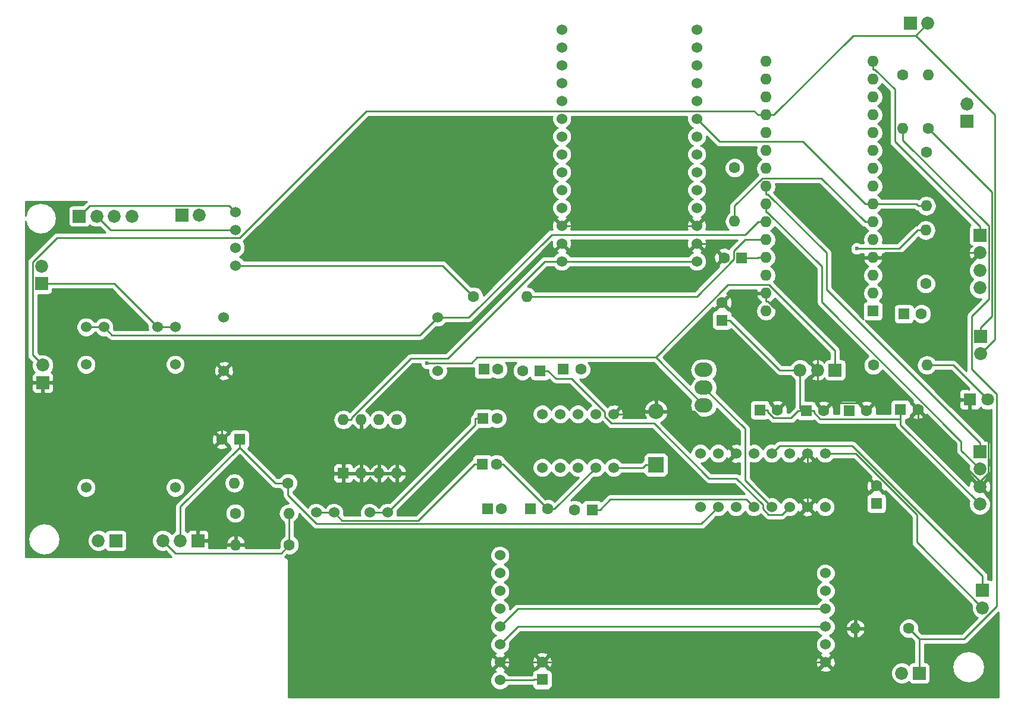
<source format=gbr>
G04 #@! TF.FileFunction,Copper,L1,Top,Signal*
%FSLAX46Y46*%
G04 Gerber Fmt 4.6, Leading zero omitted, Abs format (unit mm)*
G04 Created by KiCad (PCBNEW 4.0.6+dfsg1-1) date Wed Nov 15 17:46:22 2017*
%MOMM*%
%LPD*%
G01*
G04 APERTURE LIST*
%ADD10C,0.100000*%
%ADD11R,2.200000X2.200000*%
%ADD12O,2.200000X2.200000*%
%ADD13R,1.600000X1.600000*%
%ADD14C,1.600000*%
%ADD15R,1.800000X1.800000*%
%ADD16C,1.800000*%
%ADD17R,1.850000X1.850000*%
%ADD18C,1.850000*%
%ADD19O,2.540000X2.032000*%
%ADD20O,1.600000X1.600000*%
%ADD21C,1.524000*%
%ADD22C,0.600000*%
%ADD23C,0.250000*%
%ADD24C,0.254000*%
G04 APERTURE END LIST*
D10*
D11*
X148800000Y-110300000D03*
D12*
X148800000Y-102680000D03*
D13*
X89500000Y-106700000D03*
D14*
X87000000Y-106700000D03*
D13*
X176300000Y-102600000D03*
D14*
X178800000Y-102600000D03*
D13*
X163600000Y-102500000D03*
D14*
X166100000Y-102500000D03*
D13*
X170200000Y-102600000D03*
D14*
X172700000Y-102600000D03*
D13*
X180200000Y-115800000D03*
D14*
X180200000Y-113300000D03*
D13*
X158200000Y-89700000D03*
D14*
X158200000Y-87200000D03*
D13*
X132300000Y-96900000D03*
D14*
X129800000Y-96900000D03*
D13*
X139700000Y-116700000D03*
D14*
X137200000Y-116700000D03*
D13*
X132600000Y-140900000D03*
D14*
X132600000Y-138400000D03*
D13*
X124200000Y-103700000D03*
D14*
X126200000Y-103700000D03*
D13*
X124100000Y-110200000D03*
D14*
X126100000Y-110200000D03*
D13*
X184100000Y-88800000D03*
D14*
X186600000Y-88800000D03*
D13*
X135600000Y-96700000D03*
D14*
X138100000Y-96700000D03*
D13*
X130900000Y-116600000D03*
D14*
X133400000Y-116600000D03*
D13*
X161000000Y-80800000D03*
D14*
X158500000Y-80800000D03*
D13*
X183600000Y-102400000D03*
D14*
X186100000Y-102400000D03*
D13*
X124800000Y-116600000D03*
D14*
X126800000Y-116600000D03*
D13*
X124300000Y-96700000D03*
D14*
X126300000Y-96700000D03*
D15*
X193500000Y-101000000D03*
D16*
X196040000Y-101000000D03*
D17*
X61300000Y-84500000D03*
D18*
X61300000Y-82000000D03*
D17*
X71900000Y-121100000D03*
D18*
X69400000Y-121100000D03*
D17*
X174300000Y-96800000D03*
D18*
X171800000Y-96800000D03*
X169300000Y-96800000D03*
D17*
X195000000Y-92000000D03*
D18*
X195000000Y-94500000D03*
D17*
X185000000Y-47400000D03*
D18*
X187500000Y-47400000D03*
D17*
X186300000Y-140000000D03*
D18*
X183800000Y-140000000D03*
D17*
X61500000Y-98600000D03*
D18*
X61500000Y-96100000D03*
D17*
X83600000Y-121100000D03*
D18*
X81100000Y-121100000D03*
X78600000Y-121100000D03*
D17*
X193100000Y-61400000D03*
D18*
X193100000Y-58900000D03*
D17*
X195300000Y-128200000D03*
D18*
X195300000Y-130700000D03*
D17*
X194900000Y-77600000D03*
D18*
X194900000Y-80100000D03*
X194900000Y-82600000D03*
X194900000Y-85100000D03*
D17*
X194900000Y-108400000D03*
D18*
X194900000Y-110900000D03*
X194900000Y-113400000D03*
X194900000Y-115900000D03*
D17*
X81300000Y-74700000D03*
D18*
X83800000Y-74700000D03*
D19*
X155600000Y-99300000D03*
X155600000Y-101840000D03*
X155600000Y-96760000D03*
D14*
X187600000Y-62400000D03*
D20*
X187600000Y-54780000D03*
D14*
X183960000Y-54760000D03*
D20*
X183960000Y-62380000D03*
D14*
X184800000Y-133600000D03*
D20*
X177180000Y-133600000D03*
D14*
X96600000Y-121700000D03*
D20*
X88980000Y-121700000D03*
D14*
X96400000Y-112900000D03*
D20*
X88780000Y-112900000D03*
D14*
X88900000Y-117200000D03*
D20*
X96520000Y-117200000D03*
D14*
X122800000Y-86300000D03*
D20*
X130420000Y-86300000D03*
D14*
X179760000Y-96100000D03*
D20*
X187380000Y-96100000D03*
D14*
X160000000Y-68000000D03*
D20*
X160000000Y-75620000D03*
D14*
X187300000Y-65800000D03*
D20*
X187300000Y-73420000D03*
D14*
X187200000Y-84500000D03*
D20*
X187200000Y-76880000D03*
D21*
X165270000Y-108690000D03*
X167810000Y-108690000D03*
X170350000Y-108690000D03*
X172890000Y-108690000D03*
X162730000Y-108690000D03*
X160190000Y-108690000D03*
X157650000Y-108690000D03*
X155110000Y-108690000D03*
X172890000Y-116310000D03*
X170350000Y-116310000D03*
X167810000Y-116310000D03*
X165270000Y-116310000D03*
X162730000Y-116310000D03*
X160190000Y-116310000D03*
X157650000Y-116310000D03*
X155110000Y-116310000D03*
D13*
X179700000Y-88400000D03*
D20*
X164460000Y-55380000D03*
X179700000Y-85860000D03*
X164460000Y-57920000D03*
X179700000Y-83320000D03*
X164460000Y-60460000D03*
X179700000Y-80780000D03*
X164460000Y-63000000D03*
X179700000Y-78240000D03*
X164460000Y-65540000D03*
X179700000Y-75700000D03*
X164460000Y-68080000D03*
X179700000Y-73160000D03*
X164460000Y-70620000D03*
X179700000Y-70620000D03*
X164460000Y-73160000D03*
X179700000Y-68080000D03*
X164460000Y-75700000D03*
X179700000Y-65540000D03*
X164460000Y-78240000D03*
X179700000Y-63000000D03*
X164460000Y-80780000D03*
X179700000Y-60460000D03*
X164460000Y-83320000D03*
X179700000Y-57920000D03*
X164460000Y-85860000D03*
X179700000Y-55380000D03*
X164460000Y-88400000D03*
X179700000Y-52840000D03*
X164460000Y-52840000D03*
D21*
X137700000Y-103090000D03*
X140240000Y-103090000D03*
X142780000Y-103090000D03*
X135160000Y-103090000D03*
X132620000Y-103090000D03*
X137700000Y-110710000D03*
X140240000Y-110710000D03*
X142780000Y-110710000D03*
X135160000Y-110710000D03*
X132620000Y-110710000D03*
D13*
X104300000Y-111500000D03*
D20*
X111920000Y-103880000D03*
X106840000Y-111500000D03*
X109380000Y-103880000D03*
X109380000Y-111500000D03*
X106840000Y-103880000D03*
X111920000Y-111500000D03*
X104300000Y-103880000D03*
D21*
X88910000Y-81910000D03*
X88910000Y-79370000D03*
X88910000Y-76830000D03*
X88910000Y-74290000D03*
D17*
X66700000Y-74900000D03*
D18*
X69200000Y-74900000D03*
X71700000Y-74900000D03*
X74200000Y-74900000D03*
D21*
X154601500Y-48290000D03*
X154601500Y-50830000D03*
X154601500Y-53370000D03*
X154601500Y-55910000D03*
X154601500Y-58450000D03*
X154601500Y-60990000D03*
X154601500Y-63530000D03*
X154601500Y-66070000D03*
X154601500Y-81310000D03*
X154601500Y-78770000D03*
X154601500Y-76230000D03*
X154601500Y-73690000D03*
X154601500Y-71150000D03*
X154601500Y-68610000D03*
X135398500Y-68610000D03*
X135398500Y-71150000D03*
X135398500Y-73690000D03*
X135398500Y-76230000D03*
X135398500Y-78770000D03*
X135398500Y-81310000D03*
X135398500Y-66070000D03*
X135398500Y-63530000D03*
X135398500Y-60990000D03*
X135398500Y-58450000D03*
X135398500Y-55910000D03*
X135398500Y-53370000D03*
X135398500Y-50830000D03*
X135398500Y-48290000D03*
X100438000Y-117114000D03*
X102978000Y-117114000D03*
X108058000Y-117114000D03*
X110598000Y-117114000D03*
X126600000Y-140990000D03*
X126600000Y-138450000D03*
X126600000Y-135910000D03*
X126600000Y-133370000D03*
X126600000Y-130830000D03*
X126600000Y-128290000D03*
X126600000Y-125750000D03*
X126600000Y-123210000D03*
X172934000Y-133370000D03*
X172934000Y-135910000D03*
X172934000Y-138450000D03*
X172934000Y-130830000D03*
X172934000Y-128290000D03*
X172934000Y-125750000D03*
X70190000Y-90670000D03*
X77810000Y-90670000D03*
X80350000Y-90670000D03*
X67650000Y-90670000D03*
X80350000Y-113530000D03*
X67650000Y-113530000D03*
X67650000Y-96004000D03*
X80350000Y-96004000D03*
X117740000Y-96910000D03*
X117740000Y-89290000D03*
X87260000Y-96910000D03*
X87260000Y-89290000D03*
D22*
X116176000Y-95780100D03*
X177378400Y-79510000D03*
D23*
X146964700Y-110710000D02*
X147374700Y-110300000D01*
X142780000Y-110710000D02*
X146964700Y-110710000D01*
X148800000Y-110300000D02*
X147374700Y-110300000D01*
X135398500Y-76230000D02*
X154601500Y-76230000D01*
X156470000Y-78770000D02*
X158500000Y-80800000D01*
X154601500Y-78770000D02*
X156470000Y-78770000D01*
X111920000Y-111500000D02*
X109380000Y-111500000D01*
X109380000Y-111500000D02*
X106840000Y-111500000D01*
X106840000Y-111500000D02*
X104300000Y-111500000D01*
X146964700Y-103090000D02*
X147374700Y-102680000D01*
X142780000Y-103090000D02*
X146964700Y-103090000D01*
X148800000Y-102680000D02*
X147374700Y-102680000D01*
X85450300Y-121700000D02*
X84850300Y-121100000D01*
X88980000Y-121700000D02*
X85450300Y-121700000D01*
X83600000Y-121100000D02*
X84850300Y-121100000D01*
X181505300Y-80100000D02*
X180825300Y-80780000D01*
X194900000Y-80100000D02*
X181505300Y-80100000D01*
X179700000Y-80780000D02*
X180825300Y-80780000D01*
X154180000Y-102680000D02*
X148800000Y-102680000D01*
X160190000Y-108690000D02*
X154180000Y-102680000D01*
X132650000Y-138450000D02*
X132600000Y-138400000D01*
X172934000Y-138450000D02*
X132650000Y-138450000D01*
X87000000Y-100030000D02*
X87000000Y-106700000D01*
X85570000Y-98600000D02*
X87000000Y-100030000D01*
X87260000Y-96910000D02*
X85570000Y-98600000D01*
X85570000Y-98600000D02*
X61500000Y-98600000D01*
X173825400Y-101474600D02*
X172700000Y-102600000D01*
X171800000Y-99449200D02*
X171800000Y-96800000D01*
X173825400Y-101474600D02*
X171800000Y-99449200D01*
X164741300Y-86985300D02*
X164460000Y-86985300D01*
X171800000Y-94044000D02*
X164741300Y-86985300D01*
X171800000Y-96800000D02*
X171800000Y-94044000D01*
X164460000Y-85860000D02*
X164460000Y-86985300D01*
X177674600Y-101474600D02*
X173825400Y-101474600D01*
X178800000Y-102600000D02*
X177674600Y-101474600D01*
X193500000Y-101000000D02*
X193500000Y-102225300D01*
X196150400Y-104875700D02*
X193500000Y-102225300D01*
X196150400Y-111467700D02*
X196150400Y-104875700D01*
X194923100Y-112695000D02*
X196150400Y-111467700D01*
X194923100Y-112695100D02*
X194923100Y-112695000D01*
X194923100Y-113376900D02*
X194923100Y-112695100D01*
X194900000Y-113400000D02*
X194923100Y-113376900D01*
X186100000Y-103872000D02*
X186100000Y-102400000D01*
X194923100Y-112695000D02*
X186100000Y-103872000D01*
X132550000Y-138450000D02*
X132600000Y-138400000D01*
X126600000Y-138450000D02*
X132550000Y-138450000D01*
X170350000Y-108690000D02*
X170350000Y-116310000D01*
X173430700Y-119390700D02*
X170350000Y-116310000D01*
X174109300Y-119390700D02*
X173430700Y-119390700D01*
X177180000Y-122461400D02*
X174109300Y-119390700D01*
X177180000Y-133600000D02*
X177180000Y-122461400D01*
X174109300Y-119390700D02*
X180200000Y-113300000D01*
X89500000Y-106700000D02*
X89500000Y-107825300D01*
X81100000Y-116225300D02*
X89500000Y-107825300D01*
X81100000Y-121100000D02*
X81100000Y-116225300D01*
X96400000Y-114627000D02*
X96400000Y-112900000D01*
X100471900Y-118698900D02*
X96400000Y-114627000D01*
X155261100Y-118698900D02*
X100471900Y-118698900D01*
X157650000Y-116310000D02*
X155261100Y-118698900D01*
X94574700Y-112900000D02*
X89500000Y-107825300D01*
X96400000Y-112900000D02*
X94574700Y-112900000D01*
X174300000Y-94073800D02*
X174300000Y-96800000D01*
X164908500Y-84682300D02*
X174300000Y-94073800D01*
X159071100Y-84682300D02*
X164908500Y-84682300D01*
X148756700Y-94996700D02*
X159071100Y-84682300D01*
X148756700Y-94996700D02*
X155600000Y-101840000D01*
X123314900Y-94996700D02*
X148756700Y-94996700D01*
X122531500Y-95780100D02*
X123314900Y-94996700D01*
X116176000Y-95780100D02*
X122531500Y-95780100D01*
X168045800Y-103628900D02*
X169074700Y-102600000D01*
X165572900Y-103628900D02*
X168045800Y-103628900D01*
X164725300Y-102781300D02*
X165572900Y-103628900D01*
X164725300Y-102500000D02*
X164725300Y-102781300D01*
X163600000Y-102500000D02*
X164725300Y-102500000D01*
X170200000Y-102600000D02*
X169637400Y-102600000D01*
X169637400Y-102600000D02*
X169074700Y-102600000D01*
X163314700Y-80800000D02*
X163334700Y-80780000D01*
X161000000Y-80800000D02*
X163314700Y-80800000D01*
X164460000Y-80780000D02*
X163334700Y-80780000D01*
X170200000Y-102600000D02*
X171325300Y-102600000D01*
X171325300Y-102881300D02*
X171325300Y-102600000D01*
X172201800Y-103757800D02*
X171325300Y-102881300D01*
X183600000Y-103757800D02*
X172201800Y-103757800D01*
X183600000Y-104600000D02*
X183600000Y-103757800D01*
X194900000Y-115900000D02*
X183600000Y-104600000D01*
X183600000Y-103757800D02*
X183600000Y-102400000D01*
X169300000Y-102262600D02*
X169300000Y-96800000D01*
X169637400Y-102600000D02*
X169300000Y-102262600D01*
X158200000Y-89700000D02*
X159325300Y-89700000D01*
X166425300Y-96800000D02*
X159325300Y-89700000D01*
X169300000Y-96800000D02*
X166425300Y-96800000D01*
X154601500Y-81310000D02*
X135398500Y-81310000D01*
X105425300Y-103598700D02*
X105425300Y-103880000D01*
X113876800Y-95147200D02*
X105425300Y-103598700D01*
X119152300Y-95147200D02*
X113876800Y-95147200D01*
X132989500Y-81310000D02*
X119152300Y-95147200D01*
X135398500Y-81310000D02*
X132989500Y-81310000D01*
X104300000Y-103880000D02*
X105425300Y-103880000D01*
X161460000Y-112500000D02*
X165270000Y-116310000D01*
X161460000Y-105160000D02*
X161460000Y-112500000D01*
X155600000Y-99300000D02*
X161460000Y-105160000D01*
X134550600Y-98025300D02*
X133425300Y-96900000D01*
X136770900Y-98025300D02*
X134550600Y-98025300D01*
X141510000Y-102764400D02*
X136770900Y-98025300D01*
X141510000Y-103421300D02*
X141510000Y-102764400D01*
X142487100Y-104398400D02*
X141510000Y-103421300D01*
X148502600Y-104398400D02*
X142487100Y-104398400D01*
X156359300Y-112255100D02*
X148502600Y-104398400D01*
X160264000Y-112255100D02*
X156359300Y-112255100D01*
X164000000Y-115991100D02*
X160264000Y-112255100D01*
X164000000Y-116587300D02*
X164000000Y-115991100D01*
X164823400Y-117410700D02*
X164000000Y-116587300D01*
X166709300Y-117410700D02*
X164823400Y-117410700D01*
X167810000Y-116310000D02*
X166709300Y-117410700D01*
X132300000Y-96900000D02*
X133425300Y-96900000D01*
X142306000Y-115219300D02*
X140825300Y-116700000D01*
X161639300Y-115219300D02*
X142306000Y-115219300D01*
X162730000Y-116310000D02*
X161639300Y-115219300D01*
X139700000Y-116700000D02*
X140825300Y-116700000D01*
X131384700Y-140990000D02*
X131474700Y-140900000D01*
X126600000Y-140990000D02*
X131384700Y-140990000D01*
X132600000Y-140900000D02*
X131474700Y-140900000D01*
X110598000Y-117114000D02*
X108058000Y-117114000D01*
X123074700Y-104637300D02*
X123074700Y-103700000D01*
X110598000Y-117114000D02*
X123074700Y-104637300D01*
X124200000Y-103700000D02*
X123074700Y-103700000D01*
X124100000Y-110200000D02*
X122974700Y-110200000D01*
X104099900Y-118235900D02*
X102978000Y-117114000D01*
X114938800Y-118235900D02*
X104099900Y-118235900D01*
X122974700Y-110200000D02*
X114938800Y-118235900D01*
X102978000Y-117114000D02*
X100438000Y-117114000D01*
X134350000Y-116600000D02*
X133400000Y-116600000D01*
X140240000Y-110710000D02*
X134350000Y-116600000D01*
X127000000Y-110200000D02*
X133400000Y-116600000D01*
X126100000Y-110200000D02*
X127000000Y-110200000D01*
X187200000Y-76880000D02*
X186074700Y-76880000D01*
X183444700Y-79510000D02*
X186074700Y-76880000D01*
X177378400Y-79510000D02*
X183444700Y-79510000D01*
X191140000Y-96100000D02*
X187380000Y-96100000D01*
X196040000Y-101000000D02*
X191140000Y-96100000D01*
X129140000Y-133370000D02*
X126600000Y-135910000D01*
X172934000Y-133370000D02*
X129140000Y-133370000D01*
X164460000Y-70620000D02*
X164460000Y-71745300D01*
X194900000Y-108400000D02*
X194900000Y-107149700D01*
X173078000Y-85327700D02*
X194900000Y-107149700D01*
X173078000Y-80085000D02*
X173078000Y-85327700D01*
X164738300Y-71745300D02*
X173078000Y-80085000D01*
X164460000Y-71745300D02*
X164738300Y-71745300D01*
X129140000Y-130830000D02*
X172934000Y-130830000D01*
X126600000Y-133370000D02*
X129140000Y-130830000D01*
X164460000Y-73160000D02*
X164460000Y-74285300D01*
X192274600Y-108274600D02*
X194900000Y-110900000D01*
X192274600Y-106969700D02*
X192274600Y-108274600D01*
X172404700Y-87099800D02*
X192274600Y-106969700D01*
X172404700Y-82037200D02*
X172404700Y-87099800D01*
X164652800Y-74285300D02*
X172404700Y-82037200D01*
X164460000Y-74285300D02*
X164652800Y-74285300D01*
X185914700Y-73160000D02*
X186174700Y-73420000D01*
X179700000Y-73160000D02*
X185914700Y-73160000D01*
X187300000Y-73420000D02*
X186174700Y-73420000D01*
X169684700Y-64270000D02*
X178574700Y-73160000D01*
X157881500Y-64270000D02*
X169684700Y-64270000D01*
X154601500Y-60990000D02*
X157881500Y-64270000D01*
X179700000Y-73160000D02*
X178574700Y-73160000D01*
X80350000Y-90670000D02*
X77810000Y-90670000D01*
X71640000Y-84500000D02*
X61300000Y-84500000D01*
X77810000Y-90670000D02*
X71640000Y-84500000D01*
X164460000Y-75700000D02*
X163334700Y-75700000D01*
X70190000Y-90670000D02*
X67650000Y-90670000D01*
X161534700Y-77500000D02*
X163334700Y-75700000D01*
X133940700Y-77500000D02*
X161534700Y-77500000D01*
X122150700Y-89290000D02*
X133940700Y-77500000D01*
X117740000Y-89290000D02*
X122150700Y-89290000D01*
X71343300Y-91823300D02*
X70190000Y-90670000D01*
X115206700Y-91823300D02*
X71343300Y-91823300D01*
X117740000Y-89290000D02*
X115206700Y-91823300D01*
X196629800Y-89119900D02*
X195000000Y-90749700D01*
X196629800Y-71429800D02*
X196629800Y-89119900D01*
X187600000Y-62400000D02*
X196629800Y-71429800D01*
X195000000Y-92000000D02*
X195000000Y-90749700D01*
X60049600Y-94649600D02*
X61500000Y-96100000D01*
X60049600Y-81446300D02*
X60049600Y-94649600D01*
X63563100Y-77932800D02*
X60049600Y-81446300D01*
X89531400Y-77932800D02*
X63563100Y-77932800D01*
X107570800Y-59893400D02*
X89531400Y-77932800D01*
X162768100Y-59893400D02*
X107570800Y-59893400D01*
X163334700Y-60460000D02*
X162768100Y-59893400D01*
X163897400Y-60460000D02*
X163334700Y-60460000D01*
X163897400Y-60460000D02*
X164460000Y-60460000D01*
X164460000Y-60460000D02*
X165585300Y-60460000D01*
X197080200Y-92419800D02*
X195000000Y-94500000D01*
X197080200Y-60459600D02*
X197080200Y-92419800D01*
X185760300Y-49139700D02*
X197080200Y-60459600D01*
X176905600Y-49139700D02*
X185760300Y-49139700D01*
X165585300Y-60460000D02*
X176905600Y-49139700D01*
X185760300Y-49139700D02*
X187500000Y-47400000D01*
X192670100Y-135100000D02*
X186300000Y-135100000D01*
X197301900Y-130468200D02*
X192670100Y-135100000D01*
X197301900Y-100261700D02*
X197301900Y-130468200D01*
X193741300Y-96701100D02*
X197301900Y-100261700D01*
X193741300Y-89124700D02*
X193741300Y-96701100D01*
X196179400Y-86686600D02*
X193741300Y-89124700D01*
X196179400Y-76294000D02*
X196179400Y-86686600D01*
X183960000Y-64074600D02*
X196179400Y-76294000D01*
X183960000Y-62380000D02*
X183960000Y-64074600D01*
X184800000Y-133600000D02*
X186300000Y-135100000D01*
X186300000Y-135100000D02*
X186300000Y-140000000D01*
X96520000Y-117200000D02*
X96520000Y-118325300D01*
X96600000Y-118405300D02*
X96600000Y-121700000D01*
X96520000Y-118325300D02*
X96600000Y-118405300D01*
X80372100Y-122872100D02*
X78600000Y-121100000D01*
X95427900Y-122872100D02*
X80372100Y-122872100D01*
X96600000Y-121700000D02*
X95427900Y-122872100D01*
X195300000Y-126132400D02*
X195300000Y-128200000D01*
X176758900Y-107591300D02*
X195300000Y-126132400D01*
X166368700Y-107591300D02*
X176758900Y-107591300D01*
X165270000Y-108690000D02*
X166368700Y-107591300D01*
X185925400Y-121325400D02*
X195300000Y-130700000D01*
X185925400Y-117400400D02*
X185925400Y-121325400D01*
X177215000Y-108690000D02*
X185925400Y-117400400D01*
X172890000Y-108690000D02*
X177215000Y-108690000D01*
X179700000Y-52840000D02*
X179700000Y-53965300D01*
X194900000Y-77600000D02*
X194900000Y-76349700D01*
X179981300Y-53965300D02*
X179700000Y-53965300D01*
X182803700Y-56787700D02*
X179981300Y-53965300D01*
X182803700Y-64253400D02*
X182803700Y-56787700D01*
X194900000Y-76349700D02*
X182803700Y-64253400D01*
X154599500Y-86300000D02*
X130420000Y-86300000D01*
X159874600Y-81024900D02*
X154599500Y-86300000D01*
X159874600Y-79853300D02*
X159874600Y-81024900D01*
X161487900Y-78240000D02*
X159874600Y-79853300D01*
X164460000Y-78240000D02*
X161487900Y-78240000D01*
X160000000Y-73418400D02*
X160000000Y-75620000D01*
X163964200Y-69454200D02*
X160000000Y-73418400D01*
X172328900Y-69454200D02*
X163964200Y-69454200D01*
X178574700Y-75700000D02*
X172328900Y-69454200D01*
X179700000Y-75700000D02*
X178574700Y-75700000D01*
X68198100Y-73401900D02*
X66700000Y-74900000D01*
X88021900Y-73401900D02*
X68198100Y-73401900D01*
X88910000Y-74290000D02*
X88021900Y-73401900D01*
X71130000Y-76830000D02*
X69200000Y-74900000D01*
X88910000Y-76830000D02*
X71130000Y-76830000D01*
X118410000Y-81910000D02*
X88910000Y-81910000D01*
X122800000Y-86300000D02*
X118410000Y-81910000D01*
D24*
G36*
X170543748Y-108675858D02*
X170529605Y-108690000D01*
X171330213Y-109490608D01*
X171572397Y-109421143D01*
X171622509Y-109280682D01*
X171704990Y-109480303D01*
X172097630Y-109873629D01*
X172610900Y-110086757D01*
X173166661Y-110087242D01*
X173680303Y-109875010D01*
X174073629Y-109482370D01*
X174087070Y-109450000D01*
X176900198Y-109450000D01*
X179481590Y-112031392D01*
X179445995Y-112046136D01*
X179371861Y-112292255D01*
X180200000Y-113120395D01*
X180214142Y-113106252D01*
X180393748Y-113285858D01*
X180379605Y-113300000D01*
X181207745Y-114128139D01*
X181453864Y-114054005D01*
X181467174Y-114016976D01*
X185165400Y-117715202D01*
X185165400Y-121325400D01*
X185223252Y-121616239D01*
X185387999Y-121862801D01*
X193791108Y-130265910D01*
X193740272Y-130388336D01*
X193739730Y-131008942D01*
X193976725Y-131582514D01*
X194415177Y-132021732D01*
X194597754Y-132097544D01*
X192355298Y-134340000D01*
X186614802Y-134340000D01*
X186213256Y-133938454D01*
X186234750Y-133886691D01*
X186235248Y-133315813D01*
X186017243Y-132788200D01*
X185613923Y-132384176D01*
X185086691Y-132165250D01*
X184515813Y-132164752D01*
X183988200Y-132382757D01*
X183584176Y-132786077D01*
X183365250Y-133313309D01*
X183364752Y-133884187D01*
X183582757Y-134411800D01*
X183986077Y-134815824D01*
X184513309Y-135034750D01*
X185084187Y-135035248D01*
X185138149Y-135012951D01*
X185540000Y-135414802D01*
X185540000Y-138427560D01*
X185375000Y-138427560D01*
X185139683Y-138471838D01*
X184923559Y-138610910D01*
X184799229Y-138792874D01*
X184684823Y-138678268D01*
X184111664Y-138440272D01*
X183491058Y-138439730D01*
X182917486Y-138676725D01*
X182478268Y-139115177D01*
X182240272Y-139688336D01*
X182239730Y-140308942D01*
X182476725Y-140882514D01*
X182915177Y-141321732D01*
X183488336Y-141559728D01*
X184108942Y-141560270D01*
X184682514Y-141323275D01*
X184800749Y-141205246D01*
X184910910Y-141376441D01*
X185123110Y-141521431D01*
X185375000Y-141572440D01*
X187225000Y-141572440D01*
X187460317Y-141528162D01*
X187676441Y-141389090D01*
X187821431Y-141176890D01*
X187872440Y-140925000D01*
X187872440Y-139100000D01*
X190990000Y-139100000D01*
X191165838Y-139983999D01*
X191666583Y-140733417D01*
X192416001Y-141234162D01*
X193300000Y-141410000D01*
X194183999Y-141234162D01*
X194933417Y-140733417D01*
X195434162Y-139983999D01*
X195610000Y-139100000D01*
X195434162Y-138216001D01*
X194933417Y-137466583D01*
X194183999Y-136965838D01*
X193300000Y-136790000D01*
X192416001Y-136965838D01*
X191666583Y-137466583D01*
X191165838Y-138216001D01*
X190990000Y-139100000D01*
X187872440Y-139100000D01*
X187872440Y-139075000D01*
X187828162Y-138839683D01*
X187689090Y-138623559D01*
X187476890Y-138478569D01*
X187225000Y-138427560D01*
X187060000Y-138427560D01*
X187060000Y-135860000D01*
X192670100Y-135860000D01*
X192960939Y-135802148D01*
X193207501Y-135637401D01*
X197590000Y-131254902D01*
X197590000Y-143390000D01*
X96510000Y-143390000D01*
X96510000Y-141266661D01*
X125202758Y-141266661D01*
X125414990Y-141780303D01*
X125807630Y-142173629D01*
X126320900Y-142386757D01*
X126876661Y-142387242D01*
X127390303Y-142175010D01*
X127783629Y-141782370D01*
X127797070Y-141750000D01*
X131161968Y-141750000D01*
X131196838Y-141935317D01*
X131335910Y-142151441D01*
X131548110Y-142296431D01*
X131800000Y-142347440D01*
X133400000Y-142347440D01*
X133635317Y-142303162D01*
X133851441Y-142164090D01*
X133996431Y-141951890D01*
X134047440Y-141700000D01*
X134047440Y-140100000D01*
X134003162Y-139864683D01*
X133864090Y-139648559D01*
X133651890Y-139503569D01*
X133413799Y-139455354D01*
X133421371Y-139430213D01*
X172133392Y-139430213D01*
X172202857Y-139672397D01*
X172726302Y-139859144D01*
X173281368Y-139831362D01*
X173665143Y-139672397D01*
X173734608Y-139430213D01*
X172934000Y-138629605D01*
X172133392Y-139430213D01*
X133421371Y-139430213D01*
X133428139Y-139407745D01*
X132600000Y-138579605D01*
X131771861Y-139407745D01*
X131786145Y-139455167D01*
X131564683Y-139496838D01*
X131348559Y-139635910D01*
X131203569Y-139848110D01*
X131152560Y-140100000D01*
X131152560Y-140218766D01*
X131135747Y-140230000D01*
X127797531Y-140230000D01*
X127785010Y-140199697D01*
X127392370Y-139806371D01*
X127200273Y-139726605D01*
X127331143Y-139672397D01*
X127400608Y-139430213D01*
X126600000Y-138629605D01*
X125799392Y-139430213D01*
X125868857Y-139672397D01*
X126009318Y-139722509D01*
X125809697Y-139804990D01*
X125416371Y-140197630D01*
X125203243Y-140710900D01*
X125202758Y-141266661D01*
X96510000Y-141266661D01*
X96510000Y-138242302D01*
X125190856Y-138242302D01*
X125218638Y-138797368D01*
X125377603Y-139181143D01*
X125619787Y-139250608D01*
X126420395Y-138450000D01*
X126779605Y-138450000D01*
X127580213Y-139250608D01*
X127822397Y-139181143D01*
X128009144Y-138657698D01*
X127985396Y-138183223D01*
X131153035Y-138183223D01*
X131180222Y-138753454D01*
X131346136Y-139154005D01*
X131592255Y-139228139D01*
X132420395Y-138400000D01*
X132779605Y-138400000D01*
X133607745Y-139228139D01*
X133853864Y-139154005D01*
X134046965Y-138616777D01*
X134029112Y-138242302D01*
X171524856Y-138242302D01*
X171552638Y-138797368D01*
X171711603Y-139181143D01*
X171953787Y-139250608D01*
X172754395Y-138450000D01*
X173113605Y-138450000D01*
X173914213Y-139250608D01*
X174156397Y-139181143D01*
X174343144Y-138657698D01*
X174315362Y-138102632D01*
X174156397Y-137718857D01*
X173914213Y-137649392D01*
X173113605Y-138450000D01*
X172754395Y-138450000D01*
X171953787Y-137649392D01*
X171711603Y-137718857D01*
X171524856Y-138242302D01*
X134029112Y-138242302D01*
X134019778Y-138046546D01*
X133853864Y-137645995D01*
X133607745Y-137571861D01*
X132779605Y-138400000D01*
X132420395Y-138400000D01*
X131592255Y-137571861D01*
X131346136Y-137645995D01*
X131153035Y-138183223D01*
X127985396Y-138183223D01*
X127981362Y-138102632D01*
X127822397Y-137718857D01*
X127580213Y-137649392D01*
X126779605Y-138450000D01*
X126420395Y-138450000D01*
X125619787Y-137649392D01*
X125377603Y-137718857D01*
X125190856Y-138242302D01*
X96510000Y-138242302D01*
X96510000Y-124100000D01*
X96455954Y-123828295D01*
X96302046Y-123597954D01*
X96135484Y-123486661D01*
X125202758Y-123486661D01*
X125414990Y-124000303D01*
X125807630Y-124393629D01*
X126015512Y-124479949D01*
X125809697Y-124564990D01*
X125416371Y-124957630D01*
X125203243Y-125470900D01*
X125202758Y-126026661D01*
X125414990Y-126540303D01*
X125807630Y-126933629D01*
X126015512Y-127019949D01*
X125809697Y-127104990D01*
X125416371Y-127497630D01*
X125203243Y-128010900D01*
X125202758Y-128566661D01*
X125414990Y-129080303D01*
X125807630Y-129473629D01*
X126015512Y-129559949D01*
X125809697Y-129644990D01*
X125416371Y-130037630D01*
X125203243Y-130550900D01*
X125202758Y-131106661D01*
X125414990Y-131620303D01*
X125807630Y-132013629D01*
X126015512Y-132099949D01*
X125809697Y-132184990D01*
X125416371Y-132577630D01*
X125203243Y-133090900D01*
X125202758Y-133646661D01*
X125414990Y-134160303D01*
X125807630Y-134553629D01*
X126015512Y-134639949D01*
X125809697Y-134724990D01*
X125416371Y-135117630D01*
X125203243Y-135630900D01*
X125202758Y-136186661D01*
X125414990Y-136700303D01*
X125807630Y-137093629D01*
X125999727Y-137173395D01*
X125868857Y-137227603D01*
X125799392Y-137469787D01*
X126600000Y-138270395D01*
X127400608Y-137469787D01*
X127378370Y-137392255D01*
X131771861Y-137392255D01*
X132600000Y-138220395D01*
X133428139Y-137392255D01*
X133354005Y-137146136D01*
X132816777Y-136953035D01*
X132246546Y-136980222D01*
X131845995Y-137146136D01*
X131771861Y-137392255D01*
X127378370Y-137392255D01*
X127331143Y-137227603D01*
X127190682Y-137177491D01*
X127390303Y-137095010D01*
X127783629Y-136702370D01*
X127996757Y-136189100D01*
X127997242Y-135633339D01*
X127983857Y-135600945D01*
X129454802Y-134130000D01*
X171736469Y-134130000D01*
X171748990Y-134160303D01*
X172141630Y-134553629D01*
X172349512Y-134639949D01*
X172143697Y-134724990D01*
X171750371Y-135117630D01*
X171537243Y-135630900D01*
X171536758Y-136186661D01*
X171748990Y-136700303D01*
X172141630Y-137093629D01*
X172333727Y-137173395D01*
X172202857Y-137227603D01*
X172133392Y-137469787D01*
X172934000Y-138270395D01*
X173734608Y-137469787D01*
X173665143Y-137227603D01*
X173524682Y-137177491D01*
X173724303Y-137095010D01*
X174117629Y-136702370D01*
X174330757Y-136189100D01*
X174331242Y-135633339D01*
X174119010Y-135119697D01*
X173726370Y-134726371D01*
X173518488Y-134640051D01*
X173724303Y-134555010D01*
X174117629Y-134162370D01*
X174206211Y-133949039D01*
X175788096Y-133949039D01*
X175948959Y-134337423D01*
X176324866Y-134752389D01*
X176830959Y-134991914D01*
X177053000Y-134870629D01*
X177053000Y-133727000D01*
X177307000Y-133727000D01*
X177307000Y-134870629D01*
X177529041Y-134991914D01*
X178035134Y-134752389D01*
X178411041Y-134337423D01*
X178571904Y-133949039D01*
X178449915Y-133727000D01*
X177307000Y-133727000D01*
X177053000Y-133727000D01*
X175910085Y-133727000D01*
X175788096Y-133949039D01*
X174206211Y-133949039D01*
X174330757Y-133649100D01*
X174331104Y-133250961D01*
X175788096Y-133250961D01*
X175910085Y-133473000D01*
X177053000Y-133473000D01*
X177053000Y-132329371D01*
X177307000Y-132329371D01*
X177307000Y-133473000D01*
X178449915Y-133473000D01*
X178571904Y-133250961D01*
X178411041Y-132862577D01*
X178035134Y-132447611D01*
X177529041Y-132208086D01*
X177307000Y-132329371D01*
X177053000Y-132329371D01*
X176830959Y-132208086D01*
X176324866Y-132447611D01*
X175948959Y-132862577D01*
X175788096Y-133250961D01*
X174331104Y-133250961D01*
X174331242Y-133093339D01*
X174119010Y-132579697D01*
X173726370Y-132186371D01*
X173518488Y-132100051D01*
X173724303Y-132015010D01*
X174117629Y-131622370D01*
X174330757Y-131109100D01*
X174331242Y-130553339D01*
X174119010Y-130039697D01*
X173726370Y-129646371D01*
X173518488Y-129560051D01*
X173724303Y-129475010D01*
X174117629Y-129082370D01*
X174330757Y-128569100D01*
X174331242Y-128013339D01*
X174119010Y-127499697D01*
X173726370Y-127106371D01*
X173518488Y-127020051D01*
X173724303Y-126935010D01*
X174117629Y-126542370D01*
X174330757Y-126029100D01*
X174331242Y-125473339D01*
X174119010Y-124959697D01*
X173726370Y-124566371D01*
X173213100Y-124353243D01*
X172657339Y-124352758D01*
X172143697Y-124564990D01*
X171750371Y-124957630D01*
X171537243Y-125470900D01*
X171536758Y-126026661D01*
X171748990Y-126540303D01*
X172141630Y-126933629D01*
X172349512Y-127019949D01*
X172143697Y-127104990D01*
X171750371Y-127497630D01*
X171537243Y-128010900D01*
X171536758Y-128566661D01*
X171748990Y-129080303D01*
X172141630Y-129473629D01*
X172349512Y-129559949D01*
X172143697Y-129644990D01*
X171750371Y-130037630D01*
X171736930Y-130070000D01*
X129140000Y-130070000D01*
X128897414Y-130118254D01*
X128849160Y-130127852D01*
X128602599Y-130292599D01*
X127996941Y-130898257D01*
X127997242Y-130553339D01*
X127785010Y-130039697D01*
X127392370Y-129646371D01*
X127184488Y-129560051D01*
X127390303Y-129475010D01*
X127783629Y-129082370D01*
X127996757Y-128569100D01*
X127997242Y-128013339D01*
X127785010Y-127499697D01*
X127392370Y-127106371D01*
X127184488Y-127020051D01*
X127390303Y-126935010D01*
X127783629Y-126542370D01*
X127996757Y-126029100D01*
X127997242Y-125473339D01*
X127785010Y-124959697D01*
X127392370Y-124566371D01*
X127184488Y-124480051D01*
X127390303Y-124395010D01*
X127783629Y-124002370D01*
X127996757Y-123489100D01*
X127997242Y-122933339D01*
X127785010Y-122419697D01*
X127392370Y-122026371D01*
X126879100Y-121813243D01*
X126323339Y-121812758D01*
X125809697Y-122024990D01*
X125416371Y-122417630D01*
X125203243Y-122930900D01*
X125202758Y-123486661D01*
X96135484Y-123486661D01*
X96071705Y-123444046D01*
X95949870Y-123419811D01*
X95965301Y-123409501D01*
X96261546Y-123113256D01*
X96313309Y-123134750D01*
X96884187Y-123135248D01*
X97411800Y-122917243D01*
X97815824Y-122513923D01*
X98034750Y-121986691D01*
X98035248Y-121415813D01*
X97817243Y-120888200D01*
X97413923Y-120484176D01*
X97360000Y-120461785D01*
X97360000Y-118405300D01*
X97350328Y-118356675D01*
X97562811Y-118214698D01*
X97873880Y-117749151D01*
X97969025Y-117270827D01*
X99934499Y-119236301D01*
X100181060Y-119401048D01*
X100471900Y-119458900D01*
X155261100Y-119458900D01*
X155551939Y-119401048D01*
X155798501Y-119236301D01*
X157340619Y-117694183D01*
X157370900Y-117706757D01*
X157926661Y-117707242D01*
X158440303Y-117495010D01*
X158833629Y-117102370D01*
X158919949Y-116894488D01*
X159004990Y-117100303D01*
X159397630Y-117493629D01*
X159910900Y-117706757D01*
X160466661Y-117707242D01*
X160980303Y-117495010D01*
X161373629Y-117102370D01*
X161459949Y-116894488D01*
X161544990Y-117100303D01*
X161937630Y-117493629D01*
X162450900Y-117706757D01*
X163006661Y-117707242D01*
X163520303Y-117495010D01*
X163676742Y-117338844D01*
X164285999Y-117948101D01*
X164532560Y-118112848D01*
X164580814Y-118122446D01*
X164823400Y-118170700D01*
X166709300Y-118170700D01*
X167000139Y-118112848D01*
X167246701Y-117948101D01*
X167500619Y-117694183D01*
X167530900Y-117706757D01*
X168086661Y-117707242D01*
X168600303Y-117495010D01*
X168805457Y-117290213D01*
X169549392Y-117290213D01*
X169618857Y-117532397D01*
X170142302Y-117719144D01*
X170697368Y-117691362D01*
X171081143Y-117532397D01*
X171150608Y-117290213D01*
X170350000Y-116489605D01*
X169549392Y-117290213D01*
X168805457Y-117290213D01*
X168993629Y-117102370D01*
X169073395Y-116910273D01*
X169127603Y-117041143D01*
X169369787Y-117110608D01*
X170170395Y-116310000D01*
X170529605Y-116310000D01*
X171330213Y-117110608D01*
X171572397Y-117041143D01*
X171622509Y-116900682D01*
X171704990Y-117100303D01*
X172097630Y-117493629D01*
X172610900Y-117706757D01*
X173166661Y-117707242D01*
X173680303Y-117495010D01*
X174073629Y-117102370D01*
X174286757Y-116589100D01*
X174287242Y-116033339D01*
X174075010Y-115519697D01*
X173682370Y-115126371D01*
X173378035Y-115000000D01*
X178752560Y-115000000D01*
X178752560Y-116600000D01*
X178796838Y-116835317D01*
X178935910Y-117051441D01*
X179148110Y-117196431D01*
X179400000Y-117247440D01*
X181000000Y-117247440D01*
X181235317Y-117203162D01*
X181451441Y-117064090D01*
X181596431Y-116851890D01*
X181647440Y-116600000D01*
X181647440Y-115000000D01*
X181603162Y-114764683D01*
X181464090Y-114548559D01*
X181251890Y-114403569D01*
X181013799Y-114355354D01*
X181028139Y-114307745D01*
X180200000Y-113479605D01*
X179371861Y-114307745D01*
X179386145Y-114355167D01*
X179164683Y-114396838D01*
X178948559Y-114535910D01*
X178803569Y-114748110D01*
X178752560Y-115000000D01*
X173378035Y-115000000D01*
X173169100Y-114913243D01*
X172613339Y-114912758D01*
X172099697Y-115124990D01*
X171706371Y-115517630D01*
X171626605Y-115709727D01*
X171572397Y-115578857D01*
X171330213Y-115509392D01*
X170529605Y-116310000D01*
X170170395Y-116310000D01*
X169369787Y-115509392D01*
X169127603Y-115578857D01*
X169077491Y-115719318D01*
X168995010Y-115519697D01*
X168805432Y-115329787D01*
X169549392Y-115329787D01*
X170350000Y-116130395D01*
X171150608Y-115329787D01*
X171081143Y-115087603D01*
X170557698Y-114900856D01*
X170002632Y-114928638D01*
X169618857Y-115087603D01*
X169549392Y-115329787D01*
X168805432Y-115329787D01*
X168602370Y-115126371D01*
X168089100Y-114913243D01*
X167533339Y-114912758D01*
X167019697Y-115124990D01*
X166626371Y-115517630D01*
X166540051Y-115725512D01*
X166455010Y-115519697D01*
X166062370Y-115126371D01*
X165549100Y-114913243D01*
X164993339Y-114912758D01*
X164960945Y-114926143D01*
X163118025Y-113083223D01*
X178753035Y-113083223D01*
X178780222Y-113653454D01*
X178946136Y-114054005D01*
X179192255Y-114128139D01*
X180020395Y-113300000D01*
X179192255Y-112471861D01*
X178946136Y-112545995D01*
X178753035Y-113083223D01*
X163118025Y-113083223D01*
X162220000Y-112185198D01*
X162220000Y-109990879D01*
X162450900Y-110086757D01*
X163006661Y-110087242D01*
X163520303Y-109875010D01*
X163913629Y-109482370D01*
X163999949Y-109274488D01*
X164084990Y-109480303D01*
X164477630Y-109873629D01*
X164990900Y-110086757D01*
X165546661Y-110087242D01*
X166060303Y-109875010D01*
X166453629Y-109482370D01*
X166539949Y-109274488D01*
X166624990Y-109480303D01*
X167017630Y-109873629D01*
X167530900Y-110086757D01*
X168086661Y-110087242D01*
X168600303Y-109875010D01*
X168805457Y-109670213D01*
X169549392Y-109670213D01*
X169618857Y-109912397D01*
X170142302Y-110099144D01*
X170697368Y-110071362D01*
X171081143Y-109912397D01*
X171150608Y-109670213D01*
X170350000Y-108869605D01*
X169549392Y-109670213D01*
X168805457Y-109670213D01*
X168993629Y-109482370D01*
X169073395Y-109290273D01*
X169127603Y-109421143D01*
X169369787Y-109490608D01*
X170170395Y-108690000D01*
X170156253Y-108675858D01*
X170335858Y-108496253D01*
X170350000Y-108510395D01*
X170364143Y-108496253D01*
X170543748Y-108675858D01*
X170543748Y-108675858D01*
G37*
X170543748Y-108675858D02*
X170529605Y-108690000D01*
X171330213Y-109490608D01*
X171572397Y-109421143D01*
X171622509Y-109280682D01*
X171704990Y-109480303D01*
X172097630Y-109873629D01*
X172610900Y-110086757D01*
X173166661Y-110087242D01*
X173680303Y-109875010D01*
X174073629Y-109482370D01*
X174087070Y-109450000D01*
X176900198Y-109450000D01*
X179481590Y-112031392D01*
X179445995Y-112046136D01*
X179371861Y-112292255D01*
X180200000Y-113120395D01*
X180214142Y-113106252D01*
X180393748Y-113285858D01*
X180379605Y-113300000D01*
X181207745Y-114128139D01*
X181453864Y-114054005D01*
X181467174Y-114016976D01*
X185165400Y-117715202D01*
X185165400Y-121325400D01*
X185223252Y-121616239D01*
X185387999Y-121862801D01*
X193791108Y-130265910D01*
X193740272Y-130388336D01*
X193739730Y-131008942D01*
X193976725Y-131582514D01*
X194415177Y-132021732D01*
X194597754Y-132097544D01*
X192355298Y-134340000D01*
X186614802Y-134340000D01*
X186213256Y-133938454D01*
X186234750Y-133886691D01*
X186235248Y-133315813D01*
X186017243Y-132788200D01*
X185613923Y-132384176D01*
X185086691Y-132165250D01*
X184515813Y-132164752D01*
X183988200Y-132382757D01*
X183584176Y-132786077D01*
X183365250Y-133313309D01*
X183364752Y-133884187D01*
X183582757Y-134411800D01*
X183986077Y-134815824D01*
X184513309Y-135034750D01*
X185084187Y-135035248D01*
X185138149Y-135012951D01*
X185540000Y-135414802D01*
X185540000Y-138427560D01*
X185375000Y-138427560D01*
X185139683Y-138471838D01*
X184923559Y-138610910D01*
X184799229Y-138792874D01*
X184684823Y-138678268D01*
X184111664Y-138440272D01*
X183491058Y-138439730D01*
X182917486Y-138676725D01*
X182478268Y-139115177D01*
X182240272Y-139688336D01*
X182239730Y-140308942D01*
X182476725Y-140882514D01*
X182915177Y-141321732D01*
X183488336Y-141559728D01*
X184108942Y-141560270D01*
X184682514Y-141323275D01*
X184800749Y-141205246D01*
X184910910Y-141376441D01*
X185123110Y-141521431D01*
X185375000Y-141572440D01*
X187225000Y-141572440D01*
X187460317Y-141528162D01*
X187676441Y-141389090D01*
X187821431Y-141176890D01*
X187872440Y-140925000D01*
X187872440Y-139100000D01*
X190990000Y-139100000D01*
X191165838Y-139983999D01*
X191666583Y-140733417D01*
X192416001Y-141234162D01*
X193300000Y-141410000D01*
X194183999Y-141234162D01*
X194933417Y-140733417D01*
X195434162Y-139983999D01*
X195610000Y-139100000D01*
X195434162Y-138216001D01*
X194933417Y-137466583D01*
X194183999Y-136965838D01*
X193300000Y-136790000D01*
X192416001Y-136965838D01*
X191666583Y-137466583D01*
X191165838Y-138216001D01*
X190990000Y-139100000D01*
X187872440Y-139100000D01*
X187872440Y-139075000D01*
X187828162Y-138839683D01*
X187689090Y-138623559D01*
X187476890Y-138478569D01*
X187225000Y-138427560D01*
X187060000Y-138427560D01*
X187060000Y-135860000D01*
X192670100Y-135860000D01*
X192960939Y-135802148D01*
X193207501Y-135637401D01*
X197590000Y-131254902D01*
X197590000Y-143390000D01*
X96510000Y-143390000D01*
X96510000Y-141266661D01*
X125202758Y-141266661D01*
X125414990Y-141780303D01*
X125807630Y-142173629D01*
X126320900Y-142386757D01*
X126876661Y-142387242D01*
X127390303Y-142175010D01*
X127783629Y-141782370D01*
X127797070Y-141750000D01*
X131161968Y-141750000D01*
X131196838Y-141935317D01*
X131335910Y-142151441D01*
X131548110Y-142296431D01*
X131800000Y-142347440D01*
X133400000Y-142347440D01*
X133635317Y-142303162D01*
X133851441Y-142164090D01*
X133996431Y-141951890D01*
X134047440Y-141700000D01*
X134047440Y-140100000D01*
X134003162Y-139864683D01*
X133864090Y-139648559D01*
X133651890Y-139503569D01*
X133413799Y-139455354D01*
X133421371Y-139430213D01*
X172133392Y-139430213D01*
X172202857Y-139672397D01*
X172726302Y-139859144D01*
X173281368Y-139831362D01*
X173665143Y-139672397D01*
X173734608Y-139430213D01*
X172934000Y-138629605D01*
X172133392Y-139430213D01*
X133421371Y-139430213D01*
X133428139Y-139407745D01*
X132600000Y-138579605D01*
X131771861Y-139407745D01*
X131786145Y-139455167D01*
X131564683Y-139496838D01*
X131348559Y-139635910D01*
X131203569Y-139848110D01*
X131152560Y-140100000D01*
X131152560Y-140218766D01*
X131135747Y-140230000D01*
X127797531Y-140230000D01*
X127785010Y-140199697D01*
X127392370Y-139806371D01*
X127200273Y-139726605D01*
X127331143Y-139672397D01*
X127400608Y-139430213D01*
X126600000Y-138629605D01*
X125799392Y-139430213D01*
X125868857Y-139672397D01*
X126009318Y-139722509D01*
X125809697Y-139804990D01*
X125416371Y-140197630D01*
X125203243Y-140710900D01*
X125202758Y-141266661D01*
X96510000Y-141266661D01*
X96510000Y-138242302D01*
X125190856Y-138242302D01*
X125218638Y-138797368D01*
X125377603Y-139181143D01*
X125619787Y-139250608D01*
X126420395Y-138450000D01*
X126779605Y-138450000D01*
X127580213Y-139250608D01*
X127822397Y-139181143D01*
X128009144Y-138657698D01*
X127985396Y-138183223D01*
X131153035Y-138183223D01*
X131180222Y-138753454D01*
X131346136Y-139154005D01*
X131592255Y-139228139D01*
X132420395Y-138400000D01*
X132779605Y-138400000D01*
X133607745Y-139228139D01*
X133853864Y-139154005D01*
X134046965Y-138616777D01*
X134029112Y-138242302D01*
X171524856Y-138242302D01*
X171552638Y-138797368D01*
X171711603Y-139181143D01*
X171953787Y-139250608D01*
X172754395Y-138450000D01*
X173113605Y-138450000D01*
X173914213Y-139250608D01*
X174156397Y-139181143D01*
X174343144Y-138657698D01*
X174315362Y-138102632D01*
X174156397Y-137718857D01*
X173914213Y-137649392D01*
X173113605Y-138450000D01*
X172754395Y-138450000D01*
X171953787Y-137649392D01*
X171711603Y-137718857D01*
X171524856Y-138242302D01*
X134029112Y-138242302D01*
X134019778Y-138046546D01*
X133853864Y-137645995D01*
X133607745Y-137571861D01*
X132779605Y-138400000D01*
X132420395Y-138400000D01*
X131592255Y-137571861D01*
X131346136Y-137645995D01*
X131153035Y-138183223D01*
X127985396Y-138183223D01*
X127981362Y-138102632D01*
X127822397Y-137718857D01*
X127580213Y-137649392D01*
X126779605Y-138450000D01*
X126420395Y-138450000D01*
X125619787Y-137649392D01*
X125377603Y-137718857D01*
X125190856Y-138242302D01*
X96510000Y-138242302D01*
X96510000Y-124100000D01*
X96455954Y-123828295D01*
X96302046Y-123597954D01*
X96135484Y-123486661D01*
X125202758Y-123486661D01*
X125414990Y-124000303D01*
X125807630Y-124393629D01*
X126015512Y-124479949D01*
X125809697Y-124564990D01*
X125416371Y-124957630D01*
X125203243Y-125470900D01*
X125202758Y-126026661D01*
X125414990Y-126540303D01*
X125807630Y-126933629D01*
X126015512Y-127019949D01*
X125809697Y-127104990D01*
X125416371Y-127497630D01*
X125203243Y-128010900D01*
X125202758Y-128566661D01*
X125414990Y-129080303D01*
X125807630Y-129473629D01*
X126015512Y-129559949D01*
X125809697Y-129644990D01*
X125416371Y-130037630D01*
X125203243Y-130550900D01*
X125202758Y-131106661D01*
X125414990Y-131620303D01*
X125807630Y-132013629D01*
X126015512Y-132099949D01*
X125809697Y-132184990D01*
X125416371Y-132577630D01*
X125203243Y-133090900D01*
X125202758Y-133646661D01*
X125414990Y-134160303D01*
X125807630Y-134553629D01*
X126015512Y-134639949D01*
X125809697Y-134724990D01*
X125416371Y-135117630D01*
X125203243Y-135630900D01*
X125202758Y-136186661D01*
X125414990Y-136700303D01*
X125807630Y-137093629D01*
X125999727Y-137173395D01*
X125868857Y-137227603D01*
X125799392Y-137469787D01*
X126600000Y-138270395D01*
X127400608Y-137469787D01*
X127378370Y-137392255D01*
X131771861Y-137392255D01*
X132600000Y-138220395D01*
X133428139Y-137392255D01*
X133354005Y-137146136D01*
X132816777Y-136953035D01*
X132246546Y-136980222D01*
X131845995Y-137146136D01*
X131771861Y-137392255D01*
X127378370Y-137392255D01*
X127331143Y-137227603D01*
X127190682Y-137177491D01*
X127390303Y-137095010D01*
X127783629Y-136702370D01*
X127996757Y-136189100D01*
X127997242Y-135633339D01*
X127983857Y-135600945D01*
X129454802Y-134130000D01*
X171736469Y-134130000D01*
X171748990Y-134160303D01*
X172141630Y-134553629D01*
X172349512Y-134639949D01*
X172143697Y-134724990D01*
X171750371Y-135117630D01*
X171537243Y-135630900D01*
X171536758Y-136186661D01*
X171748990Y-136700303D01*
X172141630Y-137093629D01*
X172333727Y-137173395D01*
X172202857Y-137227603D01*
X172133392Y-137469787D01*
X172934000Y-138270395D01*
X173734608Y-137469787D01*
X173665143Y-137227603D01*
X173524682Y-137177491D01*
X173724303Y-137095010D01*
X174117629Y-136702370D01*
X174330757Y-136189100D01*
X174331242Y-135633339D01*
X174119010Y-135119697D01*
X173726370Y-134726371D01*
X173518488Y-134640051D01*
X173724303Y-134555010D01*
X174117629Y-134162370D01*
X174206211Y-133949039D01*
X175788096Y-133949039D01*
X175948959Y-134337423D01*
X176324866Y-134752389D01*
X176830959Y-134991914D01*
X177053000Y-134870629D01*
X177053000Y-133727000D01*
X177307000Y-133727000D01*
X177307000Y-134870629D01*
X177529041Y-134991914D01*
X178035134Y-134752389D01*
X178411041Y-134337423D01*
X178571904Y-133949039D01*
X178449915Y-133727000D01*
X177307000Y-133727000D01*
X177053000Y-133727000D01*
X175910085Y-133727000D01*
X175788096Y-133949039D01*
X174206211Y-133949039D01*
X174330757Y-133649100D01*
X174331104Y-133250961D01*
X175788096Y-133250961D01*
X175910085Y-133473000D01*
X177053000Y-133473000D01*
X177053000Y-132329371D01*
X177307000Y-132329371D01*
X177307000Y-133473000D01*
X178449915Y-133473000D01*
X178571904Y-133250961D01*
X178411041Y-132862577D01*
X178035134Y-132447611D01*
X177529041Y-132208086D01*
X177307000Y-132329371D01*
X177053000Y-132329371D01*
X176830959Y-132208086D01*
X176324866Y-132447611D01*
X175948959Y-132862577D01*
X175788096Y-133250961D01*
X174331104Y-133250961D01*
X174331242Y-133093339D01*
X174119010Y-132579697D01*
X173726370Y-132186371D01*
X173518488Y-132100051D01*
X173724303Y-132015010D01*
X174117629Y-131622370D01*
X174330757Y-131109100D01*
X174331242Y-130553339D01*
X174119010Y-130039697D01*
X173726370Y-129646371D01*
X173518488Y-129560051D01*
X173724303Y-129475010D01*
X174117629Y-129082370D01*
X174330757Y-128569100D01*
X174331242Y-128013339D01*
X174119010Y-127499697D01*
X173726370Y-127106371D01*
X173518488Y-127020051D01*
X173724303Y-126935010D01*
X174117629Y-126542370D01*
X174330757Y-126029100D01*
X174331242Y-125473339D01*
X174119010Y-124959697D01*
X173726370Y-124566371D01*
X173213100Y-124353243D01*
X172657339Y-124352758D01*
X172143697Y-124564990D01*
X171750371Y-124957630D01*
X171537243Y-125470900D01*
X171536758Y-126026661D01*
X171748990Y-126540303D01*
X172141630Y-126933629D01*
X172349512Y-127019949D01*
X172143697Y-127104990D01*
X171750371Y-127497630D01*
X171537243Y-128010900D01*
X171536758Y-128566661D01*
X171748990Y-129080303D01*
X172141630Y-129473629D01*
X172349512Y-129559949D01*
X172143697Y-129644990D01*
X171750371Y-130037630D01*
X171736930Y-130070000D01*
X129140000Y-130070000D01*
X128897414Y-130118254D01*
X128849160Y-130127852D01*
X128602599Y-130292599D01*
X127996941Y-130898257D01*
X127997242Y-130553339D01*
X127785010Y-130039697D01*
X127392370Y-129646371D01*
X127184488Y-129560051D01*
X127390303Y-129475010D01*
X127783629Y-129082370D01*
X127996757Y-128569100D01*
X127997242Y-128013339D01*
X127785010Y-127499697D01*
X127392370Y-127106371D01*
X127184488Y-127020051D01*
X127390303Y-126935010D01*
X127783629Y-126542370D01*
X127996757Y-126029100D01*
X127997242Y-125473339D01*
X127785010Y-124959697D01*
X127392370Y-124566371D01*
X127184488Y-124480051D01*
X127390303Y-124395010D01*
X127783629Y-124002370D01*
X127996757Y-123489100D01*
X127997242Y-122933339D01*
X127785010Y-122419697D01*
X127392370Y-122026371D01*
X126879100Y-121813243D01*
X126323339Y-121812758D01*
X125809697Y-122024990D01*
X125416371Y-122417630D01*
X125203243Y-122930900D01*
X125202758Y-123486661D01*
X96135484Y-123486661D01*
X96071705Y-123444046D01*
X95949870Y-123419811D01*
X95965301Y-123409501D01*
X96261546Y-123113256D01*
X96313309Y-123134750D01*
X96884187Y-123135248D01*
X97411800Y-122917243D01*
X97815824Y-122513923D01*
X98034750Y-121986691D01*
X98035248Y-121415813D01*
X97817243Y-120888200D01*
X97413923Y-120484176D01*
X97360000Y-120461785D01*
X97360000Y-118405300D01*
X97350328Y-118356675D01*
X97562811Y-118214698D01*
X97873880Y-117749151D01*
X97969025Y-117270827D01*
X99934499Y-119236301D01*
X100181060Y-119401048D01*
X100471900Y-119458900D01*
X155261100Y-119458900D01*
X155551939Y-119401048D01*
X155798501Y-119236301D01*
X157340619Y-117694183D01*
X157370900Y-117706757D01*
X157926661Y-117707242D01*
X158440303Y-117495010D01*
X158833629Y-117102370D01*
X158919949Y-116894488D01*
X159004990Y-117100303D01*
X159397630Y-117493629D01*
X159910900Y-117706757D01*
X160466661Y-117707242D01*
X160980303Y-117495010D01*
X161373629Y-117102370D01*
X161459949Y-116894488D01*
X161544990Y-117100303D01*
X161937630Y-117493629D01*
X162450900Y-117706757D01*
X163006661Y-117707242D01*
X163520303Y-117495010D01*
X163676742Y-117338844D01*
X164285999Y-117948101D01*
X164532560Y-118112848D01*
X164580814Y-118122446D01*
X164823400Y-118170700D01*
X166709300Y-118170700D01*
X167000139Y-118112848D01*
X167246701Y-117948101D01*
X167500619Y-117694183D01*
X167530900Y-117706757D01*
X168086661Y-117707242D01*
X168600303Y-117495010D01*
X168805457Y-117290213D01*
X169549392Y-117290213D01*
X169618857Y-117532397D01*
X170142302Y-117719144D01*
X170697368Y-117691362D01*
X171081143Y-117532397D01*
X171150608Y-117290213D01*
X170350000Y-116489605D01*
X169549392Y-117290213D01*
X168805457Y-117290213D01*
X168993629Y-117102370D01*
X169073395Y-116910273D01*
X169127603Y-117041143D01*
X169369787Y-117110608D01*
X170170395Y-116310000D01*
X170529605Y-116310000D01*
X171330213Y-117110608D01*
X171572397Y-117041143D01*
X171622509Y-116900682D01*
X171704990Y-117100303D01*
X172097630Y-117493629D01*
X172610900Y-117706757D01*
X173166661Y-117707242D01*
X173680303Y-117495010D01*
X174073629Y-117102370D01*
X174286757Y-116589100D01*
X174287242Y-116033339D01*
X174075010Y-115519697D01*
X173682370Y-115126371D01*
X173378035Y-115000000D01*
X178752560Y-115000000D01*
X178752560Y-116600000D01*
X178796838Y-116835317D01*
X178935910Y-117051441D01*
X179148110Y-117196431D01*
X179400000Y-117247440D01*
X181000000Y-117247440D01*
X181235317Y-117203162D01*
X181451441Y-117064090D01*
X181596431Y-116851890D01*
X181647440Y-116600000D01*
X181647440Y-115000000D01*
X181603162Y-114764683D01*
X181464090Y-114548559D01*
X181251890Y-114403569D01*
X181013799Y-114355354D01*
X181028139Y-114307745D01*
X180200000Y-113479605D01*
X179371861Y-114307745D01*
X179386145Y-114355167D01*
X179164683Y-114396838D01*
X178948559Y-114535910D01*
X178803569Y-114748110D01*
X178752560Y-115000000D01*
X173378035Y-115000000D01*
X173169100Y-114913243D01*
X172613339Y-114912758D01*
X172099697Y-115124990D01*
X171706371Y-115517630D01*
X171626605Y-115709727D01*
X171572397Y-115578857D01*
X171330213Y-115509392D01*
X170529605Y-116310000D01*
X170170395Y-116310000D01*
X169369787Y-115509392D01*
X169127603Y-115578857D01*
X169077491Y-115719318D01*
X168995010Y-115519697D01*
X168805432Y-115329787D01*
X169549392Y-115329787D01*
X170350000Y-116130395D01*
X171150608Y-115329787D01*
X171081143Y-115087603D01*
X170557698Y-114900856D01*
X170002632Y-114928638D01*
X169618857Y-115087603D01*
X169549392Y-115329787D01*
X168805432Y-115329787D01*
X168602370Y-115126371D01*
X168089100Y-114913243D01*
X167533339Y-114912758D01*
X167019697Y-115124990D01*
X166626371Y-115517630D01*
X166540051Y-115725512D01*
X166455010Y-115519697D01*
X166062370Y-115126371D01*
X165549100Y-114913243D01*
X164993339Y-114912758D01*
X164960945Y-114926143D01*
X163118025Y-113083223D01*
X178753035Y-113083223D01*
X178780222Y-113653454D01*
X178946136Y-114054005D01*
X179192255Y-114128139D01*
X180020395Y-113300000D01*
X179192255Y-112471861D01*
X178946136Y-112545995D01*
X178753035Y-113083223D01*
X163118025Y-113083223D01*
X162220000Y-112185198D01*
X162220000Y-109990879D01*
X162450900Y-110086757D01*
X163006661Y-110087242D01*
X163520303Y-109875010D01*
X163913629Y-109482370D01*
X163999949Y-109274488D01*
X164084990Y-109480303D01*
X164477630Y-109873629D01*
X164990900Y-110086757D01*
X165546661Y-110087242D01*
X166060303Y-109875010D01*
X166453629Y-109482370D01*
X166539949Y-109274488D01*
X166624990Y-109480303D01*
X167017630Y-109873629D01*
X167530900Y-110086757D01*
X168086661Y-110087242D01*
X168600303Y-109875010D01*
X168805457Y-109670213D01*
X169549392Y-109670213D01*
X169618857Y-109912397D01*
X170142302Y-110099144D01*
X170697368Y-110071362D01*
X171081143Y-109912397D01*
X171150608Y-109670213D01*
X170350000Y-108869605D01*
X169549392Y-109670213D01*
X168805457Y-109670213D01*
X168993629Y-109482370D01*
X169073395Y-109290273D01*
X169127603Y-109421143D01*
X169369787Y-109490608D01*
X170170395Y-108690000D01*
X170156253Y-108675858D01*
X170335858Y-108496253D01*
X170350000Y-108510395D01*
X170364143Y-108496253D01*
X170543748Y-108675858D01*
G36*
X182043700Y-57102502D02*
X182043700Y-64253400D01*
X182101552Y-64544239D01*
X182266299Y-64790801D01*
X193622647Y-76147149D01*
X193523559Y-76210910D01*
X193378569Y-76423110D01*
X193327560Y-76675000D01*
X193327560Y-78525000D01*
X193371838Y-78760317D01*
X193510910Y-78976441D01*
X193723110Y-79121431D01*
X193746575Y-79126183D01*
X193801742Y-79181350D01*
X193542668Y-79270821D01*
X193328675Y-79853368D01*
X193353903Y-80473461D01*
X193542668Y-80929179D01*
X193801744Y-81018651D01*
X194720395Y-80100000D01*
X194706253Y-80085858D01*
X194885858Y-79906253D01*
X194900000Y-79920395D01*
X194914143Y-79906253D01*
X195093748Y-80085858D01*
X195079605Y-80100000D01*
X195093748Y-80114143D01*
X194914143Y-80293748D01*
X194900000Y-80279605D01*
X193981349Y-81198256D01*
X194010765Y-81283434D01*
X193578268Y-81715177D01*
X193340272Y-82288336D01*
X193339730Y-82908942D01*
X193576725Y-83482514D01*
X193943826Y-83850256D01*
X193578268Y-84215177D01*
X193340272Y-84788336D01*
X193339730Y-85408942D01*
X193576725Y-85982514D01*
X194015177Y-86421732D01*
X194588336Y-86659728D01*
X195130996Y-86660202D01*
X193203899Y-88587299D01*
X193039152Y-88833861D01*
X192981300Y-89124700D01*
X192981300Y-96701100D01*
X193022369Y-96907567D01*
X191677401Y-95562599D01*
X191430839Y-95397852D01*
X191140000Y-95340000D01*
X188592995Y-95340000D01*
X188422811Y-95085302D01*
X187957264Y-94774233D01*
X187408113Y-94665000D01*
X187351887Y-94665000D01*
X186802736Y-94774233D01*
X186337189Y-95085302D01*
X186026120Y-95550849D01*
X185916887Y-96100000D01*
X186026120Y-96649151D01*
X186337189Y-97114698D01*
X186802736Y-97425767D01*
X187351887Y-97535000D01*
X187408113Y-97535000D01*
X187957264Y-97425767D01*
X188422811Y-97114698D01*
X188592995Y-96860000D01*
X190825198Y-96860000D01*
X193430198Y-99465000D01*
X193372998Y-99465000D01*
X193372998Y-99623748D01*
X193214250Y-99465000D01*
X192473691Y-99465000D01*
X192240302Y-99561673D01*
X192061673Y-99740301D01*
X191965000Y-99973690D01*
X191965000Y-100714250D01*
X192123750Y-100873000D01*
X193373000Y-100873000D01*
X193373000Y-100853000D01*
X193627000Y-100853000D01*
X193627000Y-100873000D01*
X193647000Y-100873000D01*
X193647000Y-101127000D01*
X193627000Y-101127000D01*
X193627000Y-102376250D01*
X193785750Y-102535000D01*
X194526309Y-102535000D01*
X194759698Y-102438327D01*
X194938327Y-102259699D01*
X194994119Y-102125006D01*
X195169357Y-102300551D01*
X195733330Y-102534733D01*
X196343991Y-102535265D01*
X196541900Y-102453491D01*
X196541900Y-126722988D01*
X196476890Y-126678569D01*
X196225000Y-126627560D01*
X196060000Y-126627560D01*
X196060000Y-126132400D01*
X196002148Y-125841561D01*
X195837401Y-125594999D01*
X177296301Y-107053899D01*
X177049739Y-106889152D01*
X176758900Y-106831300D01*
X166368700Y-106831300D01*
X166164904Y-106871838D01*
X166077860Y-106889152D01*
X165831299Y-107053899D01*
X165579381Y-107305817D01*
X165549100Y-107293243D01*
X164993339Y-107292758D01*
X164479697Y-107504990D01*
X164086371Y-107897630D01*
X164000051Y-108105512D01*
X163915010Y-107899697D01*
X163522370Y-107506371D01*
X163009100Y-107293243D01*
X162453339Y-107292758D01*
X162220000Y-107389171D01*
X162220000Y-105160000D01*
X162162148Y-104869161D01*
X162162148Y-104869160D01*
X161997401Y-104622599D01*
X157372573Y-99997771D01*
X157416646Y-99931810D01*
X157542321Y-99300000D01*
X157416646Y-98668190D01*
X157058754Y-98132567D01*
X156905252Y-98030000D01*
X157058754Y-97927433D01*
X157416646Y-97391810D01*
X157542321Y-96760000D01*
X157416646Y-96128190D01*
X157058754Y-95592567D01*
X156523131Y-95234675D01*
X155891321Y-95109000D01*
X155308679Y-95109000D01*
X154676869Y-95234675D01*
X154141246Y-95592567D01*
X153783354Y-96128190D01*
X153657679Y-96760000D01*
X153783354Y-97391810D01*
X154141246Y-97927433D01*
X154294748Y-98030000D01*
X154141246Y-98132567D01*
X153783354Y-98668190D01*
X153736839Y-98902037D01*
X149831502Y-94996700D01*
X155928202Y-88900000D01*
X156752560Y-88900000D01*
X156752560Y-90500000D01*
X156796838Y-90735317D01*
X156935910Y-90951441D01*
X157148110Y-91096431D01*
X157400000Y-91147440D01*
X159000000Y-91147440D01*
X159235317Y-91103162D01*
X159451441Y-90964090D01*
X159477074Y-90926576D01*
X165887899Y-97337401D01*
X166134460Y-97502148D01*
X166425300Y-97560000D01*
X167926103Y-97560000D01*
X167976725Y-97682514D01*
X168415177Y-98121732D01*
X168540000Y-98173563D01*
X168540000Y-102060794D01*
X168537299Y-102062599D01*
X167730998Y-102868900D01*
X167492286Y-102868900D01*
X167546965Y-102716777D01*
X167519778Y-102146546D01*
X167353864Y-101745995D01*
X167107745Y-101671861D01*
X166279605Y-102500000D01*
X166293748Y-102514143D01*
X166114143Y-102693748D01*
X166100000Y-102679605D01*
X166085858Y-102693748D01*
X165906252Y-102514142D01*
X165920395Y-102500000D01*
X165092255Y-101671861D01*
X165044833Y-101686145D01*
X165008351Y-101492255D01*
X165271861Y-101492255D01*
X166100000Y-102320395D01*
X166928139Y-101492255D01*
X166854005Y-101246136D01*
X166316777Y-101053035D01*
X165746546Y-101080222D01*
X165345995Y-101246136D01*
X165271861Y-101492255D01*
X165008351Y-101492255D01*
X165003162Y-101464683D01*
X164864090Y-101248559D01*
X164651890Y-101103569D01*
X164400000Y-101052560D01*
X162800000Y-101052560D01*
X162564683Y-101096838D01*
X162348559Y-101235910D01*
X162203569Y-101448110D01*
X162152560Y-101700000D01*
X162152560Y-103300000D01*
X162196838Y-103535317D01*
X162335910Y-103751441D01*
X162548110Y-103896431D01*
X162800000Y-103947440D01*
X164400000Y-103947440D01*
X164635317Y-103903162D01*
X164718703Y-103849505D01*
X165035499Y-104166301D01*
X165282060Y-104331048D01*
X165330314Y-104340646D01*
X165572900Y-104388900D01*
X168045800Y-104388900D01*
X168336639Y-104331048D01*
X168583201Y-104166301D01*
X168921091Y-103828411D01*
X168935910Y-103851441D01*
X169148110Y-103996431D01*
X169400000Y-104047440D01*
X171000000Y-104047440D01*
X171235317Y-104003162D01*
X171318703Y-103949505D01*
X171664399Y-104295201D01*
X171910960Y-104459948D01*
X172201800Y-104517800D01*
X182840000Y-104517800D01*
X182840000Y-104600000D01*
X182897852Y-104890839D01*
X183062599Y-105137401D01*
X193391108Y-115465910D01*
X193340272Y-115588336D01*
X193339730Y-116208942D01*
X193576725Y-116782514D01*
X194015177Y-117221732D01*
X194588336Y-117459728D01*
X195208942Y-117460270D01*
X195782514Y-117223275D01*
X196221732Y-116784823D01*
X196459728Y-116211664D01*
X196460270Y-115591058D01*
X196223275Y-115017486D01*
X195789426Y-114582879D01*
X195818651Y-114498256D01*
X194900000Y-113579605D01*
X194885858Y-113593748D01*
X194706253Y-113414143D01*
X194720395Y-113400000D01*
X195079605Y-113400000D01*
X195998256Y-114318651D01*
X196257332Y-114229179D01*
X196471325Y-113646632D01*
X196446097Y-113026539D01*
X196257332Y-112570821D01*
X195998256Y-112481349D01*
X195079605Y-113400000D01*
X194720395Y-113400000D01*
X193801744Y-112481349D01*
X193542668Y-112570821D01*
X193328675Y-113153368D01*
X193332937Y-113258135D01*
X184360000Y-104285198D01*
X184360000Y-103847440D01*
X184400000Y-103847440D01*
X184635317Y-103803162D01*
X184851441Y-103664090D01*
X184996431Y-103451890D01*
X185005370Y-103407745D01*
X185271861Y-103407745D01*
X185345995Y-103653864D01*
X185883223Y-103846965D01*
X186453454Y-103819778D01*
X186854005Y-103653864D01*
X186928139Y-103407745D01*
X186100000Y-102579605D01*
X185271861Y-103407745D01*
X185005370Y-103407745D01*
X185044646Y-103213799D01*
X185092255Y-103228139D01*
X185920395Y-102400000D01*
X185092255Y-101571861D01*
X185044833Y-101586145D01*
X185003162Y-101364683D01*
X184864090Y-101148559D01*
X184651890Y-101003569D01*
X184400000Y-100952560D01*
X182800000Y-100952560D01*
X182564683Y-100996838D01*
X182348559Y-101135910D01*
X182203569Y-101348110D01*
X182152560Y-101600000D01*
X182152560Y-102997800D01*
X180181898Y-102997800D01*
X180246965Y-102816777D01*
X180219778Y-102246546D01*
X180053864Y-101845995D01*
X179807745Y-101771861D01*
X178979605Y-102600000D01*
X178993748Y-102614143D01*
X178814143Y-102793748D01*
X178800000Y-102779605D01*
X178785858Y-102793748D01*
X178606253Y-102614143D01*
X178620395Y-102600000D01*
X177792255Y-101771861D01*
X177744833Y-101786145D01*
X177708351Y-101592255D01*
X177971861Y-101592255D01*
X178800000Y-102420395D01*
X179628139Y-101592255D01*
X179554005Y-101346136D01*
X179016777Y-101153035D01*
X178446546Y-101180222D01*
X178045995Y-101346136D01*
X177971861Y-101592255D01*
X177708351Y-101592255D01*
X177703162Y-101564683D01*
X177564090Y-101348559D01*
X177351890Y-101203569D01*
X177100000Y-101152560D01*
X175500000Y-101152560D01*
X175264683Y-101196838D01*
X175048559Y-101335910D01*
X174903569Y-101548110D01*
X174852560Y-101800000D01*
X174852560Y-102997800D01*
X174081898Y-102997800D01*
X174146965Y-102816777D01*
X174119778Y-102246546D01*
X173953864Y-101845995D01*
X173707745Y-101771861D01*
X172879605Y-102600000D01*
X172893748Y-102614143D01*
X172714143Y-102793748D01*
X172700000Y-102779605D01*
X172685858Y-102793748D01*
X172506252Y-102614142D01*
X172520395Y-102600000D01*
X171692255Y-101771861D01*
X171644833Y-101786145D01*
X171608351Y-101592255D01*
X171871861Y-101592255D01*
X172700000Y-102420395D01*
X173528139Y-101592255D01*
X173454005Y-101346136D01*
X172916777Y-101153035D01*
X172346546Y-101180222D01*
X171945995Y-101346136D01*
X171871861Y-101592255D01*
X171608351Y-101592255D01*
X171603162Y-101564683D01*
X171464090Y-101348559D01*
X171251890Y-101203569D01*
X171000000Y-101152560D01*
X170060000Y-101152560D01*
X170060000Y-98173897D01*
X170182514Y-98123275D01*
X170617121Y-97689426D01*
X170701744Y-97718651D01*
X171620395Y-96800000D01*
X170701744Y-95881349D01*
X170616566Y-95910765D01*
X170184823Y-95478268D01*
X169611664Y-95240272D01*
X168991058Y-95239730D01*
X168417486Y-95476725D01*
X167978268Y-95915177D01*
X167926437Y-96040000D01*
X166740102Y-96040000D01*
X159862701Y-89162599D01*
X159647440Y-89018767D01*
X159647440Y-88900000D01*
X159603162Y-88664683D01*
X159464090Y-88448559D01*
X159251890Y-88303569D01*
X159013799Y-88255354D01*
X159028139Y-88207745D01*
X158200000Y-87379605D01*
X157371861Y-88207745D01*
X157386145Y-88255167D01*
X157164683Y-88296838D01*
X156948559Y-88435910D01*
X156803569Y-88648110D01*
X156752560Y-88900000D01*
X155928202Y-88900000D01*
X156925066Y-87903136D01*
X156946136Y-87954005D01*
X157192255Y-88028139D01*
X158020395Y-87200000D01*
X158379605Y-87200000D01*
X159207745Y-88028139D01*
X159453864Y-87954005D01*
X159646965Y-87416777D01*
X159619778Y-86846546D01*
X159453864Y-86445995D01*
X159207745Y-86371861D01*
X158379605Y-87200000D01*
X158020395Y-87200000D01*
X158006252Y-87185858D01*
X158185858Y-87006252D01*
X158200000Y-87020395D01*
X159028139Y-86192255D01*
X158954005Y-85946136D01*
X158901087Y-85927115D01*
X159385902Y-85442300D01*
X163096534Y-85442300D01*
X163068096Y-85510961D01*
X163190085Y-85733000D01*
X164333000Y-85733000D01*
X164333000Y-85713000D01*
X164587000Y-85713000D01*
X164587000Y-85733000D01*
X164607000Y-85733000D01*
X164607000Y-85987000D01*
X164587000Y-85987000D01*
X164587000Y-86007000D01*
X164333000Y-86007000D01*
X164333000Y-85987000D01*
X163190085Y-85987000D01*
X163068096Y-86209039D01*
X163228959Y-86597423D01*
X163604866Y-87012389D01*
X163821703Y-87115014D01*
X163417189Y-87385302D01*
X163106120Y-87850849D01*
X162996887Y-88400000D01*
X163106120Y-88949151D01*
X163417189Y-89414698D01*
X163882736Y-89725767D01*
X164431887Y-89835000D01*
X164488113Y-89835000D01*
X165037264Y-89725767D01*
X165502811Y-89414698D01*
X165813880Y-88949151D01*
X165923113Y-88400000D01*
X165813880Y-87850849D01*
X165502811Y-87385302D01*
X165098297Y-87115014D01*
X165315134Y-87012389D01*
X165691041Y-86597423D01*
X165707964Y-86556566D01*
X173540000Y-94388602D01*
X173540000Y-95227560D01*
X173375000Y-95227560D01*
X173139683Y-95271838D01*
X172923559Y-95410910D01*
X172778569Y-95623110D01*
X172773817Y-95646575D01*
X172718650Y-95701742D01*
X172629179Y-95442668D01*
X172046632Y-95228675D01*
X171426539Y-95253903D01*
X170970821Y-95442668D01*
X170881349Y-95701744D01*
X171800000Y-96620395D01*
X171814143Y-96606253D01*
X171993748Y-96785858D01*
X171979605Y-96800000D01*
X171993748Y-96814143D01*
X171814143Y-96993748D01*
X171800000Y-96979605D01*
X170881349Y-97898256D01*
X170970821Y-98157332D01*
X171553368Y-98371325D01*
X172173461Y-98346097D01*
X172629179Y-98157332D01*
X172718650Y-97898258D01*
X172769782Y-97949390D01*
X172771838Y-97960317D01*
X172910910Y-98176441D01*
X173123110Y-98321431D01*
X173375000Y-98372440D01*
X175225000Y-98372440D01*
X175460317Y-98328162D01*
X175676441Y-98189090D01*
X175821431Y-97976890D01*
X175872440Y-97725000D01*
X175872440Y-95875000D01*
X175828162Y-95639683D01*
X175689090Y-95423559D01*
X175476890Y-95278569D01*
X175225000Y-95227560D01*
X175060000Y-95227560D01*
X175060000Y-94073800D01*
X175002148Y-93782961D01*
X174837401Y-93536399D01*
X165556039Y-84255037D01*
X165813880Y-83869151D01*
X165923113Y-83320000D01*
X165813880Y-82770849D01*
X165502811Y-82305302D01*
X165120725Y-82050000D01*
X165502811Y-81794698D01*
X165813880Y-81329151D01*
X165923113Y-80780000D01*
X165813880Y-80230849D01*
X165502811Y-79765302D01*
X165120725Y-79510000D01*
X165502811Y-79254698D01*
X165813880Y-78789151D01*
X165923113Y-78240000D01*
X165813880Y-77690849D01*
X165502811Y-77225302D01*
X165120725Y-76970000D01*
X165502811Y-76714698D01*
X165704920Y-76412222D01*
X171644700Y-82352002D01*
X171644700Y-87099800D01*
X171702552Y-87390639D01*
X171867299Y-87637201D01*
X179064713Y-94834615D01*
X178948200Y-94882757D01*
X178544176Y-95286077D01*
X178325250Y-95813309D01*
X178324752Y-96384187D01*
X178542757Y-96911800D01*
X178946077Y-97315824D01*
X179473309Y-97534750D01*
X180044187Y-97535248D01*
X180571800Y-97317243D01*
X180975824Y-96913923D01*
X181025174Y-96795076D01*
X185367377Y-101137279D01*
X185345995Y-101146136D01*
X185271861Y-101392255D01*
X186100000Y-102220395D01*
X186114142Y-102206252D01*
X186293748Y-102385858D01*
X186279605Y-102400000D01*
X187107745Y-103228139D01*
X187353864Y-103154005D01*
X187361859Y-103131761D01*
X191514600Y-107284502D01*
X191514600Y-108274600D01*
X191572452Y-108565439D01*
X191737199Y-108812001D01*
X193391108Y-110465910D01*
X193340272Y-110588336D01*
X193339730Y-111208942D01*
X193576725Y-111782514D01*
X194010574Y-112217121D01*
X193981349Y-112301744D01*
X194900000Y-113220395D01*
X195818651Y-112301744D01*
X195789235Y-112216566D01*
X196221732Y-111784823D01*
X196459728Y-111211664D01*
X196460270Y-110591058D01*
X196223275Y-110017486D01*
X196105246Y-109899251D01*
X196276441Y-109789090D01*
X196421431Y-109576890D01*
X196472440Y-109325000D01*
X196472440Y-107475000D01*
X196428162Y-107239683D01*
X196289090Y-107023559D01*
X196076890Y-106878569D01*
X195825000Y-106827560D01*
X195581234Y-106827560D01*
X195437401Y-106612299D01*
X190110852Y-101285750D01*
X191965000Y-101285750D01*
X191965000Y-102026310D01*
X192061673Y-102259699D01*
X192240302Y-102438327D01*
X192473691Y-102535000D01*
X193214250Y-102535000D01*
X193373000Y-102376250D01*
X193373000Y-101127000D01*
X192123750Y-101127000D01*
X191965000Y-101285750D01*
X190110852Y-101285750D01*
X178564199Y-89739097D01*
X178648110Y-89796431D01*
X178900000Y-89847440D01*
X180500000Y-89847440D01*
X180735317Y-89803162D01*
X180951441Y-89664090D01*
X181096431Y-89451890D01*
X181147440Y-89200000D01*
X181147440Y-88000000D01*
X182652560Y-88000000D01*
X182652560Y-89600000D01*
X182696838Y-89835317D01*
X182835910Y-90051441D01*
X183048110Y-90196431D01*
X183300000Y-90247440D01*
X184900000Y-90247440D01*
X185135317Y-90203162D01*
X185351441Y-90064090D01*
X185496431Y-89851890D01*
X185517680Y-89746959D01*
X185786077Y-90015824D01*
X186313309Y-90234750D01*
X186884187Y-90235248D01*
X187411800Y-90017243D01*
X187815824Y-89613923D01*
X188034750Y-89086691D01*
X188035248Y-88515813D01*
X187817243Y-87988200D01*
X187413923Y-87584176D01*
X186886691Y-87365250D01*
X186315813Y-87364752D01*
X185788200Y-87582757D01*
X185519417Y-87851072D01*
X185503162Y-87764683D01*
X185364090Y-87548559D01*
X185151890Y-87403569D01*
X184900000Y-87352560D01*
X183300000Y-87352560D01*
X183064683Y-87396838D01*
X182848559Y-87535910D01*
X182703569Y-87748110D01*
X182652560Y-88000000D01*
X181147440Y-88000000D01*
X181147440Y-87600000D01*
X181103162Y-87364683D01*
X180964090Y-87148559D01*
X180751890Y-87003569D01*
X180596911Y-86972185D01*
X180742811Y-86874698D01*
X181053880Y-86409151D01*
X181163113Y-85860000D01*
X181053880Y-85310849D01*
X180742811Y-84845302D01*
X180651347Y-84784187D01*
X185764752Y-84784187D01*
X185982757Y-85311800D01*
X186386077Y-85715824D01*
X186913309Y-85934750D01*
X187484187Y-85935248D01*
X188011800Y-85717243D01*
X188415824Y-85313923D01*
X188634750Y-84786691D01*
X188635248Y-84215813D01*
X188417243Y-83688200D01*
X188013923Y-83284176D01*
X187486691Y-83065250D01*
X186915813Y-83064752D01*
X186388200Y-83282757D01*
X185984176Y-83686077D01*
X185765250Y-84213309D01*
X185764752Y-84784187D01*
X180651347Y-84784187D01*
X180360725Y-84590000D01*
X180742811Y-84334698D01*
X181053880Y-83869151D01*
X181163113Y-83320000D01*
X181053880Y-82770849D01*
X180742811Y-82305302D01*
X180338297Y-82035014D01*
X180555134Y-81932389D01*
X180931041Y-81517423D01*
X181091904Y-81129039D01*
X180969915Y-80907000D01*
X179827000Y-80907000D01*
X179827000Y-80927000D01*
X179573000Y-80927000D01*
X179573000Y-80907000D01*
X178430085Y-80907000D01*
X178308096Y-81129039D01*
X178468959Y-81517423D01*
X178844866Y-81932389D01*
X179061703Y-82035014D01*
X178657189Y-82305302D01*
X178346120Y-82770849D01*
X178236887Y-83320000D01*
X178346120Y-83869151D01*
X178657189Y-84334698D01*
X179039275Y-84590000D01*
X178657189Y-84845302D01*
X178346120Y-85310849D01*
X178236887Y-85860000D01*
X178346120Y-86409151D01*
X178657189Y-86874698D01*
X178801465Y-86971101D01*
X178664683Y-86996838D01*
X178448559Y-87135910D01*
X178303569Y-87348110D01*
X178252560Y-87600000D01*
X178252560Y-89200000D01*
X178296838Y-89435317D01*
X178362571Y-89537469D01*
X173838000Y-85012898D01*
X173838000Y-80085000D01*
X173780148Y-79794161D01*
X173615401Y-79547599D01*
X165582795Y-71514993D01*
X165813880Y-71169151D01*
X165923113Y-70620000D01*
X165842394Y-70214200D01*
X172014098Y-70214200D01*
X178037299Y-76237401D01*
X178283861Y-76402148D01*
X178473563Y-76439882D01*
X178657189Y-76714698D01*
X179039275Y-76970000D01*
X178657189Y-77225302D01*
X178346120Y-77690849D01*
X178236887Y-78240000D01*
X178338332Y-78750000D01*
X177940863Y-78750000D01*
X177908727Y-78717808D01*
X177565199Y-78575162D01*
X177193233Y-78574838D01*
X176849457Y-78716883D01*
X176586208Y-78979673D01*
X176443562Y-79323201D01*
X176443238Y-79695167D01*
X176585283Y-80038943D01*
X176848073Y-80302192D01*
X177191601Y-80444838D01*
X177563567Y-80445162D01*
X177907343Y-80303117D01*
X177940518Y-80270000D01*
X178374764Y-80270000D01*
X178308096Y-80430961D01*
X178430085Y-80653000D01*
X179573000Y-80653000D01*
X179573000Y-80633000D01*
X179827000Y-80633000D01*
X179827000Y-80653000D01*
X180969915Y-80653000D01*
X181091904Y-80430961D01*
X181025236Y-80270000D01*
X183444700Y-80270000D01*
X183735539Y-80212148D01*
X183982101Y-80047401D01*
X186153815Y-77875687D01*
X186185302Y-77922811D01*
X186650849Y-78233880D01*
X187200000Y-78343113D01*
X187749151Y-78233880D01*
X188214698Y-77922811D01*
X188525767Y-77457264D01*
X188635000Y-76908113D01*
X188635000Y-76851887D01*
X188525767Y-76302736D01*
X188214698Y-75837189D01*
X187749151Y-75526120D01*
X187200000Y-75416887D01*
X186650849Y-75526120D01*
X186185302Y-75837189D01*
X185984321Y-76137978D01*
X185783861Y-76177852D01*
X185537299Y-76342599D01*
X183129898Y-78750000D01*
X181061668Y-78750000D01*
X181163113Y-78240000D01*
X181053880Y-77690849D01*
X180742811Y-77225302D01*
X180360725Y-76970000D01*
X180742811Y-76714698D01*
X181053880Y-76249151D01*
X181163113Y-75700000D01*
X181053880Y-75150849D01*
X180742811Y-74685302D01*
X180360725Y-74430000D01*
X180742811Y-74174698D01*
X180912995Y-73920000D01*
X185599898Y-73920000D01*
X185637299Y-73957401D01*
X185883861Y-74122148D01*
X186084321Y-74162022D01*
X186285302Y-74462811D01*
X186750849Y-74773880D01*
X187300000Y-74883113D01*
X187849151Y-74773880D01*
X188314698Y-74462811D01*
X188625767Y-73997264D01*
X188735000Y-73448113D01*
X188735000Y-73391887D01*
X188625767Y-72842736D01*
X188314698Y-72377189D01*
X187849151Y-72066120D01*
X187300000Y-71956887D01*
X186750849Y-72066120D01*
X186285302Y-72377189D01*
X186223421Y-72469800D01*
X186205539Y-72457852D01*
X185914700Y-72400000D01*
X180912995Y-72400000D01*
X180742811Y-72145302D01*
X180360725Y-71890000D01*
X180742811Y-71634698D01*
X181053880Y-71169151D01*
X181163113Y-70620000D01*
X181053880Y-70070849D01*
X180742811Y-69605302D01*
X180360725Y-69350000D01*
X180742811Y-69094698D01*
X181053880Y-68629151D01*
X181163113Y-68080000D01*
X181053880Y-67530849D01*
X180742811Y-67065302D01*
X180360725Y-66810000D01*
X180742811Y-66554698D01*
X181053880Y-66089151D01*
X181163113Y-65540000D01*
X181053880Y-64990849D01*
X180742811Y-64525302D01*
X180360725Y-64270000D01*
X180742811Y-64014698D01*
X181053880Y-63549151D01*
X181163113Y-63000000D01*
X181053880Y-62450849D01*
X180742811Y-61985302D01*
X180360725Y-61730000D01*
X180742811Y-61474698D01*
X181053880Y-61009151D01*
X181163113Y-60460000D01*
X181053880Y-59910849D01*
X180742811Y-59445302D01*
X180360725Y-59190000D01*
X180742811Y-58934698D01*
X181053880Y-58469151D01*
X181163113Y-57920000D01*
X181053880Y-57370849D01*
X180742811Y-56905302D01*
X180360725Y-56650000D01*
X180742811Y-56394698D01*
X180980368Y-56039170D01*
X182043700Y-57102502D01*
X182043700Y-57102502D01*
G37*
X182043700Y-57102502D02*
X182043700Y-64253400D01*
X182101552Y-64544239D01*
X182266299Y-64790801D01*
X193622647Y-76147149D01*
X193523559Y-76210910D01*
X193378569Y-76423110D01*
X193327560Y-76675000D01*
X193327560Y-78525000D01*
X193371838Y-78760317D01*
X193510910Y-78976441D01*
X193723110Y-79121431D01*
X193746575Y-79126183D01*
X193801742Y-79181350D01*
X193542668Y-79270821D01*
X193328675Y-79853368D01*
X193353903Y-80473461D01*
X193542668Y-80929179D01*
X193801744Y-81018651D01*
X194720395Y-80100000D01*
X194706253Y-80085858D01*
X194885858Y-79906253D01*
X194900000Y-79920395D01*
X194914143Y-79906253D01*
X195093748Y-80085858D01*
X195079605Y-80100000D01*
X195093748Y-80114143D01*
X194914143Y-80293748D01*
X194900000Y-80279605D01*
X193981349Y-81198256D01*
X194010765Y-81283434D01*
X193578268Y-81715177D01*
X193340272Y-82288336D01*
X193339730Y-82908942D01*
X193576725Y-83482514D01*
X193943826Y-83850256D01*
X193578268Y-84215177D01*
X193340272Y-84788336D01*
X193339730Y-85408942D01*
X193576725Y-85982514D01*
X194015177Y-86421732D01*
X194588336Y-86659728D01*
X195130996Y-86660202D01*
X193203899Y-88587299D01*
X193039152Y-88833861D01*
X192981300Y-89124700D01*
X192981300Y-96701100D01*
X193022369Y-96907567D01*
X191677401Y-95562599D01*
X191430839Y-95397852D01*
X191140000Y-95340000D01*
X188592995Y-95340000D01*
X188422811Y-95085302D01*
X187957264Y-94774233D01*
X187408113Y-94665000D01*
X187351887Y-94665000D01*
X186802736Y-94774233D01*
X186337189Y-95085302D01*
X186026120Y-95550849D01*
X185916887Y-96100000D01*
X186026120Y-96649151D01*
X186337189Y-97114698D01*
X186802736Y-97425767D01*
X187351887Y-97535000D01*
X187408113Y-97535000D01*
X187957264Y-97425767D01*
X188422811Y-97114698D01*
X188592995Y-96860000D01*
X190825198Y-96860000D01*
X193430198Y-99465000D01*
X193372998Y-99465000D01*
X193372998Y-99623748D01*
X193214250Y-99465000D01*
X192473691Y-99465000D01*
X192240302Y-99561673D01*
X192061673Y-99740301D01*
X191965000Y-99973690D01*
X191965000Y-100714250D01*
X192123750Y-100873000D01*
X193373000Y-100873000D01*
X193373000Y-100853000D01*
X193627000Y-100853000D01*
X193627000Y-100873000D01*
X193647000Y-100873000D01*
X193647000Y-101127000D01*
X193627000Y-101127000D01*
X193627000Y-102376250D01*
X193785750Y-102535000D01*
X194526309Y-102535000D01*
X194759698Y-102438327D01*
X194938327Y-102259699D01*
X194994119Y-102125006D01*
X195169357Y-102300551D01*
X195733330Y-102534733D01*
X196343991Y-102535265D01*
X196541900Y-102453491D01*
X196541900Y-126722988D01*
X196476890Y-126678569D01*
X196225000Y-126627560D01*
X196060000Y-126627560D01*
X196060000Y-126132400D01*
X196002148Y-125841561D01*
X195837401Y-125594999D01*
X177296301Y-107053899D01*
X177049739Y-106889152D01*
X176758900Y-106831300D01*
X166368700Y-106831300D01*
X166164904Y-106871838D01*
X166077860Y-106889152D01*
X165831299Y-107053899D01*
X165579381Y-107305817D01*
X165549100Y-107293243D01*
X164993339Y-107292758D01*
X164479697Y-107504990D01*
X164086371Y-107897630D01*
X164000051Y-108105512D01*
X163915010Y-107899697D01*
X163522370Y-107506371D01*
X163009100Y-107293243D01*
X162453339Y-107292758D01*
X162220000Y-107389171D01*
X162220000Y-105160000D01*
X162162148Y-104869161D01*
X162162148Y-104869160D01*
X161997401Y-104622599D01*
X157372573Y-99997771D01*
X157416646Y-99931810D01*
X157542321Y-99300000D01*
X157416646Y-98668190D01*
X157058754Y-98132567D01*
X156905252Y-98030000D01*
X157058754Y-97927433D01*
X157416646Y-97391810D01*
X157542321Y-96760000D01*
X157416646Y-96128190D01*
X157058754Y-95592567D01*
X156523131Y-95234675D01*
X155891321Y-95109000D01*
X155308679Y-95109000D01*
X154676869Y-95234675D01*
X154141246Y-95592567D01*
X153783354Y-96128190D01*
X153657679Y-96760000D01*
X153783354Y-97391810D01*
X154141246Y-97927433D01*
X154294748Y-98030000D01*
X154141246Y-98132567D01*
X153783354Y-98668190D01*
X153736839Y-98902037D01*
X149831502Y-94996700D01*
X155928202Y-88900000D01*
X156752560Y-88900000D01*
X156752560Y-90500000D01*
X156796838Y-90735317D01*
X156935910Y-90951441D01*
X157148110Y-91096431D01*
X157400000Y-91147440D01*
X159000000Y-91147440D01*
X159235317Y-91103162D01*
X159451441Y-90964090D01*
X159477074Y-90926576D01*
X165887899Y-97337401D01*
X166134460Y-97502148D01*
X166425300Y-97560000D01*
X167926103Y-97560000D01*
X167976725Y-97682514D01*
X168415177Y-98121732D01*
X168540000Y-98173563D01*
X168540000Y-102060794D01*
X168537299Y-102062599D01*
X167730998Y-102868900D01*
X167492286Y-102868900D01*
X167546965Y-102716777D01*
X167519778Y-102146546D01*
X167353864Y-101745995D01*
X167107745Y-101671861D01*
X166279605Y-102500000D01*
X166293748Y-102514143D01*
X166114143Y-102693748D01*
X166100000Y-102679605D01*
X166085858Y-102693748D01*
X165906252Y-102514142D01*
X165920395Y-102500000D01*
X165092255Y-101671861D01*
X165044833Y-101686145D01*
X165008351Y-101492255D01*
X165271861Y-101492255D01*
X166100000Y-102320395D01*
X166928139Y-101492255D01*
X166854005Y-101246136D01*
X166316777Y-101053035D01*
X165746546Y-101080222D01*
X165345995Y-101246136D01*
X165271861Y-101492255D01*
X165008351Y-101492255D01*
X165003162Y-101464683D01*
X164864090Y-101248559D01*
X164651890Y-101103569D01*
X164400000Y-101052560D01*
X162800000Y-101052560D01*
X162564683Y-101096838D01*
X162348559Y-101235910D01*
X162203569Y-101448110D01*
X162152560Y-101700000D01*
X162152560Y-103300000D01*
X162196838Y-103535317D01*
X162335910Y-103751441D01*
X162548110Y-103896431D01*
X162800000Y-103947440D01*
X164400000Y-103947440D01*
X164635317Y-103903162D01*
X164718703Y-103849505D01*
X165035499Y-104166301D01*
X165282060Y-104331048D01*
X165330314Y-104340646D01*
X165572900Y-104388900D01*
X168045800Y-104388900D01*
X168336639Y-104331048D01*
X168583201Y-104166301D01*
X168921091Y-103828411D01*
X168935910Y-103851441D01*
X169148110Y-103996431D01*
X169400000Y-104047440D01*
X171000000Y-104047440D01*
X171235317Y-104003162D01*
X171318703Y-103949505D01*
X171664399Y-104295201D01*
X171910960Y-104459948D01*
X172201800Y-104517800D01*
X182840000Y-104517800D01*
X182840000Y-104600000D01*
X182897852Y-104890839D01*
X183062599Y-105137401D01*
X193391108Y-115465910D01*
X193340272Y-115588336D01*
X193339730Y-116208942D01*
X193576725Y-116782514D01*
X194015177Y-117221732D01*
X194588336Y-117459728D01*
X195208942Y-117460270D01*
X195782514Y-117223275D01*
X196221732Y-116784823D01*
X196459728Y-116211664D01*
X196460270Y-115591058D01*
X196223275Y-115017486D01*
X195789426Y-114582879D01*
X195818651Y-114498256D01*
X194900000Y-113579605D01*
X194885858Y-113593748D01*
X194706253Y-113414143D01*
X194720395Y-113400000D01*
X195079605Y-113400000D01*
X195998256Y-114318651D01*
X196257332Y-114229179D01*
X196471325Y-113646632D01*
X196446097Y-113026539D01*
X196257332Y-112570821D01*
X195998256Y-112481349D01*
X195079605Y-113400000D01*
X194720395Y-113400000D01*
X193801744Y-112481349D01*
X193542668Y-112570821D01*
X193328675Y-113153368D01*
X193332937Y-113258135D01*
X184360000Y-104285198D01*
X184360000Y-103847440D01*
X184400000Y-103847440D01*
X184635317Y-103803162D01*
X184851441Y-103664090D01*
X184996431Y-103451890D01*
X185005370Y-103407745D01*
X185271861Y-103407745D01*
X185345995Y-103653864D01*
X185883223Y-103846965D01*
X186453454Y-103819778D01*
X186854005Y-103653864D01*
X186928139Y-103407745D01*
X186100000Y-102579605D01*
X185271861Y-103407745D01*
X185005370Y-103407745D01*
X185044646Y-103213799D01*
X185092255Y-103228139D01*
X185920395Y-102400000D01*
X185092255Y-101571861D01*
X185044833Y-101586145D01*
X185003162Y-101364683D01*
X184864090Y-101148559D01*
X184651890Y-101003569D01*
X184400000Y-100952560D01*
X182800000Y-100952560D01*
X182564683Y-100996838D01*
X182348559Y-101135910D01*
X182203569Y-101348110D01*
X182152560Y-101600000D01*
X182152560Y-102997800D01*
X180181898Y-102997800D01*
X180246965Y-102816777D01*
X180219778Y-102246546D01*
X180053864Y-101845995D01*
X179807745Y-101771861D01*
X178979605Y-102600000D01*
X178993748Y-102614143D01*
X178814143Y-102793748D01*
X178800000Y-102779605D01*
X178785858Y-102793748D01*
X178606253Y-102614143D01*
X178620395Y-102600000D01*
X177792255Y-101771861D01*
X177744833Y-101786145D01*
X177708351Y-101592255D01*
X177971861Y-101592255D01*
X178800000Y-102420395D01*
X179628139Y-101592255D01*
X179554005Y-101346136D01*
X179016777Y-101153035D01*
X178446546Y-101180222D01*
X178045995Y-101346136D01*
X177971861Y-101592255D01*
X177708351Y-101592255D01*
X177703162Y-101564683D01*
X177564090Y-101348559D01*
X177351890Y-101203569D01*
X177100000Y-101152560D01*
X175500000Y-101152560D01*
X175264683Y-101196838D01*
X175048559Y-101335910D01*
X174903569Y-101548110D01*
X174852560Y-101800000D01*
X174852560Y-102997800D01*
X174081898Y-102997800D01*
X174146965Y-102816777D01*
X174119778Y-102246546D01*
X173953864Y-101845995D01*
X173707745Y-101771861D01*
X172879605Y-102600000D01*
X172893748Y-102614143D01*
X172714143Y-102793748D01*
X172700000Y-102779605D01*
X172685858Y-102793748D01*
X172506252Y-102614142D01*
X172520395Y-102600000D01*
X171692255Y-101771861D01*
X171644833Y-101786145D01*
X171608351Y-101592255D01*
X171871861Y-101592255D01*
X172700000Y-102420395D01*
X173528139Y-101592255D01*
X173454005Y-101346136D01*
X172916777Y-101153035D01*
X172346546Y-101180222D01*
X171945995Y-101346136D01*
X171871861Y-101592255D01*
X171608351Y-101592255D01*
X171603162Y-101564683D01*
X171464090Y-101348559D01*
X171251890Y-101203569D01*
X171000000Y-101152560D01*
X170060000Y-101152560D01*
X170060000Y-98173897D01*
X170182514Y-98123275D01*
X170617121Y-97689426D01*
X170701744Y-97718651D01*
X171620395Y-96800000D01*
X170701744Y-95881349D01*
X170616566Y-95910765D01*
X170184823Y-95478268D01*
X169611664Y-95240272D01*
X168991058Y-95239730D01*
X168417486Y-95476725D01*
X167978268Y-95915177D01*
X167926437Y-96040000D01*
X166740102Y-96040000D01*
X159862701Y-89162599D01*
X159647440Y-89018767D01*
X159647440Y-88900000D01*
X159603162Y-88664683D01*
X159464090Y-88448559D01*
X159251890Y-88303569D01*
X159013799Y-88255354D01*
X159028139Y-88207745D01*
X158200000Y-87379605D01*
X157371861Y-88207745D01*
X157386145Y-88255167D01*
X157164683Y-88296838D01*
X156948559Y-88435910D01*
X156803569Y-88648110D01*
X156752560Y-88900000D01*
X155928202Y-88900000D01*
X156925066Y-87903136D01*
X156946136Y-87954005D01*
X157192255Y-88028139D01*
X158020395Y-87200000D01*
X158379605Y-87200000D01*
X159207745Y-88028139D01*
X159453864Y-87954005D01*
X159646965Y-87416777D01*
X159619778Y-86846546D01*
X159453864Y-86445995D01*
X159207745Y-86371861D01*
X158379605Y-87200000D01*
X158020395Y-87200000D01*
X158006252Y-87185858D01*
X158185858Y-87006252D01*
X158200000Y-87020395D01*
X159028139Y-86192255D01*
X158954005Y-85946136D01*
X158901087Y-85927115D01*
X159385902Y-85442300D01*
X163096534Y-85442300D01*
X163068096Y-85510961D01*
X163190085Y-85733000D01*
X164333000Y-85733000D01*
X164333000Y-85713000D01*
X164587000Y-85713000D01*
X164587000Y-85733000D01*
X164607000Y-85733000D01*
X164607000Y-85987000D01*
X164587000Y-85987000D01*
X164587000Y-86007000D01*
X164333000Y-86007000D01*
X164333000Y-85987000D01*
X163190085Y-85987000D01*
X163068096Y-86209039D01*
X163228959Y-86597423D01*
X163604866Y-87012389D01*
X163821703Y-87115014D01*
X163417189Y-87385302D01*
X163106120Y-87850849D01*
X162996887Y-88400000D01*
X163106120Y-88949151D01*
X163417189Y-89414698D01*
X163882736Y-89725767D01*
X164431887Y-89835000D01*
X164488113Y-89835000D01*
X165037264Y-89725767D01*
X165502811Y-89414698D01*
X165813880Y-88949151D01*
X165923113Y-88400000D01*
X165813880Y-87850849D01*
X165502811Y-87385302D01*
X165098297Y-87115014D01*
X165315134Y-87012389D01*
X165691041Y-86597423D01*
X165707964Y-86556566D01*
X173540000Y-94388602D01*
X173540000Y-95227560D01*
X173375000Y-95227560D01*
X173139683Y-95271838D01*
X172923559Y-95410910D01*
X172778569Y-95623110D01*
X172773817Y-95646575D01*
X172718650Y-95701742D01*
X172629179Y-95442668D01*
X172046632Y-95228675D01*
X171426539Y-95253903D01*
X170970821Y-95442668D01*
X170881349Y-95701744D01*
X171800000Y-96620395D01*
X171814143Y-96606253D01*
X171993748Y-96785858D01*
X171979605Y-96800000D01*
X171993748Y-96814143D01*
X171814143Y-96993748D01*
X171800000Y-96979605D01*
X170881349Y-97898256D01*
X170970821Y-98157332D01*
X171553368Y-98371325D01*
X172173461Y-98346097D01*
X172629179Y-98157332D01*
X172718650Y-97898258D01*
X172769782Y-97949390D01*
X172771838Y-97960317D01*
X172910910Y-98176441D01*
X173123110Y-98321431D01*
X173375000Y-98372440D01*
X175225000Y-98372440D01*
X175460317Y-98328162D01*
X175676441Y-98189090D01*
X175821431Y-97976890D01*
X175872440Y-97725000D01*
X175872440Y-95875000D01*
X175828162Y-95639683D01*
X175689090Y-95423559D01*
X175476890Y-95278569D01*
X175225000Y-95227560D01*
X175060000Y-95227560D01*
X175060000Y-94073800D01*
X175002148Y-93782961D01*
X174837401Y-93536399D01*
X165556039Y-84255037D01*
X165813880Y-83869151D01*
X165923113Y-83320000D01*
X165813880Y-82770849D01*
X165502811Y-82305302D01*
X165120725Y-82050000D01*
X165502811Y-81794698D01*
X165813880Y-81329151D01*
X165923113Y-80780000D01*
X165813880Y-80230849D01*
X165502811Y-79765302D01*
X165120725Y-79510000D01*
X165502811Y-79254698D01*
X165813880Y-78789151D01*
X165923113Y-78240000D01*
X165813880Y-77690849D01*
X165502811Y-77225302D01*
X165120725Y-76970000D01*
X165502811Y-76714698D01*
X165704920Y-76412222D01*
X171644700Y-82352002D01*
X171644700Y-87099800D01*
X171702552Y-87390639D01*
X171867299Y-87637201D01*
X179064713Y-94834615D01*
X178948200Y-94882757D01*
X178544176Y-95286077D01*
X178325250Y-95813309D01*
X178324752Y-96384187D01*
X178542757Y-96911800D01*
X178946077Y-97315824D01*
X179473309Y-97534750D01*
X180044187Y-97535248D01*
X180571800Y-97317243D01*
X180975824Y-96913923D01*
X181025174Y-96795076D01*
X185367377Y-101137279D01*
X185345995Y-101146136D01*
X185271861Y-101392255D01*
X186100000Y-102220395D01*
X186114142Y-102206252D01*
X186293748Y-102385858D01*
X186279605Y-102400000D01*
X187107745Y-103228139D01*
X187353864Y-103154005D01*
X187361859Y-103131761D01*
X191514600Y-107284502D01*
X191514600Y-108274600D01*
X191572452Y-108565439D01*
X191737199Y-108812001D01*
X193391108Y-110465910D01*
X193340272Y-110588336D01*
X193339730Y-111208942D01*
X193576725Y-111782514D01*
X194010574Y-112217121D01*
X193981349Y-112301744D01*
X194900000Y-113220395D01*
X195818651Y-112301744D01*
X195789235Y-112216566D01*
X196221732Y-111784823D01*
X196459728Y-111211664D01*
X196460270Y-110591058D01*
X196223275Y-110017486D01*
X196105246Y-109899251D01*
X196276441Y-109789090D01*
X196421431Y-109576890D01*
X196472440Y-109325000D01*
X196472440Y-107475000D01*
X196428162Y-107239683D01*
X196289090Y-107023559D01*
X196076890Y-106878569D01*
X195825000Y-106827560D01*
X195581234Y-106827560D01*
X195437401Y-106612299D01*
X190110852Y-101285750D01*
X191965000Y-101285750D01*
X191965000Y-102026310D01*
X192061673Y-102259699D01*
X192240302Y-102438327D01*
X192473691Y-102535000D01*
X193214250Y-102535000D01*
X193373000Y-102376250D01*
X193373000Y-101127000D01*
X192123750Y-101127000D01*
X191965000Y-101285750D01*
X190110852Y-101285750D01*
X178564199Y-89739097D01*
X178648110Y-89796431D01*
X178900000Y-89847440D01*
X180500000Y-89847440D01*
X180735317Y-89803162D01*
X180951441Y-89664090D01*
X181096431Y-89451890D01*
X181147440Y-89200000D01*
X181147440Y-88000000D01*
X182652560Y-88000000D01*
X182652560Y-89600000D01*
X182696838Y-89835317D01*
X182835910Y-90051441D01*
X183048110Y-90196431D01*
X183300000Y-90247440D01*
X184900000Y-90247440D01*
X185135317Y-90203162D01*
X185351441Y-90064090D01*
X185496431Y-89851890D01*
X185517680Y-89746959D01*
X185786077Y-90015824D01*
X186313309Y-90234750D01*
X186884187Y-90235248D01*
X187411800Y-90017243D01*
X187815824Y-89613923D01*
X188034750Y-89086691D01*
X188035248Y-88515813D01*
X187817243Y-87988200D01*
X187413923Y-87584176D01*
X186886691Y-87365250D01*
X186315813Y-87364752D01*
X185788200Y-87582757D01*
X185519417Y-87851072D01*
X185503162Y-87764683D01*
X185364090Y-87548559D01*
X185151890Y-87403569D01*
X184900000Y-87352560D01*
X183300000Y-87352560D01*
X183064683Y-87396838D01*
X182848559Y-87535910D01*
X182703569Y-87748110D01*
X182652560Y-88000000D01*
X181147440Y-88000000D01*
X181147440Y-87600000D01*
X181103162Y-87364683D01*
X180964090Y-87148559D01*
X180751890Y-87003569D01*
X180596911Y-86972185D01*
X180742811Y-86874698D01*
X181053880Y-86409151D01*
X181163113Y-85860000D01*
X181053880Y-85310849D01*
X180742811Y-84845302D01*
X180651347Y-84784187D01*
X185764752Y-84784187D01*
X185982757Y-85311800D01*
X186386077Y-85715824D01*
X186913309Y-85934750D01*
X187484187Y-85935248D01*
X188011800Y-85717243D01*
X188415824Y-85313923D01*
X188634750Y-84786691D01*
X188635248Y-84215813D01*
X188417243Y-83688200D01*
X188013923Y-83284176D01*
X187486691Y-83065250D01*
X186915813Y-83064752D01*
X186388200Y-83282757D01*
X185984176Y-83686077D01*
X185765250Y-84213309D01*
X185764752Y-84784187D01*
X180651347Y-84784187D01*
X180360725Y-84590000D01*
X180742811Y-84334698D01*
X181053880Y-83869151D01*
X181163113Y-83320000D01*
X181053880Y-82770849D01*
X180742811Y-82305302D01*
X180338297Y-82035014D01*
X180555134Y-81932389D01*
X180931041Y-81517423D01*
X181091904Y-81129039D01*
X180969915Y-80907000D01*
X179827000Y-80907000D01*
X179827000Y-80927000D01*
X179573000Y-80927000D01*
X179573000Y-80907000D01*
X178430085Y-80907000D01*
X178308096Y-81129039D01*
X178468959Y-81517423D01*
X178844866Y-81932389D01*
X179061703Y-82035014D01*
X178657189Y-82305302D01*
X178346120Y-82770849D01*
X178236887Y-83320000D01*
X178346120Y-83869151D01*
X178657189Y-84334698D01*
X179039275Y-84590000D01*
X178657189Y-84845302D01*
X178346120Y-85310849D01*
X178236887Y-85860000D01*
X178346120Y-86409151D01*
X178657189Y-86874698D01*
X178801465Y-86971101D01*
X178664683Y-86996838D01*
X178448559Y-87135910D01*
X178303569Y-87348110D01*
X178252560Y-87600000D01*
X178252560Y-89200000D01*
X178296838Y-89435317D01*
X178362571Y-89537469D01*
X173838000Y-85012898D01*
X173838000Y-80085000D01*
X173780148Y-79794161D01*
X173615401Y-79547599D01*
X165582795Y-71514993D01*
X165813880Y-71169151D01*
X165923113Y-70620000D01*
X165842394Y-70214200D01*
X172014098Y-70214200D01*
X178037299Y-76237401D01*
X178283861Y-76402148D01*
X178473563Y-76439882D01*
X178657189Y-76714698D01*
X179039275Y-76970000D01*
X178657189Y-77225302D01*
X178346120Y-77690849D01*
X178236887Y-78240000D01*
X178338332Y-78750000D01*
X177940863Y-78750000D01*
X177908727Y-78717808D01*
X177565199Y-78575162D01*
X177193233Y-78574838D01*
X176849457Y-78716883D01*
X176586208Y-78979673D01*
X176443562Y-79323201D01*
X176443238Y-79695167D01*
X176585283Y-80038943D01*
X176848073Y-80302192D01*
X177191601Y-80444838D01*
X177563567Y-80445162D01*
X177907343Y-80303117D01*
X177940518Y-80270000D01*
X178374764Y-80270000D01*
X178308096Y-80430961D01*
X178430085Y-80653000D01*
X179573000Y-80653000D01*
X179573000Y-80633000D01*
X179827000Y-80633000D01*
X179827000Y-80653000D01*
X180969915Y-80653000D01*
X181091904Y-80430961D01*
X181025236Y-80270000D01*
X183444700Y-80270000D01*
X183735539Y-80212148D01*
X183982101Y-80047401D01*
X186153815Y-77875687D01*
X186185302Y-77922811D01*
X186650849Y-78233880D01*
X187200000Y-78343113D01*
X187749151Y-78233880D01*
X188214698Y-77922811D01*
X188525767Y-77457264D01*
X188635000Y-76908113D01*
X188635000Y-76851887D01*
X188525767Y-76302736D01*
X188214698Y-75837189D01*
X187749151Y-75526120D01*
X187200000Y-75416887D01*
X186650849Y-75526120D01*
X186185302Y-75837189D01*
X185984321Y-76137978D01*
X185783861Y-76177852D01*
X185537299Y-76342599D01*
X183129898Y-78750000D01*
X181061668Y-78750000D01*
X181163113Y-78240000D01*
X181053880Y-77690849D01*
X180742811Y-77225302D01*
X180360725Y-76970000D01*
X180742811Y-76714698D01*
X181053880Y-76249151D01*
X181163113Y-75700000D01*
X181053880Y-75150849D01*
X180742811Y-74685302D01*
X180360725Y-74430000D01*
X180742811Y-74174698D01*
X180912995Y-73920000D01*
X185599898Y-73920000D01*
X185637299Y-73957401D01*
X185883861Y-74122148D01*
X186084321Y-74162022D01*
X186285302Y-74462811D01*
X186750849Y-74773880D01*
X187300000Y-74883113D01*
X187849151Y-74773880D01*
X188314698Y-74462811D01*
X188625767Y-73997264D01*
X188735000Y-73448113D01*
X188735000Y-73391887D01*
X188625767Y-72842736D01*
X188314698Y-72377189D01*
X187849151Y-72066120D01*
X187300000Y-71956887D01*
X186750849Y-72066120D01*
X186285302Y-72377189D01*
X186223421Y-72469800D01*
X186205539Y-72457852D01*
X185914700Y-72400000D01*
X180912995Y-72400000D01*
X180742811Y-72145302D01*
X180360725Y-71890000D01*
X180742811Y-71634698D01*
X181053880Y-71169151D01*
X181163113Y-70620000D01*
X181053880Y-70070849D01*
X180742811Y-69605302D01*
X180360725Y-69350000D01*
X180742811Y-69094698D01*
X181053880Y-68629151D01*
X181163113Y-68080000D01*
X181053880Y-67530849D01*
X180742811Y-67065302D01*
X180360725Y-66810000D01*
X180742811Y-66554698D01*
X181053880Y-66089151D01*
X181163113Y-65540000D01*
X181053880Y-64990849D01*
X180742811Y-64525302D01*
X180360725Y-64270000D01*
X180742811Y-64014698D01*
X181053880Y-63549151D01*
X181163113Y-63000000D01*
X181053880Y-62450849D01*
X180742811Y-61985302D01*
X180360725Y-61730000D01*
X180742811Y-61474698D01*
X181053880Y-61009151D01*
X181163113Y-60460000D01*
X181053880Y-59910849D01*
X180742811Y-59445302D01*
X180360725Y-59190000D01*
X180742811Y-58934698D01*
X181053880Y-58469151D01*
X181163113Y-57920000D01*
X181053880Y-57370849D01*
X180742811Y-56905302D01*
X180360725Y-56650000D01*
X180742811Y-56394698D01*
X180980368Y-56039170D01*
X182043700Y-57102502D01*
G36*
X67660699Y-72864499D02*
X67197638Y-73327560D01*
X65775000Y-73327560D01*
X65539683Y-73371838D01*
X65323559Y-73510910D01*
X65178569Y-73723110D01*
X65127560Y-73975000D01*
X65127560Y-75825000D01*
X65171838Y-76060317D01*
X65310910Y-76276441D01*
X65523110Y-76421431D01*
X65775000Y-76472440D01*
X67625000Y-76472440D01*
X67860317Y-76428162D01*
X68076441Y-76289090D01*
X68200771Y-76107126D01*
X68315177Y-76221732D01*
X68888336Y-76459728D01*
X69508942Y-76460270D01*
X69633855Y-76408657D01*
X70397998Y-77172800D01*
X63563100Y-77172800D01*
X63272260Y-77230652D01*
X63025699Y-77395399D01*
X59512199Y-80908899D01*
X59347452Y-81155461D01*
X59289600Y-81446300D01*
X59289600Y-94649600D01*
X59347452Y-94940439D01*
X59512199Y-95187001D01*
X59991108Y-95665910D01*
X59940272Y-95788336D01*
X59939730Y-96408942D01*
X60176725Y-96982514D01*
X60296882Y-97102881D01*
X60215301Y-97136673D01*
X60036673Y-97315302D01*
X59940000Y-97548691D01*
X59940000Y-98314250D01*
X60098750Y-98473000D01*
X61373000Y-98473000D01*
X61373000Y-98453000D01*
X61627000Y-98453000D01*
X61627000Y-98473000D01*
X62901250Y-98473000D01*
X63060000Y-98314250D01*
X63060000Y-97890213D01*
X86459392Y-97890213D01*
X86528857Y-98132397D01*
X87052302Y-98319144D01*
X87607368Y-98291362D01*
X87991143Y-98132397D01*
X88060608Y-97890213D01*
X87260000Y-97089605D01*
X86459392Y-97890213D01*
X63060000Y-97890213D01*
X63060000Y-97548691D01*
X62963327Y-97315302D01*
X62784699Y-97136673D01*
X62703365Y-97102983D01*
X62821732Y-96984823D01*
X63059728Y-96411664D01*
X63059842Y-96280661D01*
X66252758Y-96280661D01*
X66464990Y-96794303D01*
X66857630Y-97187629D01*
X67370900Y-97400757D01*
X67926661Y-97401242D01*
X68440303Y-97189010D01*
X68833629Y-96796370D01*
X69046757Y-96283100D01*
X69046759Y-96280661D01*
X78952758Y-96280661D01*
X79164990Y-96794303D01*
X79557630Y-97187629D01*
X80070900Y-97400757D01*
X80626661Y-97401242D01*
X81140303Y-97189010D01*
X81533629Y-96796370D01*
X81572689Y-96702302D01*
X85850856Y-96702302D01*
X85878638Y-97257368D01*
X86037603Y-97641143D01*
X86279787Y-97710608D01*
X87080395Y-96910000D01*
X87439605Y-96910000D01*
X88240213Y-97710608D01*
X88482397Y-97641143D01*
X88669144Y-97117698D01*
X88641362Y-96562632D01*
X88482397Y-96178857D01*
X88240213Y-96109392D01*
X87439605Y-96910000D01*
X87080395Y-96910000D01*
X86279787Y-96109392D01*
X86037603Y-96178857D01*
X85850856Y-96702302D01*
X81572689Y-96702302D01*
X81746757Y-96283100D01*
X81747065Y-95929787D01*
X86459392Y-95929787D01*
X87260000Y-96730395D01*
X88060608Y-95929787D01*
X87991143Y-95687603D01*
X87467698Y-95500856D01*
X86912632Y-95528638D01*
X86528857Y-95687603D01*
X86459392Y-95929787D01*
X81747065Y-95929787D01*
X81747242Y-95727339D01*
X81535010Y-95213697D01*
X81142370Y-94820371D01*
X80629100Y-94607243D01*
X80073339Y-94606758D01*
X79559697Y-94818990D01*
X79166371Y-95211630D01*
X78953243Y-95724900D01*
X78952758Y-96280661D01*
X69046759Y-96280661D01*
X69047242Y-95727339D01*
X68835010Y-95213697D01*
X68442370Y-94820371D01*
X67929100Y-94607243D01*
X67373339Y-94606758D01*
X66859697Y-94818990D01*
X66466371Y-95211630D01*
X66253243Y-95724900D01*
X66252758Y-96280661D01*
X63059842Y-96280661D01*
X63060270Y-95791058D01*
X62823275Y-95217486D01*
X62384823Y-94778268D01*
X61811664Y-94540272D01*
X61191058Y-94539730D01*
X61066145Y-94591343D01*
X60809600Y-94334798D01*
X60809600Y-86072440D01*
X62225000Y-86072440D01*
X62460317Y-86028162D01*
X62676441Y-85889090D01*
X62821431Y-85676890D01*
X62872440Y-85425000D01*
X62872440Y-85260000D01*
X71325198Y-85260000D01*
X76425817Y-90360619D01*
X76413243Y-90390900D01*
X76412758Y-90946661D01*
X76460952Y-91063300D01*
X71658103Y-91063300D01*
X71574183Y-90979381D01*
X71586757Y-90949100D01*
X71587242Y-90393339D01*
X71375010Y-89879697D01*
X70982370Y-89486371D01*
X70469100Y-89273243D01*
X69913339Y-89272758D01*
X69399697Y-89484990D01*
X69006371Y-89877630D01*
X68992930Y-89910000D01*
X68847531Y-89910000D01*
X68835010Y-89879697D01*
X68442370Y-89486371D01*
X67929100Y-89273243D01*
X67373339Y-89272758D01*
X66859697Y-89484990D01*
X66466371Y-89877630D01*
X66253243Y-90390900D01*
X66252758Y-90946661D01*
X66464990Y-91460303D01*
X66857630Y-91853629D01*
X67370900Y-92066757D01*
X67926661Y-92067242D01*
X68440303Y-91855010D01*
X68833629Y-91462370D01*
X68847070Y-91430000D01*
X68992469Y-91430000D01*
X69004990Y-91460303D01*
X69397630Y-91853629D01*
X69910900Y-92066757D01*
X70466661Y-92067242D01*
X70499055Y-92053857D01*
X70805899Y-92360702D01*
X71052461Y-92525448D01*
X71343300Y-92583300D01*
X115206700Y-92583300D01*
X115497539Y-92525448D01*
X115744101Y-92360701D01*
X117430619Y-90674183D01*
X117460900Y-90686757D01*
X118016661Y-90687242D01*
X118530303Y-90475010D01*
X118923629Y-90082370D01*
X118937070Y-90050000D01*
X122150700Y-90050000D01*
X122441539Y-89992148D01*
X122688101Y-89827401D01*
X134009410Y-78506092D01*
X133989356Y-78562302D01*
X134017138Y-79117368D01*
X134176103Y-79501143D01*
X134418287Y-79570608D01*
X135218895Y-78770000D01*
X135204753Y-78755858D01*
X135384358Y-78576253D01*
X135398500Y-78590395D01*
X135412643Y-78576253D01*
X135592248Y-78755858D01*
X135578105Y-78770000D01*
X136378713Y-79570608D01*
X136620897Y-79501143D01*
X136807644Y-78977698D01*
X136779862Y-78422632D01*
X136712498Y-78260000D01*
X153300207Y-78260000D01*
X153192356Y-78562302D01*
X153220138Y-79117368D01*
X153379103Y-79501143D01*
X153621287Y-79570608D01*
X154421895Y-78770000D01*
X154407753Y-78755858D01*
X154587358Y-78576253D01*
X154601500Y-78590395D01*
X154615643Y-78576253D01*
X154795248Y-78755858D01*
X154781105Y-78770000D01*
X155581713Y-79570608D01*
X155823897Y-79501143D01*
X156010644Y-78977698D01*
X155982862Y-78422632D01*
X155915498Y-78260000D01*
X160393098Y-78260000D01*
X159337199Y-79315899D01*
X159197041Y-79525661D01*
X158716777Y-79353035D01*
X158146546Y-79380222D01*
X157745995Y-79546136D01*
X157671861Y-79792255D01*
X158500000Y-80620395D01*
X158514142Y-80606252D01*
X158693748Y-80785858D01*
X158679605Y-80800000D01*
X158693748Y-80814142D01*
X158514142Y-80993748D01*
X158500000Y-80979605D01*
X157671861Y-81807745D01*
X157745995Y-82053864D01*
X157764266Y-82060432D01*
X154284698Y-85540000D01*
X131632995Y-85540000D01*
X131462811Y-85285302D01*
X130997264Y-84974233D01*
X130499150Y-84875152D01*
X133304302Y-82070000D01*
X134200969Y-82070000D01*
X134213490Y-82100303D01*
X134606130Y-82493629D01*
X135119400Y-82706757D01*
X135675161Y-82707242D01*
X136188803Y-82495010D01*
X136582129Y-82102370D01*
X136595570Y-82070000D01*
X153403969Y-82070000D01*
X153416490Y-82100303D01*
X153809130Y-82493629D01*
X154322400Y-82706757D01*
X154878161Y-82707242D01*
X155391803Y-82495010D01*
X155785129Y-82102370D01*
X155998257Y-81589100D01*
X155998742Y-81033339D01*
X155812759Y-80583223D01*
X157053035Y-80583223D01*
X157080222Y-81153454D01*
X157246136Y-81554005D01*
X157492255Y-81628139D01*
X158320395Y-80800000D01*
X157492255Y-79971861D01*
X157246136Y-80045995D01*
X157053035Y-80583223D01*
X155812759Y-80583223D01*
X155786510Y-80519697D01*
X155393870Y-80126371D01*
X155201773Y-80046605D01*
X155332643Y-79992397D01*
X155402108Y-79750213D01*
X154601500Y-78949605D01*
X153800892Y-79750213D01*
X153870357Y-79992397D01*
X154010818Y-80042509D01*
X153811197Y-80124990D01*
X153417871Y-80517630D01*
X153404430Y-80550000D01*
X136596031Y-80550000D01*
X136583510Y-80519697D01*
X136190870Y-80126371D01*
X135998773Y-80046605D01*
X136129643Y-79992397D01*
X136199108Y-79750213D01*
X135398500Y-78949605D01*
X134597892Y-79750213D01*
X134667357Y-79992397D01*
X134807818Y-80042509D01*
X134608197Y-80124990D01*
X134214871Y-80517630D01*
X134201430Y-80550000D01*
X132989500Y-80550000D01*
X132698661Y-80607852D01*
X132452099Y-80772599D01*
X118837498Y-94387200D01*
X113876800Y-94387200D01*
X113585961Y-94445052D01*
X113339399Y-94609799D01*
X105193195Y-102756003D01*
X104849151Y-102526120D01*
X104300000Y-102416887D01*
X103750849Y-102526120D01*
X103285302Y-102837189D01*
X102974233Y-103302736D01*
X102865000Y-103851887D01*
X102865000Y-103908113D01*
X102974233Y-104457264D01*
X103285302Y-104922811D01*
X103750849Y-105233880D01*
X104300000Y-105343113D01*
X104849151Y-105233880D01*
X105314698Y-104922811D01*
X105515679Y-104622022D01*
X105623890Y-104600498D01*
X105687611Y-104735134D01*
X106102577Y-105111041D01*
X106490961Y-105271904D01*
X106713000Y-105149915D01*
X106713000Y-104007000D01*
X106693000Y-104007000D01*
X106693000Y-103753000D01*
X106713000Y-103753000D01*
X106713000Y-103733000D01*
X106967000Y-103733000D01*
X106967000Y-103753000D01*
X106987000Y-103753000D01*
X106987000Y-104007000D01*
X106967000Y-104007000D01*
X106967000Y-105149915D01*
X107189039Y-105271904D01*
X107577423Y-105111041D01*
X107992389Y-104735134D01*
X108095014Y-104518297D01*
X108365302Y-104922811D01*
X108830849Y-105233880D01*
X109380000Y-105343113D01*
X109929151Y-105233880D01*
X110394698Y-104922811D01*
X110650000Y-104540725D01*
X110905302Y-104922811D01*
X111370849Y-105233880D01*
X111920000Y-105343113D01*
X112469151Y-105233880D01*
X112934698Y-104922811D01*
X113245767Y-104457264D01*
X113355000Y-103908113D01*
X113355000Y-103851887D01*
X113245767Y-103302736D01*
X112934698Y-102837189D01*
X112469151Y-102526120D01*
X111920000Y-102416887D01*
X111370849Y-102526120D01*
X110905302Y-102837189D01*
X110650000Y-103219275D01*
X110394698Y-102837189D01*
X109929151Y-102526120D01*
X109380000Y-102416887D01*
X108830849Y-102526120D01*
X108365302Y-102837189D01*
X108095014Y-103241703D01*
X107992389Y-103024866D01*
X107577423Y-102648959D01*
X107487209Y-102611593D01*
X114191602Y-95907200D01*
X115240889Y-95907200D01*
X115240838Y-95965267D01*
X115382883Y-96309043D01*
X115645673Y-96572292D01*
X115989201Y-96714938D01*
X116343169Y-96715246D01*
X116342758Y-97186661D01*
X116554990Y-97700303D01*
X116947630Y-98093629D01*
X117460900Y-98306757D01*
X118016661Y-98307242D01*
X118530303Y-98095010D01*
X118923629Y-97702370D01*
X119136757Y-97189100D01*
X119137242Y-96633339D01*
X119098717Y-96540100D01*
X122531500Y-96540100D01*
X122822339Y-96482248D01*
X122852560Y-96462055D01*
X122852560Y-97500000D01*
X122896838Y-97735317D01*
X123035910Y-97951441D01*
X123248110Y-98096431D01*
X123500000Y-98147440D01*
X125100000Y-98147440D01*
X125335317Y-98103162D01*
X125551441Y-97964090D01*
X125562685Y-97947634D01*
X126013309Y-98134750D01*
X126584187Y-98135248D01*
X127111800Y-97917243D01*
X127515824Y-97513923D01*
X127734750Y-96986691D01*
X127735248Y-96415813D01*
X127517243Y-95888200D01*
X127385972Y-95756700D01*
X128914128Y-95756700D01*
X128584176Y-96086077D01*
X128365250Y-96613309D01*
X128364752Y-97184187D01*
X128582757Y-97711800D01*
X128986077Y-98115824D01*
X129513309Y-98334750D01*
X130084187Y-98335248D01*
X130611800Y-98117243D01*
X130880583Y-97848928D01*
X130896838Y-97935317D01*
X131035910Y-98151441D01*
X131248110Y-98296431D01*
X131500000Y-98347440D01*
X133100000Y-98347440D01*
X133335317Y-98303162D01*
X133551441Y-98164090D01*
X133577074Y-98126576D01*
X134013199Y-98562701D01*
X134259761Y-98727448D01*
X134550600Y-98785300D01*
X136456098Y-98785300D01*
X139538921Y-101868124D01*
X139449697Y-101904990D01*
X139056371Y-102297630D01*
X138970051Y-102505512D01*
X138885010Y-102299697D01*
X138492370Y-101906371D01*
X137979100Y-101693243D01*
X137423339Y-101692758D01*
X136909697Y-101904990D01*
X136516371Y-102297630D01*
X136430051Y-102505512D01*
X136345010Y-102299697D01*
X135952370Y-101906371D01*
X135439100Y-101693243D01*
X134883339Y-101692758D01*
X134369697Y-101904990D01*
X133976371Y-102297630D01*
X133890051Y-102505512D01*
X133805010Y-102299697D01*
X133412370Y-101906371D01*
X132899100Y-101693243D01*
X132343339Y-101692758D01*
X131829697Y-101904990D01*
X131436371Y-102297630D01*
X131223243Y-102810900D01*
X131222758Y-103366661D01*
X131434990Y-103880303D01*
X131827630Y-104273629D01*
X132340900Y-104486757D01*
X132896661Y-104487242D01*
X133410303Y-104275010D01*
X133803629Y-103882370D01*
X133889949Y-103674488D01*
X133974990Y-103880303D01*
X134367630Y-104273629D01*
X134880900Y-104486757D01*
X135436661Y-104487242D01*
X135950303Y-104275010D01*
X136343629Y-103882370D01*
X136429949Y-103674488D01*
X136514990Y-103880303D01*
X136907630Y-104273629D01*
X137420900Y-104486757D01*
X137976661Y-104487242D01*
X138490303Y-104275010D01*
X138883629Y-103882370D01*
X138969949Y-103674488D01*
X139054990Y-103880303D01*
X139447630Y-104273629D01*
X139960900Y-104486757D01*
X140516661Y-104487242D01*
X141030303Y-104275010D01*
X141159718Y-104145820D01*
X141949699Y-104935801D01*
X142196261Y-105100548D01*
X142487100Y-105158400D01*
X148187798Y-105158400D01*
X155821899Y-112792501D01*
X156068461Y-112957248D01*
X156359300Y-113015100D01*
X159949198Y-113015100D01*
X161393398Y-114459300D01*
X142306000Y-114459300D01*
X142015161Y-114517152D01*
X141768599Y-114681899D01*
X140978909Y-115471589D01*
X140964090Y-115448559D01*
X140751890Y-115303569D01*
X140500000Y-115252560D01*
X138900000Y-115252560D01*
X138664683Y-115296838D01*
X138448559Y-115435910D01*
X138303569Y-115648110D01*
X138282320Y-115753041D01*
X138013923Y-115484176D01*
X137486691Y-115265250D01*
X136915813Y-115264752D01*
X136650372Y-115374430D01*
X139930619Y-112094183D01*
X139960900Y-112106757D01*
X140516661Y-112107242D01*
X141030303Y-111895010D01*
X141423629Y-111502370D01*
X141509949Y-111294488D01*
X141594990Y-111500303D01*
X141987630Y-111893629D01*
X142500900Y-112106757D01*
X143056661Y-112107242D01*
X143570303Y-111895010D01*
X143963629Y-111502370D01*
X143977070Y-111470000D01*
X146964700Y-111470000D01*
X147062086Y-111450628D01*
X147096838Y-111635317D01*
X147235910Y-111851441D01*
X147448110Y-111996431D01*
X147700000Y-112047440D01*
X149900000Y-112047440D01*
X150135317Y-112003162D01*
X150351441Y-111864090D01*
X150496431Y-111651890D01*
X150547440Y-111400000D01*
X150547440Y-109200000D01*
X150503162Y-108964683D01*
X150364090Y-108748559D01*
X150151890Y-108603569D01*
X149900000Y-108552560D01*
X147700000Y-108552560D01*
X147464683Y-108596838D01*
X147248559Y-108735910D01*
X147103569Y-108948110D01*
X147052560Y-109200000D01*
X147052560Y-109618767D01*
X146837299Y-109762599D01*
X146649898Y-109950000D01*
X143977531Y-109950000D01*
X143965010Y-109919697D01*
X143572370Y-109526371D01*
X143059100Y-109313243D01*
X142503339Y-109312758D01*
X141989697Y-109524990D01*
X141596371Y-109917630D01*
X141510051Y-110125512D01*
X141425010Y-109919697D01*
X141032370Y-109526371D01*
X140519100Y-109313243D01*
X139963339Y-109312758D01*
X139449697Y-109524990D01*
X139056371Y-109917630D01*
X138970051Y-110125512D01*
X138885010Y-109919697D01*
X138492370Y-109526371D01*
X137979100Y-109313243D01*
X137423339Y-109312758D01*
X136909697Y-109524990D01*
X136516371Y-109917630D01*
X136430051Y-110125512D01*
X136345010Y-109919697D01*
X135952370Y-109526371D01*
X135439100Y-109313243D01*
X134883339Y-109312758D01*
X134369697Y-109524990D01*
X133976371Y-109917630D01*
X133890051Y-110125512D01*
X133805010Y-109919697D01*
X133412370Y-109526371D01*
X132899100Y-109313243D01*
X132343339Y-109312758D01*
X131829697Y-109524990D01*
X131436371Y-109917630D01*
X131223243Y-110430900D01*
X131222758Y-110986661D01*
X131434990Y-111500303D01*
X131827630Y-111893629D01*
X132340900Y-112106757D01*
X132896661Y-112107242D01*
X133410303Y-111895010D01*
X133803629Y-111502370D01*
X133889949Y-111294488D01*
X133974990Y-111500303D01*
X134367630Y-111893629D01*
X134880900Y-112106757D01*
X135436661Y-112107242D01*
X135950303Y-111895010D01*
X136343629Y-111502370D01*
X136429949Y-111294488D01*
X136514990Y-111500303D01*
X136907630Y-111893629D01*
X137420900Y-112106757D01*
X137768138Y-112107060D01*
X134352352Y-115522846D01*
X134213923Y-115384176D01*
X133686691Y-115165250D01*
X133115813Y-115164752D01*
X133061851Y-115187049D01*
X127537401Y-109662599D01*
X127389899Y-109564042D01*
X127317243Y-109388200D01*
X126913923Y-108984176D01*
X126386691Y-108765250D01*
X125815813Y-108764752D01*
X125365534Y-108950803D01*
X125364090Y-108948559D01*
X125151890Y-108803569D01*
X124900000Y-108752560D01*
X123300000Y-108752560D01*
X123064683Y-108796838D01*
X122848559Y-108935910D01*
X122703569Y-109148110D01*
X122652560Y-109400000D01*
X122652560Y-109518767D01*
X122437299Y-109662599D01*
X114623998Y-117475900D01*
X111960375Y-117475900D01*
X111994757Y-117393100D01*
X111995242Y-116837339D01*
X111981857Y-116804945D01*
X123612101Y-105174701D01*
X123630316Y-105147440D01*
X125000000Y-105147440D01*
X125235317Y-105103162D01*
X125451441Y-104964090D01*
X125462685Y-104947634D01*
X125913309Y-105134750D01*
X126484187Y-105135248D01*
X127011800Y-104917243D01*
X127415824Y-104513923D01*
X127634750Y-103986691D01*
X127635248Y-103415813D01*
X127417243Y-102888200D01*
X127013923Y-102484176D01*
X126486691Y-102265250D01*
X125915813Y-102264752D01*
X125465534Y-102450803D01*
X125464090Y-102448559D01*
X125251890Y-102303569D01*
X125000000Y-102252560D01*
X123400000Y-102252560D01*
X123164683Y-102296838D01*
X122948559Y-102435910D01*
X122803569Y-102648110D01*
X122752560Y-102900000D01*
X122752560Y-103018767D01*
X122537299Y-103162599D01*
X122372552Y-103409161D01*
X122314700Y-103700000D01*
X122314700Y-104322498D01*
X110907381Y-115729817D01*
X110877100Y-115717243D01*
X110321339Y-115716758D01*
X109807697Y-115928990D01*
X109414371Y-116321630D01*
X109400930Y-116354000D01*
X109255531Y-116354000D01*
X109243010Y-116323697D01*
X108850370Y-115930371D01*
X108337100Y-115717243D01*
X107781339Y-115716758D01*
X107267697Y-115928990D01*
X106874371Y-116321630D01*
X106661243Y-116834900D01*
X106660758Y-117390661D01*
X106695978Y-117475900D01*
X104414702Y-117475900D01*
X104362183Y-117423381D01*
X104374757Y-117393100D01*
X104375242Y-116837339D01*
X104163010Y-116323697D01*
X103770370Y-115930371D01*
X103257100Y-115717243D01*
X102701339Y-115716758D01*
X102187697Y-115928990D01*
X101794371Y-116321630D01*
X101780930Y-116354000D01*
X101635531Y-116354000D01*
X101623010Y-116323697D01*
X101230370Y-115930371D01*
X100717100Y-115717243D01*
X100161339Y-115716758D01*
X99647697Y-115928990D01*
X99254371Y-116321630D01*
X99229450Y-116381648D01*
X97160000Y-114312198D01*
X97160000Y-114138646D01*
X97211800Y-114117243D01*
X97615824Y-113713923D01*
X97834750Y-113186691D01*
X97835248Y-112615813D01*
X97617243Y-112088200D01*
X97315321Y-111785750D01*
X102865000Y-111785750D01*
X102865000Y-112426309D01*
X102961673Y-112659698D01*
X103140301Y-112838327D01*
X103373690Y-112935000D01*
X104014250Y-112935000D01*
X104173000Y-112776250D01*
X104173000Y-111627000D01*
X104427000Y-111627000D01*
X104427000Y-112776250D01*
X104585750Y-112935000D01*
X105226310Y-112935000D01*
X105459699Y-112838327D01*
X105638327Y-112659698D01*
X105735000Y-112426309D01*
X105735000Y-112398062D01*
X106102577Y-112731041D01*
X106490961Y-112891904D01*
X106713000Y-112769915D01*
X106713000Y-111627000D01*
X106967000Y-111627000D01*
X106967000Y-112769915D01*
X107189039Y-112891904D01*
X107577423Y-112731041D01*
X107992389Y-112355134D01*
X108110000Y-112106633D01*
X108227611Y-112355134D01*
X108642577Y-112731041D01*
X109030961Y-112891904D01*
X109253000Y-112769915D01*
X109253000Y-111627000D01*
X109507000Y-111627000D01*
X109507000Y-112769915D01*
X109729039Y-112891904D01*
X110117423Y-112731041D01*
X110532389Y-112355134D01*
X110650000Y-112106633D01*
X110767611Y-112355134D01*
X111182577Y-112731041D01*
X111570961Y-112891904D01*
X111793000Y-112769915D01*
X111793000Y-111627000D01*
X112047000Y-111627000D01*
X112047000Y-112769915D01*
X112269039Y-112891904D01*
X112657423Y-112731041D01*
X113072389Y-112355134D01*
X113311914Y-111849041D01*
X113190629Y-111627000D01*
X112047000Y-111627000D01*
X111793000Y-111627000D01*
X109507000Y-111627000D01*
X109253000Y-111627000D01*
X106967000Y-111627000D01*
X106713000Y-111627000D01*
X104427000Y-111627000D01*
X104173000Y-111627000D01*
X103023750Y-111627000D01*
X102865000Y-111785750D01*
X97315321Y-111785750D01*
X97213923Y-111684176D01*
X96686691Y-111465250D01*
X96115813Y-111464752D01*
X95588200Y-111682757D01*
X95184176Y-112086077D01*
X95161785Y-112140000D01*
X94889502Y-112140000D01*
X93323193Y-110573691D01*
X102865000Y-110573691D01*
X102865000Y-111214250D01*
X103023750Y-111373000D01*
X104173000Y-111373000D01*
X104173000Y-110223750D01*
X104427000Y-110223750D01*
X104427000Y-111373000D01*
X106713000Y-111373000D01*
X106713000Y-110230085D01*
X106967000Y-110230085D01*
X106967000Y-111373000D01*
X109253000Y-111373000D01*
X109253000Y-110230085D01*
X109507000Y-110230085D01*
X109507000Y-111373000D01*
X111793000Y-111373000D01*
X111793000Y-110230085D01*
X112047000Y-110230085D01*
X112047000Y-111373000D01*
X113190629Y-111373000D01*
X113311914Y-111150959D01*
X113072389Y-110644866D01*
X112657423Y-110268959D01*
X112269039Y-110108096D01*
X112047000Y-110230085D01*
X111793000Y-110230085D01*
X111570961Y-110108096D01*
X111182577Y-110268959D01*
X110767611Y-110644866D01*
X110650000Y-110893367D01*
X110532389Y-110644866D01*
X110117423Y-110268959D01*
X109729039Y-110108096D01*
X109507000Y-110230085D01*
X109253000Y-110230085D01*
X109030961Y-110108096D01*
X108642577Y-110268959D01*
X108227611Y-110644866D01*
X108110000Y-110893367D01*
X107992389Y-110644866D01*
X107577423Y-110268959D01*
X107189039Y-110108096D01*
X106967000Y-110230085D01*
X106713000Y-110230085D01*
X106490961Y-110108096D01*
X106102577Y-110268959D01*
X105735000Y-110601938D01*
X105735000Y-110573691D01*
X105638327Y-110340302D01*
X105459699Y-110161673D01*
X105226310Y-110065000D01*
X104585750Y-110065000D01*
X104427000Y-110223750D01*
X104173000Y-110223750D01*
X104014250Y-110065000D01*
X103373690Y-110065000D01*
X103140301Y-110161673D01*
X102961673Y-110340302D01*
X102865000Y-110573691D01*
X93323193Y-110573691D01*
X90728411Y-107978909D01*
X90751441Y-107964090D01*
X90896431Y-107751890D01*
X90947440Y-107500000D01*
X90947440Y-105900000D01*
X90903162Y-105664683D01*
X90764090Y-105448559D01*
X90551890Y-105303569D01*
X90300000Y-105252560D01*
X88700000Y-105252560D01*
X88464683Y-105296838D01*
X88248559Y-105435910D01*
X88103569Y-105648110D01*
X88055354Y-105886201D01*
X88007745Y-105871861D01*
X87179605Y-106700000D01*
X88007745Y-107528139D01*
X88055167Y-107513855D01*
X88096838Y-107735317D01*
X88235910Y-107951441D01*
X88273424Y-107977074D01*
X80562599Y-115687899D01*
X80397852Y-115934461D01*
X80340000Y-116225300D01*
X80340000Y-119726103D01*
X80217486Y-119776725D01*
X79849744Y-120143826D01*
X79484823Y-119778268D01*
X78911664Y-119540272D01*
X78291058Y-119539730D01*
X77717486Y-119776725D01*
X77278268Y-120215177D01*
X77040272Y-120788336D01*
X77039730Y-121408942D01*
X77276725Y-121982514D01*
X77715177Y-122421732D01*
X78288336Y-122659728D01*
X78908942Y-122660270D01*
X79033855Y-122608657D01*
X79815198Y-123390000D01*
X59010000Y-123390000D01*
X59010000Y-120900000D01*
X59408861Y-120900000D01*
X59583264Y-121776781D01*
X60079920Y-122520080D01*
X60823219Y-123016736D01*
X61700000Y-123191139D01*
X62576781Y-123016736D01*
X63320080Y-122520080D01*
X63816736Y-121776781D01*
X63889903Y-121408942D01*
X67839730Y-121408942D01*
X68076725Y-121982514D01*
X68515177Y-122421732D01*
X69088336Y-122659728D01*
X69708942Y-122660270D01*
X70282514Y-122423275D01*
X70400749Y-122305246D01*
X70510910Y-122476441D01*
X70723110Y-122621431D01*
X70975000Y-122672440D01*
X72825000Y-122672440D01*
X73060317Y-122628162D01*
X73276441Y-122489090D01*
X73421431Y-122276890D01*
X73472440Y-122025000D01*
X73472440Y-120175000D01*
X73428162Y-119939683D01*
X73289090Y-119723559D01*
X73076890Y-119578569D01*
X72825000Y-119527560D01*
X70975000Y-119527560D01*
X70739683Y-119571838D01*
X70523559Y-119710910D01*
X70399229Y-119892874D01*
X70284823Y-119778268D01*
X69711664Y-119540272D01*
X69091058Y-119539730D01*
X68517486Y-119776725D01*
X68078268Y-120215177D01*
X67840272Y-120788336D01*
X67839730Y-121408942D01*
X63889903Y-121408942D01*
X63991139Y-120900000D01*
X63816736Y-120023219D01*
X63320080Y-119279920D01*
X62576781Y-118783264D01*
X61700000Y-118608861D01*
X60823219Y-118783264D01*
X60079920Y-119279920D01*
X59583264Y-120023219D01*
X59408861Y-120900000D01*
X59010000Y-120900000D01*
X59010000Y-113806661D01*
X66252758Y-113806661D01*
X66464990Y-114320303D01*
X66857630Y-114713629D01*
X67370900Y-114926757D01*
X67926661Y-114927242D01*
X68440303Y-114715010D01*
X68833629Y-114322370D01*
X69046757Y-113809100D01*
X69046759Y-113806661D01*
X78952758Y-113806661D01*
X79164990Y-114320303D01*
X79557630Y-114713629D01*
X80070900Y-114926757D01*
X80626661Y-114927242D01*
X81140303Y-114715010D01*
X81533629Y-114322370D01*
X81746757Y-113809100D01*
X81747242Y-113253339D01*
X81535010Y-112739697D01*
X81142370Y-112346371D01*
X80629100Y-112133243D01*
X80073339Y-112132758D01*
X79559697Y-112344990D01*
X79166371Y-112737630D01*
X78953243Y-113250900D01*
X78952758Y-113806661D01*
X69046759Y-113806661D01*
X69047242Y-113253339D01*
X68835010Y-112739697D01*
X68442370Y-112346371D01*
X67929100Y-112133243D01*
X67373339Y-112132758D01*
X66859697Y-112344990D01*
X66466371Y-112737630D01*
X66253243Y-113250900D01*
X66252758Y-113806661D01*
X59010000Y-113806661D01*
X59010000Y-107707745D01*
X86171861Y-107707745D01*
X86245995Y-107953864D01*
X86783223Y-108146965D01*
X87353454Y-108119778D01*
X87754005Y-107953864D01*
X87828139Y-107707745D01*
X87000000Y-106879605D01*
X86171861Y-107707745D01*
X59010000Y-107707745D01*
X59010000Y-106483223D01*
X85553035Y-106483223D01*
X85580222Y-107053454D01*
X85746136Y-107454005D01*
X85992255Y-107528139D01*
X86820395Y-106700000D01*
X85992255Y-105871861D01*
X85746136Y-105945995D01*
X85553035Y-106483223D01*
X59010000Y-106483223D01*
X59010000Y-105692255D01*
X86171861Y-105692255D01*
X87000000Y-106520395D01*
X87828139Y-105692255D01*
X87754005Y-105446136D01*
X87216777Y-105253035D01*
X86646546Y-105280222D01*
X86245995Y-105446136D01*
X86171861Y-105692255D01*
X59010000Y-105692255D01*
X59010000Y-98885750D01*
X59940000Y-98885750D01*
X59940000Y-99651309D01*
X60036673Y-99884698D01*
X60215301Y-100063327D01*
X60448690Y-100160000D01*
X61214250Y-100160000D01*
X61373000Y-100001250D01*
X61373000Y-98727000D01*
X61627000Y-98727000D01*
X61627000Y-100001250D01*
X61785750Y-100160000D01*
X62551310Y-100160000D01*
X62784699Y-100063327D01*
X62963327Y-99884698D01*
X63060000Y-99651309D01*
X63060000Y-98885750D01*
X62901250Y-98727000D01*
X61627000Y-98727000D01*
X61373000Y-98727000D01*
X60098750Y-98727000D01*
X59940000Y-98885750D01*
X59010000Y-98885750D01*
X59010000Y-75612492D01*
X59100900Y-76069476D01*
X59593418Y-76806582D01*
X60330524Y-77299100D01*
X61200000Y-77472050D01*
X62069476Y-77299100D01*
X62806582Y-76806582D01*
X63299100Y-76069476D01*
X63472050Y-75200000D01*
X63299100Y-74330524D01*
X62806582Y-73593418D01*
X62069476Y-73100900D01*
X61200000Y-72927950D01*
X60330524Y-73100900D01*
X59593418Y-73593418D01*
X59100900Y-74330524D01*
X59010000Y-74787508D01*
X59010000Y-72810000D01*
X67742262Y-72810000D01*
X67660699Y-72864499D01*
X67660699Y-72864499D01*
G37*
X67660699Y-72864499D02*
X67197638Y-73327560D01*
X65775000Y-73327560D01*
X65539683Y-73371838D01*
X65323559Y-73510910D01*
X65178569Y-73723110D01*
X65127560Y-73975000D01*
X65127560Y-75825000D01*
X65171838Y-76060317D01*
X65310910Y-76276441D01*
X65523110Y-76421431D01*
X65775000Y-76472440D01*
X67625000Y-76472440D01*
X67860317Y-76428162D01*
X68076441Y-76289090D01*
X68200771Y-76107126D01*
X68315177Y-76221732D01*
X68888336Y-76459728D01*
X69508942Y-76460270D01*
X69633855Y-76408657D01*
X70397998Y-77172800D01*
X63563100Y-77172800D01*
X63272260Y-77230652D01*
X63025699Y-77395399D01*
X59512199Y-80908899D01*
X59347452Y-81155461D01*
X59289600Y-81446300D01*
X59289600Y-94649600D01*
X59347452Y-94940439D01*
X59512199Y-95187001D01*
X59991108Y-95665910D01*
X59940272Y-95788336D01*
X59939730Y-96408942D01*
X60176725Y-96982514D01*
X60296882Y-97102881D01*
X60215301Y-97136673D01*
X60036673Y-97315302D01*
X59940000Y-97548691D01*
X59940000Y-98314250D01*
X60098750Y-98473000D01*
X61373000Y-98473000D01*
X61373000Y-98453000D01*
X61627000Y-98453000D01*
X61627000Y-98473000D01*
X62901250Y-98473000D01*
X63060000Y-98314250D01*
X63060000Y-97890213D01*
X86459392Y-97890213D01*
X86528857Y-98132397D01*
X87052302Y-98319144D01*
X87607368Y-98291362D01*
X87991143Y-98132397D01*
X88060608Y-97890213D01*
X87260000Y-97089605D01*
X86459392Y-97890213D01*
X63060000Y-97890213D01*
X63060000Y-97548691D01*
X62963327Y-97315302D01*
X62784699Y-97136673D01*
X62703365Y-97102983D01*
X62821732Y-96984823D01*
X63059728Y-96411664D01*
X63059842Y-96280661D01*
X66252758Y-96280661D01*
X66464990Y-96794303D01*
X66857630Y-97187629D01*
X67370900Y-97400757D01*
X67926661Y-97401242D01*
X68440303Y-97189010D01*
X68833629Y-96796370D01*
X69046757Y-96283100D01*
X69046759Y-96280661D01*
X78952758Y-96280661D01*
X79164990Y-96794303D01*
X79557630Y-97187629D01*
X80070900Y-97400757D01*
X80626661Y-97401242D01*
X81140303Y-97189010D01*
X81533629Y-96796370D01*
X81572689Y-96702302D01*
X85850856Y-96702302D01*
X85878638Y-97257368D01*
X86037603Y-97641143D01*
X86279787Y-97710608D01*
X87080395Y-96910000D01*
X87439605Y-96910000D01*
X88240213Y-97710608D01*
X88482397Y-97641143D01*
X88669144Y-97117698D01*
X88641362Y-96562632D01*
X88482397Y-96178857D01*
X88240213Y-96109392D01*
X87439605Y-96910000D01*
X87080395Y-96910000D01*
X86279787Y-96109392D01*
X86037603Y-96178857D01*
X85850856Y-96702302D01*
X81572689Y-96702302D01*
X81746757Y-96283100D01*
X81747065Y-95929787D01*
X86459392Y-95929787D01*
X87260000Y-96730395D01*
X88060608Y-95929787D01*
X87991143Y-95687603D01*
X87467698Y-95500856D01*
X86912632Y-95528638D01*
X86528857Y-95687603D01*
X86459392Y-95929787D01*
X81747065Y-95929787D01*
X81747242Y-95727339D01*
X81535010Y-95213697D01*
X81142370Y-94820371D01*
X80629100Y-94607243D01*
X80073339Y-94606758D01*
X79559697Y-94818990D01*
X79166371Y-95211630D01*
X78953243Y-95724900D01*
X78952758Y-96280661D01*
X69046759Y-96280661D01*
X69047242Y-95727339D01*
X68835010Y-95213697D01*
X68442370Y-94820371D01*
X67929100Y-94607243D01*
X67373339Y-94606758D01*
X66859697Y-94818990D01*
X66466371Y-95211630D01*
X66253243Y-95724900D01*
X66252758Y-96280661D01*
X63059842Y-96280661D01*
X63060270Y-95791058D01*
X62823275Y-95217486D01*
X62384823Y-94778268D01*
X61811664Y-94540272D01*
X61191058Y-94539730D01*
X61066145Y-94591343D01*
X60809600Y-94334798D01*
X60809600Y-86072440D01*
X62225000Y-86072440D01*
X62460317Y-86028162D01*
X62676441Y-85889090D01*
X62821431Y-85676890D01*
X62872440Y-85425000D01*
X62872440Y-85260000D01*
X71325198Y-85260000D01*
X76425817Y-90360619D01*
X76413243Y-90390900D01*
X76412758Y-90946661D01*
X76460952Y-91063300D01*
X71658103Y-91063300D01*
X71574183Y-90979381D01*
X71586757Y-90949100D01*
X71587242Y-90393339D01*
X71375010Y-89879697D01*
X70982370Y-89486371D01*
X70469100Y-89273243D01*
X69913339Y-89272758D01*
X69399697Y-89484990D01*
X69006371Y-89877630D01*
X68992930Y-89910000D01*
X68847531Y-89910000D01*
X68835010Y-89879697D01*
X68442370Y-89486371D01*
X67929100Y-89273243D01*
X67373339Y-89272758D01*
X66859697Y-89484990D01*
X66466371Y-89877630D01*
X66253243Y-90390900D01*
X66252758Y-90946661D01*
X66464990Y-91460303D01*
X66857630Y-91853629D01*
X67370900Y-92066757D01*
X67926661Y-92067242D01*
X68440303Y-91855010D01*
X68833629Y-91462370D01*
X68847070Y-91430000D01*
X68992469Y-91430000D01*
X69004990Y-91460303D01*
X69397630Y-91853629D01*
X69910900Y-92066757D01*
X70466661Y-92067242D01*
X70499055Y-92053857D01*
X70805899Y-92360702D01*
X71052461Y-92525448D01*
X71343300Y-92583300D01*
X115206700Y-92583300D01*
X115497539Y-92525448D01*
X115744101Y-92360701D01*
X117430619Y-90674183D01*
X117460900Y-90686757D01*
X118016661Y-90687242D01*
X118530303Y-90475010D01*
X118923629Y-90082370D01*
X118937070Y-90050000D01*
X122150700Y-90050000D01*
X122441539Y-89992148D01*
X122688101Y-89827401D01*
X134009410Y-78506092D01*
X133989356Y-78562302D01*
X134017138Y-79117368D01*
X134176103Y-79501143D01*
X134418287Y-79570608D01*
X135218895Y-78770000D01*
X135204753Y-78755858D01*
X135384358Y-78576253D01*
X135398500Y-78590395D01*
X135412643Y-78576253D01*
X135592248Y-78755858D01*
X135578105Y-78770000D01*
X136378713Y-79570608D01*
X136620897Y-79501143D01*
X136807644Y-78977698D01*
X136779862Y-78422632D01*
X136712498Y-78260000D01*
X153300207Y-78260000D01*
X153192356Y-78562302D01*
X153220138Y-79117368D01*
X153379103Y-79501143D01*
X153621287Y-79570608D01*
X154421895Y-78770000D01*
X154407753Y-78755858D01*
X154587358Y-78576253D01*
X154601500Y-78590395D01*
X154615643Y-78576253D01*
X154795248Y-78755858D01*
X154781105Y-78770000D01*
X155581713Y-79570608D01*
X155823897Y-79501143D01*
X156010644Y-78977698D01*
X155982862Y-78422632D01*
X155915498Y-78260000D01*
X160393098Y-78260000D01*
X159337199Y-79315899D01*
X159197041Y-79525661D01*
X158716777Y-79353035D01*
X158146546Y-79380222D01*
X157745995Y-79546136D01*
X157671861Y-79792255D01*
X158500000Y-80620395D01*
X158514142Y-80606252D01*
X158693748Y-80785858D01*
X158679605Y-80800000D01*
X158693748Y-80814142D01*
X158514142Y-80993748D01*
X158500000Y-80979605D01*
X157671861Y-81807745D01*
X157745995Y-82053864D01*
X157764266Y-82060432D01*
X154284698Y-85540000D01*
X131632995Y-85540000D01*
X131462811Y-85285302D01*
X130997264Y-84974233D01*
X130499150Y-84875152D01*
X133304302Y-82070000D01*
X134200969Y-82070000D01*
X134213490Y-82100303D01*
X134606130Y-82493629D01*
X135119400Y-82706757D01*
X135675161Y-82707242D01*
X136188803Y-82495010D01*
X136582129Y-82102370D01*
X136595570Y-82070000D01*
X153403969Y-82070000D01*
X153416490Y-82100303D01*
X153809130Y-82493629D01*
X154322400Y-82706757D01*
X154878161Y-82707242D01*
X155391803Y-82495010D01*
X155785129Y-82102370D01*
X155998257Y-81589100D01*
X155998742Y-81033339D01*
X155812759Y-80583223D01*
X157053035Y-80583223D01*
X157080222Y-81153454D01*
X157246136Y-81554005D01*
X157492255Y-81628139D01*
X158320395Y-80800000D01*
X157492255Y-79971861D01*
X157246136Y-80045995D01*
X157053035Y-80583223D01*
X155812759Y-80583223D01*
X155786510Y-80519697D01*
X155393870Y-80126371D01*
X155201773Y-80046605D01*
X155332643Y-79992397D01*
X155402108Y-79750213D01*
X154601500Y-78949605D01*
X153800892Y-79750213D01*
X153870357Y-79992397D01*
X154010818Y-80042509D01*
X153811197Y-80124990D01*
X153417871Y-80517630D01*
X153404430Y-80550000D01*
X136596031Y-80550000D01*
X136583510Y-80519697D01*
X136190870Y-80126371D01*
X135998773Y-80046605D01*
X136129643Y-79992397D01*
X136199108Y-79750213D01*
X135398500Y-78949605D01*
X134597892Y-79750213D01*
X134667357Y-79992397D01*
X134807818Y-80042509D01*
X134608197Y-80124990D01*
X134214871Y-80517630D01*
X134201430Y-80550000D01*
X132989500Y-80550000D01*
X132698661Y-80607852D01*
X132452099Y-80772599D01*
X118837498Y-94387200D01*
X113876800Y-94387200D01*
X113585961Y-94445052D01*
X113339399Y-94609799D01*
X105193195Y-102756003D01*
X104849151Y-102526120D01*
X104300000Y-102416887D01*
X103750849Y-102526120D01*
X103285302Y-102837189D01*
X102974233Y-103302736D01*
X102865000Y-103851887D01*
X102865000Y-103908113D01*
X102974233Y-104457264D01*
X103285302Y-104922811D01*
X103750849Y-105233880D01*
X104300000Y-105343113D01*
X104849151Y-105233880D01*
X105314698Y-104922811D01*
X105515679Y-104622022D01*
X105623890Y-104600498D01*
X105687611Y-104735134D01*
X106102577Y-105111041D01*
X106490961Y-105271904D01*
X106713000Y-105149915D01*
X106713000Y-104007000D01*
X106693000Y-104007000D01*
X106693000Y-103753000D01*
X106713000Y-103753000D01*
X106713000Y-103733000D01*
X106967000Y-103733000D01*
X106967000Y-103753000D01*
X106987000Y-103753000D01*
X106987000Y-104007000D01*
X106967000Y-104007000D01*
X106967000Y-105149915D01*
X107189039Y-105271904D01*
X107577423Y-105111041D01*
X107992389Y-104735134D01*
X108095014Y-104518297D01*
X108365302Y-104922811D01*
X108830849Y-105233880D01*
X109380000Y-105343113D01*
X109929151Y-105233880D01*
X110394698Y-104922811D01*
X110650000Y-104540725D01*
X110905302Y-104922811D01*
X111370849Y-105233880D01*
X111920000Y-105343113D01*
X112469151Y-105233880D01*
X112934698Y-104922811D01*
X113245767Y-104457264D01*
X113355000Y-103908113D01*
X113355000Y-103851887D01*
X113245767Y-103302736D01*
X112934698Y-102837189D01*
X112469151Y-102526120D01*
X111920000Y-102416887D01*
X111370849Y-102526120D01*
X110905302Y-102837189D01*
X110650000Y-103219275D01*
X110394698Y-102837189D01*
X109929151Y-102526120D01*
X109380000Y-102416887D01*
X108830849Y-102526120D01*
X108365302Y-102837189D01*
X108095014Y-103241703D01*
X107992389Y-103024866D01*
X107577423Y-102648959D01*
X107487209Y-102611593D01*
X114191602Y-95907200D01*
X115240889Y-95907200D01*
X115240838Y-95965267D01*
X115382883Y-96309043D01*
X115645673Y-96572292D01*
X115989201Y-96714938D01*
X116343169Y-96715246D01*
X116342758Y-97186661D01*
X116554990Y-97700303D01*
X116947630Y-98093629D01*
X117460900Y-98306757D01*
X118016661Y-98307242D01*
X118530303Y-98095010D01*
X118923629Y-97702370D01*
X119136757Y-97189100D01*
X119137242Y-96633339D01*
X119098717Y-96540100D01*
X122531500Y-96540100D01*
X122822339Y-96482248D01*
X122852560Y-96462055D01*
X122852560Y-97500000D01*
X122896838Y-97735317D01*
X123035910Y-97951441D01*
X123248110Y-98096431D01*
X123500000Y-98147440D01*
X125100000Y-98147440D01*
X125335317Y-98103162D01*
X125551441Y-97964090D01*
X125562685Y-97947634D01*
X126013309Y-98134750D01*
X126584187Y-98135248D01*
X127111800Y-97917243D01*
X127515824Y-97513923D01*
X127734750Y-96986691D01*
X127735248Y-96415813D01*
X127517243Y-95888200D01*
X127385972Y-95756700D01*
X128914128Y-95756700D01*
X128584176Y-96086077D01*
X128365250Y-96613309D01*
X128364752Y-97184187D01*
X128582757Y-97711800D01*
X128986077Y-98115824D01*
X129513309Y-98334750D01*
X130084187Y-98335248D01*
X130611800Y-98117243D01*
X130880583Y-97848928D01*
X130896838Y-97935317D01*
X131035910Y-98151441D01*
X131248110Y-98296431D01*
X131500000Y-98347440D01*
X133100000Y-98347440D01*
X133335317Y-98303162D01*
X133551441Y-98164090D01*
X133577074Y-98126576D01*
X134013199Y-98562701D01*
X134259761Y-98727448D01*
X134550600Y-98785300D01*
X136456098Y-98785300D01*
X139538921Y-101868124D01*
X139449697Y-101904990D01*
X139056371Y-102297630D01*
X138970051Y-102505512D01*
X138885010Y-102299697D01*
X138492370Y-101906371D01*
X137979100Y-101693243D01*
X137423339Y-101692758D01*
X136909697Y-101904990D01*
X136516371Y-102297630D01*
X136430051Y-102505512D01*
X136345010Y-102299697D01*
X135952370Y-101906371D01*
X135439100Y-101693243D01*
X134883339Y-101692758D01*
X134369697Y-101904990D01*
X133976371Y-102297630D01*
X133890051Y-102505512D01*
X133805010Y-102299697D01*
X133412370Y-101906371D01*
X132899100Y-101693243D01*
X132343339Y-101692758D01*
X131829697Y-101904990D01*
X131436371Y-102297630D01*
X131223243Y-102810900D01*
X131222758Y-103366661D01*
X131434990Y-103880303D01*
X131827630Y-104273629D01*
X132340900Y-104486757D01*
X132896661Y-104487242D01*
X133410303Y-104275010D01*
X133803629Y-103882370D01*
X133889949Y-103674488D01*
X133974990Y-103880303D01*
X134367630Y-104273629D01*
X134880900Y-104486757D01*
X135436661Y-104487242D01*
X135950303Y-104275010D01*
X136343629Y-103882370D01*
X136429949Y-103674488D01*
X136514990Y-103880303D01*
X136907630Y-104273629D01*
X137420900Y-104486757D01*
X137976661Y-104487242D01*
X138490303Y-104275010D01*
X138883629Y-103882370D01*
X138969949Y-103674488D01*
X139054990Y-103880303D01*
X139447630Y-104273629D01*
X139960900Y-104486757D01*
X140516661Y-104487242D01*
X141030303Y-104275010D01*
X141159718Y-104145820D01*
X141949699Y-104935801D01*
X142196261Y-105100548D01*
X142487100Y-105158400D01*
X148187798Y-105158400D01*
X155821899Y-112792501D01*
X156068461Y-112957248D01*
X156359300Y-113015100D01*
X159949198Y-113015100D01*
X161393398Y-114459300D01*
X142306000Y-114459300D01*
X142015161Y-114517152D01*
X141768599Y-114681899D01*
X140978909Y-115471589D01*
X140964090Y-115448559D01*
X140751890Y-115303569D01*
X140500000Y-115252560D01*
X138900000Y-115252560D01*
X138664683Y-115296838D01*
X138448559Y-115435910D01*
X138303569Y-115648110D01*
X138282320Y-115753041D01*
X138013923Y-115484176D01*
X137486691Y-115265250D01*
X136915813Y-115264752D01*
X136650372Y-115374430D01*
X139930619Y-112094183D01*
X139960900Y-112106757D01*
X140516661Y-112107242D01*
X141030303Y-111895010D01*
X141423629Y-111502370D01*
X141509949Y-111294488D01*
X141594990Y-111500303D01*
X141987630Y-111893629D01*
X142500900Y-112106757D01*
X143056661Y-112107242D01*
X143570303Y-111895010D01*
X143963629Y-111502370D01*
X143977070Y-111470000D01*
X146964700Y-111470000D01*
X147062086Y-111450628D01*
X147096838Y-111635317D01*
X147235910Y-111851441D01*
X147448110Y-111996431D01*
X147700000Y-112047440D01*
X149900000Y-112047440D01*
X150135317Y-112003162D01*
X150351441Y-111864090D01*
X150496431Y-111651890D01*
X150547440Y-111400000D01*
X150547440Y-109200000D01*
X150503162Y-108964683D01*
X150364090Y-108748559D01*
X150151890Y-108603569D01*
X149900000Y-108552560D01*
X147700000Y-108552560D01*
X147464683Y-108596838D01*
X147248559Y-108735910D01*
X147103569Y-108948110D01*
X147052560Y-109200000D01*
X147052560Y-109618767D01*
X146837299Y-109762599D01*
X146649898Y-109950000D01*
X143977531Y-109950000D01*
X143965010Y-109919697D01*
X143572370Y-109526371D01*
X143059100Y-109313243D01*
X142503339Y-109312758D01*
X141989697Y-109524990D01*
X141596371Y-109917630D01*
X141510051Y-110125512D01*
X141425010Y-109919697D01*
X141032370Y-109526371D01*
X140519100Y-109313243D01*
X139963339Y-109312758D01*
X139449697Y-109524990D01*
X139056371Y-109917630D01*
X138970051Y-110125512D01*
X138885010Y-109919697D01*
X138492370Y-109526371D01*
X137979100Y-109313243D01*
X137423339Y-109312758D01*
X136909697Y-109524990D01*
X136516371Y-109917630D01*
X136430051Y-110125512D01*
X136345010Y-109919697D01*
X135952370Y-109526371D01*
X135439100Y-109313243D01*
X134883339Y-109312758D01*
X134369697Y-109524990D01*
X133976371Y-109917630D01*
X133890051Y-110125512D01*
X133805010Y-109919697D01*
X133412370Y-109526371D01*
X132899100Y-109313243D01*
X132343339Y-109312758D01*
X131829697Y-109524990D01*
X131436371Y-109917630D01*
X131223243Y-110430900D01*
X131222758Y-110986661D01*
X131434990Y-111500303D01*
X131827630Y-111893629D01*
X132340900Y-112106757D01*
X132896661Y-112107242D01*
X133410303Y-111895010D01*
X133803629Y-111502370D01*
X133889949Y-111294488D01*
X133974990Y-111500303D01*
X134367630Y-111893629D01*
X134880900Y-112106757D01*
X135436661Y-112107242D01*
X135950303Y-111895010D01*
X136343629Y-111502370D01*
X136429949Y-111294488D01*
X136514990Y-111500303D01*
X136907630Y-111893629D01*
X137420900Y-112106757D01*
X137768138Y-112107060D01*
X134352352Y-115522846D01*
X134213923Y-115384176D01*
X133686691Y-115165250D01*
X133115813Y-115164752D01*
X133061851Y-115187049D01*
X127537401Y-109662599D01*
X127389899Y-109564042D01*
X127317243Y-109388200D01*
X126913923Y-108984176D01*
X126386691Y-108765250D01*
X125815813Y-108764752D01*
X125365534Y-108950803D01*
X125364090Y-108948559D01*
X125151890Y-108803569D01*
X124900000Y-108752560D01*
X123300000Y-108752560D01*
X123064683Y-108796838D01*
X122848559Y-108935910D01*
X122703569Y-109148110D01*
X122652560Y-109400000D01*
X122652560Y-109518767D01*
X122437299Y-109662599D01*
X114623998Y-117475900D01*
X111960375Y-117475900D01*
X111994757Y-117393100D01*
X111995242Y-116837339D01*
X111981857Y-116804945D01*
X123612101Y-105174701D01*
X123630316Y-105147440D01*
X125000000Y-105147440D01*
X125235317Y-105103162D01*
X125451441Y-104964090D01*
X125462685Y-104947634D01*
X125913309Y-105134750D01*
X126484187Y-105135248D01*
X127011800Y-104917243D01*
X127415824Y-104513923D01*
X127634750Y-103986691D01*
X127635248Y-103415813D01*
X127417243Y-102888200D01*
X127013923Y-102484176D01*
X126486691Y-102265250D01*
X125915813Y-102264752D01*
X125465534Y-102450803D01*
X125464090Y-102448559D01*
X125251890Y-102303569D01*
X125000000Y-102252560D01*
X123400000Y-102252560D01*
X123164683Y-102296838D01*
X122948559Y-102435910D01*
X122803569Y-102648110D01*
X122752560Y-102900000D01*
X122752560Y-103018767D01*
X122537299Y-103162599D01*
X122372552Y-103409161D01*
X122314700Y-103700000D01*
X122314700Y-104322498D01*
X110907381Y-115729817D01*
X110877100Y-115717243D01*
X110321339Y-115716758D01*
X109807697Y-115928990D01*
X109414371Y-116321630D01*
X109400930Y-116354000D01*
X109255531Y-116354000D01*
X109243010Y-116323697D01*
X108850370Y-115930371D01*
X108337100Y-115717243D01*
X107781339Y-115716758D01*
X107267697Y-115928990D01*
X106874371Y-116321630D01*
X106661243Y-116834900D01*
X106660758Y-117390661D01*
X106695978Y-117475900D01*
X104414702Y-117475900D01*
X104362183Y-117423381D01*
X104374757Y-117393100D01*
X104375242Y-116837339D01*
X104163010Y-116323697D01*
X103770370Y-115930371D01*
X103257100Y-115717243D01*
X102701339Y-115716758D01*
X102187697Y-115928990D01*
X101794371Y-116321630D01*
X101780930Y-116354000D01*
X101635531Y-116354000D01*
X101623010Y-116323697D01*
X101230370Y-115930371D01*
X100717100Y-115717243D01*
X100161339Y-115716758D01*
X99647697Y-115928990D01*
X99254371Y-116321630D01*
X99229450Y-116381648D01*
X97160000Y-114312198D01*
X97160000Y-114138646D01*
X97211800Y-114117243D01*
X97615824Y-113713923D01*
X97834750Y-113186691D01*
X97835248Y-112615813D01*
X97617243Y-112088200D01*
X97315321Y-111785750D01*
X102865000Y-111785750D01*
X102865000Y-112426309D01*
X102961673Y-112659698D01*
X103140301Y-112838327D01*
X103373690Y-112935000D01*
X104014250Y-112935000D01*
X104173000Y-112776250D01*
X104173000Y-111627000D01*
X104427000Y-111627000D01*
X104427000Y-112776250D01*
X104585750Y-112935000D01*
X105226310Y-112935000D01*
X105459699Y-112838327D01*
X105638327Y-112659698D01*
X105735000Y-112426309D01*
X105735000Y-112398062D01*
X106102577Y-112731041D01*
X106490961Y-112891904D01*
X106713000Y-112769915D01*
X106713000Y-111627000D01*
X106967000Y-111627000D01*
X106967000Y-112769915D01*
X107189039Y-112891904D01*
X107577423Y-112731041D01*
X107992389Y-112355134D01*
X108110000Y-112106633D01*
X108227611Y-112355134D01*
X108642577Y-112731041D01*
X109030961Y-112891904D01*
X109253000Y-112769915D01*
X109253000Y-111627000D01*
X109507000Y-111627000D01*
X109507000Y-112769915D01*
X109729039Y-112891904D01*
X110117423Y-112731041D01*
X110532389Y-112355134D01*
X110650000Y-112106633D01*
X110767611Y-112355134D01*
X111182577Y-112731041D01*
X111570961Y-112891904D01*
X111793000Y-112769915D01*
X111793000Y-111627000D01*
X112047000Y-111627000D01*
X112047000Y-112769915D01*
X112269039Y-112891904D01*
X112657423Y-112731041D01*
X113072389Y-112355134D01*
X113311914Y-111849041D01*
X113190629Y-111627000D01*
X112047000Y-111627000D01*
X111793000Y-111627000D01*
X109507000Y-111627000D01*
X109253000Y-111627000D01*
X106967000Y-111627000D01*
X106713000Y-111627000D01*
X104427000Y-111627000D01*
X104173000Y-111627000D01*
X103023750Y-111627000D01*
X102865000Y-111785750D01*
X97315321Y-111785750D01*
X97213923Y-111684176D01*
X96686691Y-111465250D01*
X96115813Y-111464752D01*
X95588200Y-111682757D01*
X95184176Y-112086077D01*
X95161785Y-112140000D01*
X94889502Y-112140000D01*
X93323193Y-110573691D01*
X102865000Y-110573691D01*
X102865000Y-111214250D01*
X103023750Y-111373000D01*
X104173000Y-111373000D01*
X104173000Y-110223750D01*
X104427000Y-110223750D01*
X104427000Y-111373000D01*
X106713000Y-111373000D01*
X106713000Y-110230085D01*
X106967000Y-110230085D01*
X106967000Y-111373000D01*
X109253000Y-111373000D01*
X109253000Y-110230085D01*
X109507000Y-110230085D01*
X109507000Y-111373000D01*
X111793000Y-111373000D01*
X111793000Y-110230085D01*
X112047000Y-110230085D01*
X112047000Y-111373000D01*
X113190629Y-111373000D01*
X113311914Y-111150959D01*
X113072389Y-110644866D01*
X112657423Y-110268959D01*
X112269039Y-110108096D01*
X112047000Y-110230085D01*
X111793000Y-110230085D01*
X111570961Y-110108096D01*
X111182577Y-110268959D01*
X110767611Y-110644866D01*
X110650000Y-110893367D01*
X110532389Y-110644866D01*
X110117423Y-110268959D01*
X109729039Y-110108096D01*
X109507000Y-110230085D01*
X109253000Y-110230085D01*
X109030961Y-110108096D01*
X108642577Y-110268959D01*
X108227611Y-110644866D01*
X108110000Y-110893367D01*
X107992389Y-110644866D01*
X107577423Y-110268959D01*
X107189039Y-110108096D01*
X106967000Y-110230085D01*
X106713000Y-110230085D01*
X106490961Y-110108096D01*
X106102577Y-110268959D01*
X105735000Y-110601938D01*
X105735000Y-110573691D01*
X105638327Y-110340302D01*
X105459699Y-110161673D01*
X105226310Y-110065000D01*
X104585750Y-110065000D01*
X104427000Y-110223750D01*
X104173000Y-110223750D01*
X104014250Y-110065000D01*
X103373690Y-110065000D01*
X103140301Y-110161673D01*
X102961673Y-110340302D01*
X102865000Y-110573691D01*
X93323193Y-110573691D01*
X90728411Y-107978909D01*
X90751441Y-107964090D01*
X90896431Y-107751890D01*
X90947440Y-107500000D01*
X90947440Y-105900000D01*
X90903162Y-105664683D01*
X90764090Y-105448559D01*
X90551890Y-105303569D01*
X90300000Y-105252560D01*
X88700000Y-105252560D01*
X88464683Y-105296838D01*
X88248559Y-105435910D01*
X88103569Y-105648110D01*
X88055354Y-105886201D01*
X88007745Y-105871861D01*
X87179605Y-106700000D01*
X88007745Y-107528139D01*
X88055167Y-107513855D01*
X88096838Y-107735317D01*
X88235910Y-107951441D01*
X88273424Y-107977074D01*
X80562599Y-115687899D01*
X80397852Y-115934461D01*
X80340000Y-116225300D01*
X80340000Y-119726103D01*
X80217486Y-119776725D01*
X79849744Y-120143826D01*
X79484823Y-119778268D01*
X78911664Y-119540272D01*
X78291058Y-119539730D01*
X77717486Y-119776725D01*
X77278268Y-120215177D01*
X77040272Y-120788336D01*
X77039730Y-121408942D01*
X77276725Y-121982514D01*
X77715177Y-122421732D01*
X78288336Y-122659728D01*
X78908942Y-122660270D01*
X79033855Y-122608657D01*
X79815198Y-123390000D01*
X59010000Y-123390000D01*
X59010000Y-120900000D01*
X59408861Y-120900000D01*
X59583264Y-121776781D01*
X60079920Y-122520080D01*
X60823219Y-123016736D01*
X61700000Y-123191139D01*
X62576781Y-123016736D01*
X63320080Y-122520080D01*
X63816736Y-121776781D01*
X63889903Y-121408942D01*
X67839730Y-121408942D01*
X68076725Y-121982514D01*
X68515177Y-122421732D01*
X69088336Y-122659728D01*
X69708942Y-122660270D01*
X70282514Y-122423275D01*
X70400749Y-122305246D01*
X70510910Y-122476441D01*
X70723110Y-122621431D01*
X70975000Y-122672440D01*
X72825000Y-122672440D01*
X73060317Y-122628162D01*
X73276441Y-122489090D01*
X73421431Y-122276890D01*
X73472440Y-122025000D01*
X73472440Y-120175000D01*
X73428162Y-119939683D01*
X73289090Y-119723559D01*
X73076890Y-119578569D01*
X72825000Y-119527560D01*
X70975000Y-119527560D01*
X70739683Y-119571838D01*
X70523559Y-119710910D01*
X70399229Y-119892874D01*
X70284823Y-119778268D01*
X69711664Y-119540272D01*
X69091058Y-119539730D01*
X68517486Y-119776725D01*
X68078268Y-120215177D01*
X67840272Y-120788336D01*
X67839730Y-121408942D01*
X63889903Y-121408942D01*
X63991139Y-120900000D01*
X63816736Y-120023219D01*
X63320080Y-119279920D01*
X62576781Y-118783264D01*
X61700000Y-118608861D01*
X60823219Y-118783264D01*
X60079920Y-119279920D01*
X59583264Y-120023219D01*
X59408861Y-120900000D01*
X59010000Y-120900000D01*
X59010000Y-113806661D01*
X66252758Y-113806661D01*
X66464990Y-114320303D01*
X66857630Y-114713629D01*
X67370900Y-114926757D01*
X67926661Y-114927242D01*
X68440303Y-114715010D01*
X68833629Y-114322370D01*
X69046757Y-113809100D01*
X69046759Y-113806661D01*
X78952758Y-113806661D01*
X79164990Y-114320303D01*
X79557630Y-114713629D01*
X80070900Y-114926757D01*
X80626661Y-114927242D01*
X81140303Y-114715010D01*
X81533629Y-114322370D01*
X81746757Y-113809100D01*
X81747242Y-113253339D01*
X81535010Y-112739697D01*
X81142370Y-112346371D01*
X80629100Y-112133243D01*
X80073339Y-112132758D01*
X79559697Y-112344990D01*
X79166371Y-112737630D01*
X78953243Y-113250900D01*
X78952758Y-113806661D01*
X69046759Y-113806661D01*
X69047242Y-113253339D01*
X68835010Y-112739697D01*
X68442370Y-112346371D01*
X67929100Y-112133243D01*
X67373339Y-112132758D01*
X66859697Y-112344990D01*
X66466371Y-112737630D01*
X66253243Y-113250900D01*
X66252758Y-113806661D01*
X59010000Y-113806661D01*
X59010000Y-107707745D01*
X86171861Y-107707745D01*
X86245995Y-107953864D01*
X86783223Y-108146965D01*
X87353454Y-108119778D01*
X87754005Y-107953864D01*
X87828139Y-107707745D01*
X87000000Y-106879605D01*
X86171861Y-107707745D01*
X59010000Y-107707745D01*
X59010000Y-106483223D01*
X85553035Y-106483223D01*
X85580222Y-107053454D01*
X85746136Y-107454005D01*
X85992255Y-107528139D01*
X86820395Y-106700000D01*
X85992255Y-105871861D01*
X85746136Y-105945995D01*
X85553035Y-106483223D01*
X59010000Y-106483223D01*
X59010000Y-105692255D01*
X86171861Y-105692255D01*
X87000000Y-106520395D01*
X87828139Y-105692255D01*
X87754005Y-105446136D01*
X87216777Y-105253035D01*
X86646546Y-105280222D01*
X86245995Y-105446136D01*
X86171861Y-105692255D01*
X59010000Y-105692255D01*
X59010000Y-98885750D01*
X59940000Y-98885750D01*
X59940000Y-99651309D01*
X60036673Y-99884698D01*
X60215301Y-100063327D01*
X60448690Y-100160000D01*
X61214250Y-100160000D01*
X61373000Y-100001250D01*
X61373000Y-98727000D01*
X61627000Y-98727000D01*
X61627000Y-100001250D01*
X61785750Y-100160000D01*
X62551310Y-100160000D01*
X62784699Y-100063327D01*
X62963327Y-99884698D01*
X63060000Y-99651309D01*
X63060000Y-98885750D01*
X62901250Y-98727000D01*
X61627000Y-98727000D01*
X61373000Y-98727000D01*
X60098750Y-98727000D01*
X59940000Y-98885750D01*
X59010000Y-98885750D01*
X59010000Y-75612492D01*
X59100900Y-76069476D01*
X59593418Y-76806582D01*
X60330524Y-77299100D01*
X61200000Y-77472050D01*
X62069476Y-77299100D01*
X62806582Y-76806582D01*
X63299100Y-76069476D01*
X63472050Y-75200000D01*
X63299100Y-74330524D01*
X62806582Y-73593418D01*
X62069476Y-73100900D01*
X61200000Y-72927950D01*
X60330524Y-73100900D01*
X59593418Y-73593418D01*
X59100900Y-74330524D01*
X59010000Y-74787508D01*
X59010000Y-72810000D01*
X67742262Y-72810000D01*
X67660699Y-72864499D01*
G36*
X94037299Y-113437401D02*
X94283861Y-113602148D01*
X94574700Y-113660000D01*
X95161354Y-113660000D01*
X95182757Y-113711800D01*
X95586077Y-114115824D01*
X95640000Y-114138215D01*
X95640000Y-114627000D01*
X95697852Y-114917839D01*
X95862599Y-115164401D01*
X96467958Y-115769760D01*
X95942736Y-115874233D01*
X95477189Y-116185302D01*
X95166120Y-116650849D01*
X95056887Y-117200000D01*
X95166120Y-117749151D01*
X95477189Y-118214698D01*
X95777978Y-118415679D01*
X95817852Y-118616139D01*
X95840000Y-118649286D01*
X95840000Y-120461354D01*
X95788200Y-120482757D01*
X95384176Y-120886077D01*
X95165250Y-121413309D01*
X95164752Y-121984187D01*
X95187049Y-122038149D01*
X95113098Y-122112100D01*
X90345785Y-122112100D01*
X90371904Y-122049039D01*
X90249915Y-121827000D01*
X89107000Y-121827000D01*
X89107000Y-121847000D01*
X88853000Y-121847000D01*
X88853000Y-121827000D01*
X87710085Y-121827000D01*
X87588096Y-122049039D01*
X87614215Y-122112100D01*
X85160000Y-122112100D01*
X85160000Y-121385750D01*
X85125211Y-121350961D01*
X87588096Y-121350961D01*
X87710085Y-121573000D01*
X88853000Y-121573000D01*
X88853000Y-120429371D01*
X89107000Y-120429371D01*
X89107000Y-121573000D01*
X90249915Y-121573000D01*
X90371904Y-121350961D01*
X90211041Y-120962577D01*
X89835134Y-120547611D01*
X89329041Y-120308086D01*
X89107000Y-120429371D01*
X88853000Y-120429371D01*
X88630959Y-120308086D01*
X88124866Y-120547611D01*
X87748959Y-120962577D01*
X87588096Y-121350961D01*
X85125211Y-121350961D01*
X85001250Y-121227000D01*
X83727000Y-121227000D01*
X83727000Y-121247000D01*
X83473000Y-121247000D01*
X83473000Y-121227000D01*
X83453000Y-121227000D01*
X83453000Y-120973000D01*
X83473000Y-120973000D01*
X83473000Y-119698750D01*
X83727000Y-119698750D01*
X83727000Y-120973000D01*
X85001250Y-120973000D01*
X85160000Y-120814250D01*
X85160000Y-120048690D01*
X85063327Y-119815301D01*
X84884698Y-119636673D01*
X84651309Y-119540000D01*
X83885750Y-119540000D01*
X83727000Y-119698750D01*
X83473000Y-119698750D01*
X83314250Y-119540000D01*
X82548691Y-119540000D01*
X82315302Y-119636673D01*
X82136673Y-119815301D01*
X82102983Y-119896635D01*
X81984823Y-119778268D01*
X81860000Y-119726437D01*
X81860000Y-117484187D01*
X87464752Y-117484187D01*
X87682757Y-118011800D01*
X88086077Y-118415824D01*
X88613309Y-118634750D01*
X89184187Y-118635248D01*
X89711800Y-118417243D01*
X90115824Y-118013923D01*
X90334750Y-117486691D01*
X90335248Y-116915813D01*
X90117243Y-116388200D01*
X89713923Y-115984176D01*
X89186691Y-115765250D01*
X88615813Y-115764752D01*
X88088200Y-115982757D01*
X87684176Y-116386077D01*
X87465250Y-116913309D01*
X87464752Y-117484187D01*
X81860000Y-117484187D01*
X81860000Y-116540102D01*
X85500102Y-112900000D01*
X87316887Y-112900000D01*
X87426120Y-113449151D01*
X87737189Y-113914698D01*
X88202736Y-114225767D01*
X88751887Y-114335000D01*
X88808113Y-114335000D01*
X89357264Y-114225767D01*
X89822811Y-113914698D01*
X90133880Y-113449151D01*
X90243113Y-112900000D01*
X90133880Y-112350849D01*
X89822811Y-111885302D01*
X89357264Y-111574233D01*
X88808113Y-111465000D01*
X88751887Y-111465000D01*
X88202736Y-111574233D01*
X87737189Y-111885302D01*
X87426120Y-112350849D01*
X87316887Y-112900000D01*
X85500102Y-112900000D01*
X89500000Y-108900102D01*
X94037299Y-113437401D01*
X94037299Y-113437401D01*
G37*
X94037299Y-113437401D02*
X94283861Y-113602148D01*
X94574700Y-113660000D01*
X95161354Y-113660000D01*
X95182757Y-113711800D01*
X95586077Y-114115824D01*
X95640000Y-114138215D01*
X95640000Y-114627000D01*
X95697852Y-114917839D01*
X95862599Y-115164401D01*
X96467958Y-115769760D01*
X95942736Y-115874233D01*
X95477189Y-116185302D01*
X95166120Y-116650849D01*
X95056887Y-117200000D01*
X95166120Y-117749151D01*
X95477189Y-118214698D01*
X95777978Y-118415679D01*
X95817852Y-118616139D01*
X95840000Y-118649286D01*
X95840000Y-120461354D01*
X95788200Y-120482757D01*
X95384176Y-120886077D01*
X95165250Y-121413309D01*
X95164752Y-121984187D01*
X95187049Y-122038149D01*
X95113098Y-122112100D01*
X90345785Y-122112100D01*
X90371904Y-122049039D01*
X90249915Y-121827000D01*
X89107000Y-121827000D01*
X89107000Y-121847000D01*
X88853000Y-121847000D01*
X88853000Y-121827000D01*
X87710085Y-121827000D01*
X87588096Y-122049039D01*
X87614215Y-122112100D01*
X85160000Y-122112100D01*
X85160000Y-121385750D01*
X85125211Y-121350961D01*
X87588096Y-121350961D01*
X87710085Y-121573000D01*
X88853000Y-121573000D01*
X88853000Y-120429371D01*
X89107000Y-120429371D01*
X89107000Y-121573000D01*
X90249915Y-121573000D01*
X90371904Y-121350961D01*
X90211041Y-120962577D01*
X89835134Y-120547611D01*
X89329041Y-120308086D01*
X89107000Y-120429371D01*
X88853000Y-120429371D01*
X88630959Y-120308086D01*
X88124866Y-120547611D01*
X87748959Y-120962577D01*
X87588096Y-121350961D01*
X85125211Y-121350961D01*
X85001250Y-121227000D01*
X83727000Y-121227000D01*
X83727000Y-121247000D01*
X83473000Y-121247000D01*
X83473000Y-121227000D01*
X83453000Y-121227000D01*
X83453000Y-120973000D01*
X83473000Y-120973000D01*
X83473000Y-119698750D01*
X83727000Y-119698750D01*
X83727000Y-120973000D01*
X85001250Y-120973000D01*
X85160000Y-120814250D01*
X85160000Y-120048690D01*
X85063327Y-119815301D01*
X84884698Y-119636673D01*
X84651309Y-119540000D01*
X83885750Y-119540000D01*
X83727000Y-119698750D01*
X83473000Y-119698750D01*
X83314250Y-119540000D01*
X82548691Y-119540000D01*
X82315302Y-119636673D01*
X82136673Y-119815301D01*
X82102983Y-119896635D01*
X81984823Y-119778268D01*
X81860000Y-119726437D01*
X81860000Y-117484187D01*
X87464752Y-117484187D01*
X87682757Y-118011800D01*
X88086077Y-118415824D01*
X88613309Y-118634750D01*
X89184187Y-118635248D01*
X89711800Y-118417243D01*
X90115824Y-118013923D01*
X90334750Y-117486691D01*
X90335248Y-116915813D01*
X90117243Y-116388200D01*
X89713923Y-115984176D01*
X89186691Y-115765250D01*
X88615813Y-115764752D01*
X88088200Y-115982757D01*
X87684176Y-116386077D01*
X87465250Y-116913309D01*
X87464752Y-117484187D01*
X81860000Y-117484187D01*
X81860000Y-116540102D01*
X85500102Y-112900000D01*
X87316887Y-112900000D01*
X87426120Y-113449151D01*
X87737189Y-113914698D01*
X88202736Y-114225767D01*
X88751887Y-114335000D01*
X88808113Y-114335000D01*
X89357264Y-114225767D01*
X89822811Y-113914698D01*
X90133880Y-113449151D01*
X90243113Y-112900000D01*
X90133880Y-112350849D01*
X89822811Y-111885302D01*
X89357264Y-111574233D01*
X88808113Y-111465000D01*
X88751887Y-111465000D01*
X88202736Y-111574233D01*
X87737189Y-111885302D01*
X87426120Y-112350849D01*
X87316887Y-112900000D01*
X85500102Y-112900000D01*
X89500000Y-108900102D01*
X94037299Y-113437401D01*
G36*
X153827427Y-101142229D02*
X153783354Y-101208190D01*
X153657679Y-101840000D01*
X153783354Y-102471810D01*
X154141246Y-103007433D01*
X154676869Y-103365325D01*
X155308679Y-103491000D01*
X155891321Y-103491000D01*
X156523131Y-103365325D01*
X157058754Y-103007433D01*
X157416646Y-102471810D01*
X157463161Y-102237963D01*
X160700000Y-105474802D01*
X160700000Y-107388707D01*
X160397698Y-107280856D01*
X159842632Y-107308638D01*
X159458857Y-107467603D01*
X159389392Y-107709787D01*
X160190000Y-108510395D01*
X160204143Y-108496253D01*
X160383748Y-108675858D01*
X160369605Y-108690000D01*
X160383748Y-108704143D01*
X160204143Y-108883748D01*
X160190000Y-108869605D01*
X159389392Y-109670213D01*
X159458857Y-109912397D01*
X159982302Y-110099144D01*
X160537368Y-110071362D01*
X160700000Y-110003998D01*
X160700000Y-111649945D01*
X160554839Y-111552952D01*
X160264000Y-111495100D01*
X156674102Y-111495100D01*
X155266139Y-110087137D01*
X155386661Y-110087242D01*
X155900303Y-109875010D01*
X156293629Y-109482370D01*
X156379949Y-109274488D01*
X156464990Y-109480303D01*
X156857630Y-109873629D01*
X157370900Y-110086757D01*
X157926661Y-110087242D01*
X158440303Y-109875010D01*
X158833629Y-109482370D01*
X158913395Y-109290273D01*
X158967603Y-109421143D01*
X159209787Y-109490608D01*
X160010395Y-108690000D01*
X159209787Y-107889392D01*
X158967603Y-107958857D01*
X158917491Y-108099318D01*
X158835010Y-107899697D01*
X158442370Y-107506371D01*
X157929100Y-107293243D01*
X157373339Y-107292758D01*
X156859697Y-107504990D01*
X156466371Y-107897630D01*
X156380051Y-108105512D01*
X156295010Y-107899697D01*
X155902370Y-107506371D01*
X155389100Y-107293243D01*
X154833339Y-107292758D01*
X154319697Y-107504990D01*
X153926371Y-107897630D01*
X153713243Y-108410900D01*
X153713135Y-108534133D01*
X149445065Y-104266063D01*
X149714332Y-104154534D01*
X150209012Y-103692392D01*
X150489183Y-103076123D01*
X150371604Y-102807000D01*
X148927000Y-102807000D01*
X148927000Y-102827000D01*
X148673000Y-102827000D01*
X148673000Y-102807000D01*
X147228396Y-102807000D01*
X147110817Y-103076123D01*
X147366442Y-103638400D01*
X144067593Y-103638400D01*
X144189144Y-103297698D01*
X144161362Y-102742632D01*
X144002397Y-102358857D01*
X143760213Y-102289392D01*
X142959605Y-103090000D01*
X142973748Y-103104143D01*
X142794143Y-103283748D01*
X142780000Y-103269605D01*
X142765858Y-103283748D01*
X142586253Y-103104143D01*
X142600395Y-103090000D01*
X142586253Y-103075858D01*
X142765858Y-102896253D01*
X142780000Y-102910395D01*
X143406518Y-102283877D01*
X147110817Y-102283877D01*
X147228396Y-102553000D01*
X148673000Y-102553000D01*
X148673000Y-101108875D01*
X148927000Y-101108875D01*
X148927000Y-102553000D01*
X150371604Y-102553000D01*
X150489183Y-102283877D01*
X150209012Y-101667608D01*
X149714332Y-101205466D01*
X149196122Y-100990825D01*
X148927000Y-101108875D01*
X148673000Y-101108875D01*
X148403878Y-100990825D01*
X147885668Y-101205466D01*
X147390988Y-101667608D01*
X147110817Y-102283877D01*
X143406518Y-102283877D01*
X143580608Y-102109787D01*
X143511143Y-101867603D01*
X142987698Y-101680856D01*
X142432632Y-101708638D01*
X142048857Y-101867603D01*
X141979393Y-102109785D01*
X141864382Y-101994774D01*
X141839779Y-102019377D01*
X137955276Y-98134874D01*
X138384187Y-98135248D01*
X138911800Y-97917243D01*
X139315824Y-97513923D01*
X139534750Y-96986691D01*
X139535248Y-96415813D01*
X139317243Y-95888200D01*
X139185972Y-95756700D01*
X148441898Y-95756700D01*
X153827427Y-101142229D01*
X153827427Y-101142229D01*
G37*
X153827427Y-101142229D02*
X153783354Y-101208190D01*
X153657679Y-101840000D01*
X153783354Y-102471810D01*
X154141246Y-103007433D01*
X154676869Y-103365325D01*
X155308679Y-103491000D01*
X155891321Y-103491000D01*
X156523131Y-103365325D01*
X157058754Y-103007433D01*
X157416646Y-102471810D01*
X157463161Y-102237963D01*
X160700000Y-105474802D01*
X160700000Y-107388707D01*
X160397698Y-107280856D01*
X159842632Y-107308638D01*
X159458857Y-107467603D01*
X159389392Y-107709787D01*
X160190000Y-108510395D01*
X160204143Y-108496253D01*
X160383748Y-108675858D01*
X160369605Y-108690000D01*
X160383748Y-108704143D01*
X160204143Y-108883748D01*
X160190000Y-108869605D01*
X159389392Y-109670213D01*
X159458857Y-109912397D01*
X159982302Y-110099144D01*
X160537368Y-110071362D01*
X160700000Y-110003998D01*
X160700000Y-111649945D01*
X160554839Y-111552952D01*
X160264000Y-111495100D01*
X156674102Y-111495100D01*
X155266139Y-110087137D01*
X155386661Y-110087242D01*
X155900303Y-109875010D01*
X156293629Y-109482370D01*
X156379949Y-109274488D01*
X156464990Y-109480303D01*
X156857630Y-109873629D01*
X157370900Y-110086757D01*
X157926661Y-110087242D01*
X158440303Y-109875010D01*
X158833629Y-109482370D01*
X158913395Y-109290273D01*
X158967603Y-109421143D01*
X159209787Y-109490608D01*
X160010395Y-108690000D01*
X159209787Y-107889392D01*
X158967603Y-107958857D01*
X158917491Y-108099318D01*
X158835010Y-107899697D01*
X158442370Y-107506371D01*
X157929100Y-107293243D01*
X157373339Y-107292758D01*
X156859697Y-107504990D01*
X156466371Y-107897630D01*
X156380051Y-108105512D01*
X156295010Y-107899697D01*
X155902370Y-107506371D01*
X155389100Y-107293243D01*
X154833339Y-107292758D01*
X154319697Y-107504990D01*
X153926371Y-107897630D01*
X153713243Y-108410900D01*
X153713135Y-108534133D01*
X149445065Y-104266063D01*
X149714332Y-104154534D01*
X150209012Y-103692392D01*
X150489183Y-103076123D01*
X150371604Y-102807000D01*
X148927000Y-102807000D01*
X148927000Y-102827000D01*
X148673000Y-102827000D01*
X148673000Y-102807000D01*
X147228396Y-102807000D01*
X147110817Y-103076123D01*
X147366442Y-103638400D01*
X144067593Y-103638400D01*
X144189144Y-103297698D01*
X144161362Y-102742632D01*
X144002397Y-102358857D01*
X143760213Y-102289392D01*
X142959605Y-103090000D01*
X142973748Y-103104143D01*
X142794143Y-103283748D01*
X142780000Y-103269605D01*
X142765858Y-103283748D01*
X142586253Y-103104143D01*
X142600395Y-103090000D01*
X142586253Y-103075858D01*
X142765858Y-102896253D01*
X142780000Y-102910395D01*
X143406518Y-102283877D01*
X147110817Y-102283877D01*
X147228396Y-102553000D01*
X148673000Y-102553000D01*
X148673000Y-101108875D01*
X148927000Y-101108875D01*
X148927000Y-102553000D01*
X150371604Y-102553000D01*
X150489183Y-102283877D01*
X150209012Y-101667608D01*
X149714332Y-101205466D01*
X149196122Y-100990825D01*
X148927000Y-101108875D01*
X148673000Y-101108875D01*
X148403878Y-100990825D01*
X147885668Y-101205466D01*
X147390988Y-101667608D01*
X147110817Y-102283877D01*
X143406518Y-102283877D01*
X143580608Y-102109787D01*
X143511143Y-101867603D01*
X142987698Y-101680856D01*
X142432632Y-101708638D01*
X142048857Y-101867603D01*
X141979393Y-102109785D01*
X141864382Y-101994774D01*
X141839779Y-102019377D01*
X137955276Y-98134874D01*
X138384187Y-98135248D01*
X138911800Y-97917243D01*
X139315824Y-97513923D01*
X139534750Y-96986691D01*
X139535248Y-96415813D01*
X139317243Y-95888200D01*
X139185972Y-95756700D01*
X148441898Y-95756700D01*
X153827427Y-101142229D01*
G36*
X134001743Y-60710900D02*
X134001258Y-61266661D01*
X134213490Y-61780303D01*
X134606130Y-62173629D01*
X134814012Y-62259949D01*
X134608197Y-62344990D01*
X134214871Y-62737630D01*
X134001743Y-63250900D01*
X134001258Y-63806661D01*
X134213490Y-64320303D01*
X134606130Y-64713629D01*
X134814012Y-64799949D01*
X134608197Y-64884990D01*
X134214871Y-65277630D01*
X134001743Y-65790900D01*
X134001258Y-66346661D01*
X134213490Y-66860303D01*
X134606130Y-67253629D01*
X134814012Y-67339949D01*
X134608197Y-67424990D01*
X134214871Y-67817630D01*
X134001743Y-68330900D01*
X134001258Y-68886661D01*
X134213490Y-69400303D01*
X134606130Y-69793629D01*
X134814012Y-69879949D01*
X134608197Y-69964990D01*
X134214871Y-70357630D01*
X134001743Y-70870900D01*
X134001258Y-71426661D01*
X134213490Y-71940303D01*
X134606130Y-72333629D01*
X134814012Y-72419949D01*
X134608197Y-72504990D01*
X134214871Y-72897630D01*
X134001743Y-73410900D01*
X134001258Y-73966661D01*
X134213490Y-74480303D01*
X134606130Y-74873629D01*
X134798227Y-74953395D01*
X134667357Y-75007603D01*
X134597892Y-75249787D01*
X135398500Y-76050395D01*
X136199108Y-75249787D01*
X136129643Y-75007603D01*
X135989182Y-74957491D01*
X136188803Y-74875010D01*
X136582129Y-74482370D01*
X136795257Y-73969100D01*
X136795742Y-73413339D01*
X136583510Y-72899697D01*
X136190870Y-72506371D01*
X135982988Y-72420051D01*
X136188803Y-72335010D01*
X136582129Y-71942370D01*
X136795257Y-71429100D01*
X136795742Y-70873339D01*
X136583510Y-70359697D01*
X136190870Y-69966371D01*
X135982988Y-69880051D01*
X136188803Y-69795010D01*
X136582129Y-69402370D01*
X136795257Y-68889100D01*
X136795742Y-68333339D01*
X136583510Y-67819697D01*
X136190870Y-67426371D01*
X135982988Y-67340051D01*
X136188803Y-67255010D01*
X136582129Y-66862370D01*
X136795257Y-66349100D01*
X136795742Y-65793339D01*
X136583510Y-65279697D01*
X136190870Y-64886371D01*
X135982988Y-64800051D01*
X136188803Y-64715010D01*
X136582129Y-64322370D01*
X136795257Y-63809100D01*
X136795742Y-63253339D01*
X136583510Y-62739697D01*
X136190870Y-62346371D01*
X135982988Y-62260051D01*
X136188803Y-62175010D01*
X136582129Y-61782370D01*
X136795257Y-61269100D01*
X136795742Y-60713339D01*
X136770976Y-60653400D01*
X153228619Y-60653400D01*
X153204743Y-60710900D01*
X153204258Y-61266661D01*
X153416490Y-61780303D01*
X153809130Y-62173629D01*
X154017012Y-62259949D01*
X153811197Y-62344990D01*
X153417871Y-62737630D01*
X153204743Y-63250900D01*
X153204258Y-63806661D01*
X153416490Y-64320303D01*
X153809130Y-64713629D01*
X154017012Y-64799949D01*
X153811197Y-64884990D01*
X153417871Y-65277630D01*
X153204743Y-65790900D01*
X153204258Y-66346661D01*
X153416490Y-66860303D01*
X153809130Y-67253629D01*
X154017012Y-67339949D01*
X153811197Y-67424990D01*
X153417871Y-67817630D01*
X153204743Y-68330900D01*
X153204258Y-68886661D01*
X153416490Y-69400303D01*
X153809130Y-69793629D01*
X154017012Y-69879949D01*
X153811197Y-69964990D01*
X153417871Y-70357630D01*
X153204743Y-70870900D01*
X153204258Y-71426661D01*
X153416490Y-71940303D01*
X153809130Y-72333629D01*
X154017012Y-72419949D01*
X153811197Y-72504990D01*
X153417871Y-72897630D01*
X153204743Y-73410900D01*
X153204258Y-73966661D01*
X153416490Y-74480303D01*
X153809130Y-74873629D01*
X154001227Y-74953395D01*
X153870357Y-75007603D01*
X153800892Y-75249787D01*
X154601500Y-76050395D01*
X155402108Y-75249787D01*
X155332643Y-75007603D01*
X155192182Y-74957491D01*
X155391803Y-74875010D01*
X155785129Y-74482370D01*
X155998257Y-73969100D01*
X155998742Y-73413339D01*
X155786510Y-72899697D01*
X155393870Y-72506371D01*
X155185988Y-72420051D01*
X155391803Y-72335010D01*
X155785129Y-71942370D01*
X155998257Y-71429100D01*
X155998742Y-70873339D01*
X155786510Y-70359697D01*
X155393870Y-69966371D01*
X155185988Y-69880051D01*
X155391803Y-69795010D01*
X155785129Y-69402370D01*
X155998257Y-68889100D01*
X155998742Y-68333339D01*
X155978433Y-68284187D01*
X158564752Y-68284187D01*
X158782757Y-68811800D01*
X159186077Y-69215824D01*
X159713309Y-69434750D01*
X160284187Y-69435248D01*
X160811800Y-69217243D01*
X161215824Y-68813923D01*
X161434750Y-68286691D01*
X161435248Y-67715813D01*
X161217243Y-67188200D01*
X160813923Y-66784176D01*
X160286691Y-66565250D01*
X159715813Y-66564752D01*
X159188200Y-66782757D01*
X158784176Y-67186077D01*
X158565250Y-67713309D01*
X158564752Y-68284187D01*
X155978433Y-68284187D01*
X155786510Y-67819697D01*
X155393870Y-67426371D01*
X155185988Y-67340051D01*
X155391803Y-67255010D01*
X155785129Y-66862370D01*
X155998257Y-66349100D01*
X155998742Y-65793339D01*
X155786510Y-65279697D01*
X155393870Y-64886371D01*
X155185988Y-64800051D01*
X155391803Y-64715010D01*
X155785129Y-64322370D01*
X155998257Y-63809100D01*
X155998560Y-63461862D01*
X157344099Y-64807401D01*
X157590661Y-64972148D01*
X157881500Y-65030000D01*
X163098332Y-65030000D01*
X162996887Y-65540000D01*
X163106120Y-66089151D01*
X163417189Y-66554698D01*
X163799275Y-66810000D01*
X163417189Y-67065302D01*
X163106120Y-67530849D01*
X162996887Y-68080000D01*
X163106120Y-68629151D01*
X163349782Y-68993816D01*
X159462599Y-72880999D01*
X159297852Y-73127561D01*
X159240000Y-73418400D01*
X159240000Y-74407005D01*
X158985302Y-74577189D01*
X158674233Y-75042736D01*
X158565000Y-75591887D01*
X158565000Y-75648113D01*
X158674233Y-76197264D01*
X158985302Y-76662811D01*
X159100823Y-76740000D01*
X155902793Y-76740000D01*
X156010644Y-76437698D01*
X155982862Y-75882632D01*
X155823897Y-75498857D01*
X155581713Y-75429392D01*
X154781105Y-76230000D01*
X154795248Y-76244143D01*
X154615643Y-76423748D01*
X154601500Y-76409605D01*
X154587358Y-76423748D01*
X154407753Y-76244143D01*
X154421895Y-76230000D01*
X153621287Y-75429392D01*
X153379103Y-75498857D01*
X153192356Y-76022302D01*
X153220138Y-76577368D01*
X153287502Y-76740000D01*
X136699793Y-76740000D01*
X136807644Y-76437698D01*
X136779862Y-75882632D01*
X136620897Y-75498857D01*
X136378713Y-75429392D01*
X135578105Y-76230000D01*
X135592248Y-76244143D01*
X135412643Y-76423748D01*
X135398500Y-76409605D01*
X135384358Y-76423748D01*
X135204753Y-76244143D01*
X135218895Y-76230000D01*
X134418287Y-75429392D01*
X134176103Y-75498857D01*
X133989356Y-76022302D01*
X134017138Y-76577368D01*
X134084502Y-76740000D01*
X133940700Y-76740000D01*
X133649861Y-76797852D01*
X133403299Y-76962599D01*
X124235148Y-86130750D01*
X124235248Y-86015813D01*
X124017243Y-85488200D01*
X123613923Y-85084176D01*
X123086691Y-84865250D01*
X122515813Y-84864752D01*
X122461851Y-84887049D01*
X118947401Y-81372599D01*
X118700839Y-81207852D01*
X118410000Y-81150000D01*
X90107531Y-81150000D01*
X90095010Y-81119697D01*
X89702370Y-80726371D01*
X89494488Y-80640051D01*
X89700303Y-80555010D01*
X90093629Y-80162370D01*
X90306757Y-79649100D01*
X90307242Y-79093339D01*
X90095010Y-78579697D01*
X90018954Y-78503508D01*
X90068801Y-78470201D01*
X107885602Y-60653400D01*
X134025619Y-60653400D01*
X134001743Y-60710900D01*
X134001743Y-60710900D01*
G37*
X134001743Y-60710900D02*
X134001258Y-61266661D01*
X134213490Y-61780303D01*
X134606130Y-62173629D01*
X134814012Y-62259949D01*
X134608197Y-62344990D01*
X134214871Y-62737630D01*
X134001743Y-63250900D01*
X134001258Y-63806661D01*
X134213490Y-64320303D01*
X134606130Y-64713629D01*
X134814012Y-64799949D01*
X134608197Y-64884990D01*
X134214871Y-65277630D01*
X134001743Y-65790900D01*
X134001258Y-66346661D01*
X134213490Y-66860303D01*
X134606130Y-67253629D01*
X134814012Y-67339949D01*
X134608197Y-67424990D01*
X134214871Y-67817630D01*
X134001743Y-68330900D01*
X134001258Y-68886661D01*
X134213490Y-69400303D01*
X134606130Y-69793629D01*
X134814012Y-69879949D01*
X134608197Y-69964990D01*
X134214871Y-70357630D01*
X134001743Y-70870900D01*
X134001258Y-71426661D01*
X134213490Y-71940303D01*
X134606130Y-72333629D01*
X134814012Y-72419949D01*
X134608197Y-72504990D01*
X134214871Y-72897630D01*
X134001743Y-73410900D01*
X134001258Y-73966661D01*
X134213490Y-74480303D01*
X134606130Y-74873629D01*
X134798227Y-74953395D01*
X134667357Y-75007603D01*
X134597892Y-75249787D01*
X135398500Y-76050395D01*
X136199108Y-75249787D01*
X136129643Y-75007603D01*
X135989182Y-74957491D01*
X136188803Y-74875010D01*
X136582129Y-74482370D01*
X136795257Y-73969100D01*
X136795742Y-73413339D01*
X136583510Y-72899697D01*
X136190870Y-72506371D01*
X135982988Y-72420051D01*
X136188803Y-72335010D01*
X136582129Y-71942370D01*
X136795257Y-71429100D01*
X136795742Y-70873339D01*
X136583510Y-70359697D01*
X136190870Y-69966371D01*
X135982988Y-69880051D01*
X136188803Y-69795010D01*
X136582129Y-69402370D01*
X136795257Y-68889100D01*
X136795742Y-68333339D01*
X136583510Y-67819697D01*
X136190870Y-67426371D01*
X135982988Y-67340051D01*
X136188803Y-67255010D01*
X136582129Y-66862370D01*
X136795257Y-66349100D01*
X136795742Y-65793339D01*
X136583510Y-65279697D01*
X136190870Y-64886371D01*
X135982988Y-64800051D01*
X136188803Y-64715010D01*
X136582129Y-64322370D01*
X136795257Y-63809100D01*
X136795742Y-63253339D01*
X136583510Y-62739697D01*
X136190870Y-62346371D01*
X135982988Y-62260051D01*
X136188803Y-62175010D01*
X136582129Y-61782370D01*
X136795257Y-61269100D01*
X136795742Y-60713339D01*
X136770976Y-60653400D01*
X153228619Y-60653400D01*
X153204743Y-60710900D01*
X153204258Y-61266661D01*
X153416490Y-61780303D01*
X153809130Y-62173629D01*
X154017012Y-62259949D01*
X153811197Y-62344990D01*
X153417871Y-62737630D01*
X153204743Y-63250900D01*
X153204258Y-63806661D01*
X153416490Y-64320303D01*
X153809130Y-64713629D01*
X154017012Y-64799949D01*
X153811197Y-64884990D01*
X153417871Y-65277630D01*
X153204743Y-65790900D01*
X153204258Y-66346661D01*
X153416490Y-66860303D01*
X153809130Y-67253629D01*
X154017012Y-67339949D01*
X153811197Y-67424990D01*
X153417871Y-67817630D01*
X153204743Y-68330900D01*
X153204258Y-68886661D01*
X153416490Y-69400303D01*
X153809130Y-69793629D01*
X154017012Y-69879949D01*
X153811197Y-69964990D01*
X153417871Y-70357630D01*
X153204743Y-70870900D01*
X153204258Y-71426661D01*
X153416490Y-71940303D01*
X153809130Y-72333629D01*
X154017012Y-72419949D01*
X153811197Y-72504990D01*
X153417871Y-72897630D01*
X153204743Y-73410900D01*
X153204258Y-73966661D01*
X153416490Y-74480303D01*
X153809130Y-74873629D01*
X154001227Y-74953395D01*
X153870357Y-75007603D01*
X153800892Y-75249787D01*
X154601500Y-76050395D01*
X155402108Y-75249787D01*
X155332643Y-75007603D01*
X155192182Y-74957491D01*
X155391803Y-74875010D01*
X155785129Y-74482370D01*
X155998257Y-73969100D01*
X155998742Y-73413339D01*
X155786510Y-72899697D01*
X155393870Y-72506371D01*
X155185988Y-72420051D01*
X155391803Y-72335010D01*
X155785129Y-71942370D01*
X155998257Y-71429100D01*
X155998742Y-70873339D01*
X155786510Y-70359697D01*
X155393870Y-69966371D01*
X155185988Y-69880051D01*
X155391803Y-69795010D01*
X155785129Y-69402370D01*
X155998257Y-68889100D01*
X155998742Y-68333339D01*
X155978433Y-68284187D01*
X158564752Y-68284187D01*
X158782757Y-68811800D01*
X159186077Y-69215824D01*
X159713309Y-69434750D01*
X160284187Y-69435248D01*
X160811800Y-69217243D01*
X161215824Y-68813923D01*
X161434750Y-68286691D01*
X161435248Y-67715813D01*
X161217243Y-67188200D01*
X160813923Y-66784176D01*
X160286691Y-66565250D01*
X159715813Y-66564752D01*
X159188200Y-66782757D01*
X158784176Y-67186077D01*
X158565250Y-67713309D01*
X158564752Y-68284187D01*
X155978433Y-68284187D01*
X155786510Y-67819697D01*
X155393870Y-67426371D01*
X155185988Y-67340051D01*
X155391803Y-67255010D01*
X155785129Y-66862370D01*
X155998257Y-66349100D01*
X155998742Y-65793339D01*
X155786510Y-65279697D01*
X155393870Y-64886371D01*
X155185988Y-64800051D01*
X155391803Y-64715010D01*
X155785129Y-64322370D01*
X155998257Y-63809100D01*
X155998560Y-63461862D01*
X157344099Y-64807401D01*
X157590661Y-64972148D01*
X157881500Y-65030000D01*
X163098332Y-65030000D01*
X162996887Y-65540000D01*
X163106120Y-66089151D01*
X163417189Y-66554698D01*
X163799275Y-66810000D01*
X163417189Y-67065302D01*
X163106120Y-67530849D01*
X162996887Y-68080000D01*
X163106120Y-68629151D01*
X163349782Y-68993816D01*
X159462599Y-72880999D01*
X159297852Y-73127561D01*
X159240000Y-73418400D01*
X159240000Y-74407005D01*
X158985302Y-74577189D01*
X158674233Y-75042736D01*
X158565000Y-75591887D01*
X158565000Y-75648113D01*
X158674233Y-76197264D01*
X158985302Y-76662811D01*
X159100823Y-76740000D01*
X155902793Y-76740000D01*
X156010644Y-76437698D01*
X155982862Y-75882632D01*
X155823897Y-75498857D01*
X155581713Y-75429392D01*
X154781105Y-76230000D01*
X154795248Y-76244143D01*
X154615643Y-76423748D01*
X154601500Y-76409605D01*
X154587358Y-76423748D01*
X154407753Y-76244143D01*
X154421895Y-76230000D01*
X153621287Y-75429392D01*
X153379103Y-75498857D01*
X153192356Y-76022302D01*
X153220138Y-76577368D01*
X153287502Y-76740000D01*
X136699793Y-76740000D01*
X136807644Y-76437698D01*
X136779862Y-75882632D01*
X136620897Y-75498857D01*
X136378713Y-75429392D01*
X135578105Y-76230000D01*
X135592248Y-76244143D01*
X135412643Y-76423748D01*
X135398500Y-76409605D01*
X135384358Y-76423748D01*
X135204753Y-76244143D01*
X135218895Y-76230000D01*
X134418287Y-75429392D01*
X134176103Y-75498857D01*
X133989356Y-76022302D01*
X134017138Y-76577368D01*
X134084502Y-76740000D01*
X133940700Y-76740000D01*
X133649861Y-76797852D01*
X133403299Y-76962599D01*
X124235148Y-86130750D01*
X124235248Y-86015813D01*
X124017243Y-85488200D01*
X123613923Y-85084176D01*
X123086691Y-84865250D01*
X122515813Y-84864752D01*
X122461851Y-84887049D01*
X118947401Y-81372599D01*
X118700839Y-81207852D01*
X118410000Y-81150000D01*
X90107531Y-81150000D01*
X90095010Y-81119697D01*
X89702370Y-80726371D01*
X89494488Y-80640051D01*
X89700303Y-80555010D01*
X90093629Y-80162370D01*
X90306757Y-79649100D01*
X90307242Y-79093339D01*
X90095010Y-78579697D01*
X90018954Y-78503508D01*
X90068801Y-78470201D01*
X107885602Y-60653400D01*
X134025619Y-60653400D01*
X134001743Y-60710900D01*
M02*

</source>
